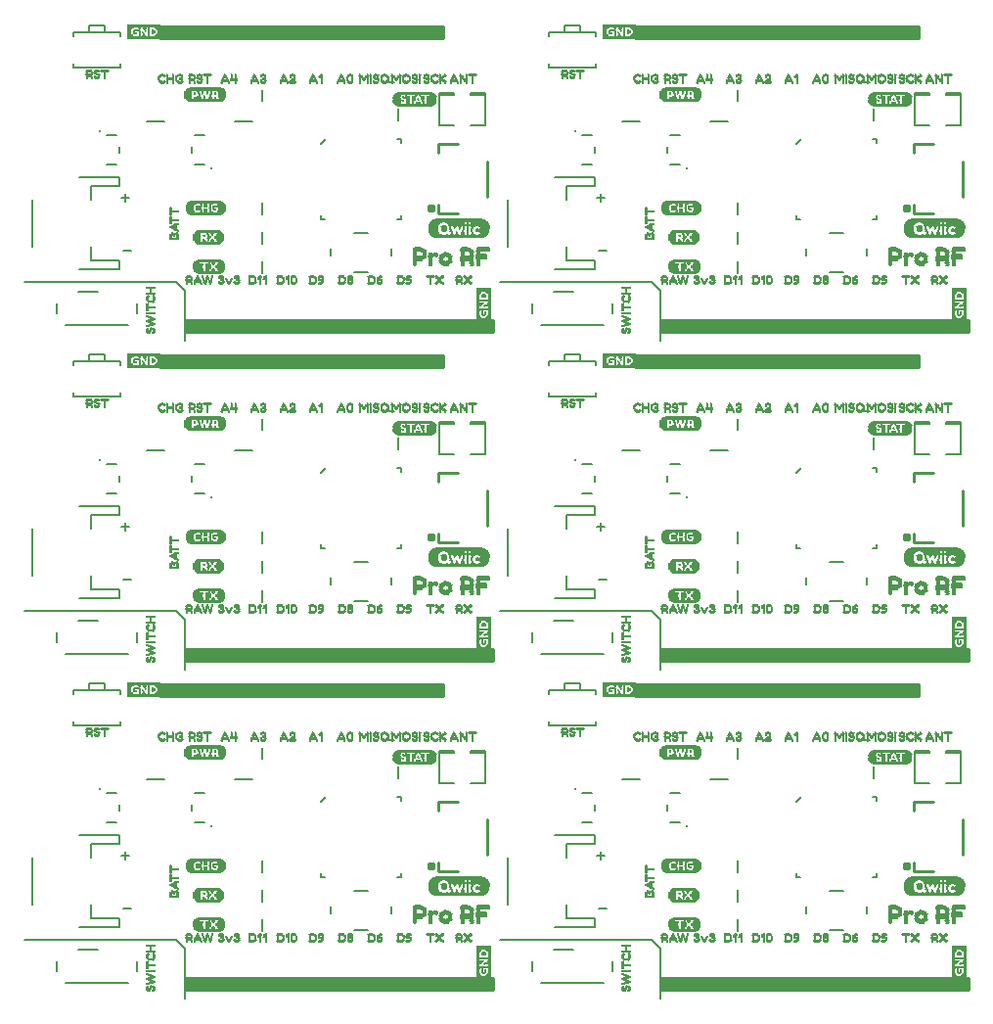
<source format=gto>
G75*
%MOIN*%
%OFA0B0*%
%FSLAX25Y25*%
%IPPOS*%
%LPD*%
%AMOC8*
5,1,8,0,0,1.08239X$1,22.5*
%
%ADD10C,0.01000*%
%ADD11C,0.00800*%
%ADD12C,0.00500*%
%ADD13C,0.01000*%
%ADD14R,0.02126X0.00236*%
%ADD15R,0.03780X0.00236*%
%ADD16R,0.03543X0.00236*%
%ADD17R,0.04724X0.00236*%
%ADD18R,0.04016X0.00236*%
%ADD19R,0.04961X0.00236*%
%ADD20R,0.04252X0.00236*%
%ADD21R,0.04488X0.00236*%
%ADD22R,0.01417X0.00236*%
%ADD23R,0.01890X0.00236*%
%ADD24R,0.00472X0.00236*%
%ADD25R,0.01654X0.00236*%
%ADD26R,0.01181X0.00236*%
%ADD27R,0.02835X0.00236*%
%ADD28R,0.03307X0.00236*%
%ADD29R,0.03071X0.00236*%
%ADD30R,0.00945X0.00236*%
%ADD31R,0.00236X0.00236*%
%ADD32R,0.00118X0.00118*%
%ADD33R,0.00236X0.00118*%
%ADD34R,0.00591X0.00157*%
%ADD35R,0.00709X0.00157*%
%ADD36R,0.00709X0.00118*%
%ADD37R,0.00827X0.00118*%
%ADD38R,0.00945X0.00118*%
%ADD39R,0.01063X0.00157*%
%ADD40R,0.00827X0.00157*%
%ADD41R,0.01181X0.00118*%
%ADD42R,0.01299X0.00118*%
%ADD43R,0.01417X0.00118*%
%ADD44R,0.01535X0.00157*%
%ADD45R,0.01654X0.00118*%
%ADD46R,0.01772X0.00118*%
%ADD47R,0.00945X0.00157*%
%ADD48R,0.02362X0.00157*%
%ADD49R,0.02362X0.00118*%
%ADD50R,0.02480X0.00157*%
%ADD51R,0.02598X0.00118*%
%ADD52R,0.02717X0.00118*%
%ADD53R,0.02008X0.00118*%
%ADD54R,0.02835X0.00118*%
%ADD55R,0.02953X0.00157*%
%ADD56R,0.00472X0.00118*%
%ADD57R,0.00591X0.00118*%
%ADD58R,0.01299X0.00157*%
%ADD59R,0.02008X0.00157*%
%ADD60R,0.02244X0.00118*%
%ADD61R,0.00472X0.00157*%
%ADD62R,0.02480X0.00118*%
%ADD63R,0.02244X0.00157*%
%ADD64R,0.01890X0.00118*%
%ADD65R,0.01654X0.00157*%
%ADD66R,0.01181X0.00157*%
%ADD67R,0.01535X0.00118*%
%ADD68R,0.02126X0.00157*%
%ADD69R,0.02126X0.00118*%
%ADD70R,0.01417X0.00157*%
%ADD71R,0.01063X0.00118*%
%ADD72R,0.00354X0.00118*%
%ADD73R,0.03425X0.00118*%
%ADD74R,0.01772X0.00157*%
%ADD75R,0.02598X0.00157*%
%ADD76R,0.01890X0.00157*%
%ADD77R,0.03071X0.00118*%
%ADD78R,0.02953X0.00118*%
%ADD79R,0.02835X0.00157*%
%ADD80R,0.11457X0.00118*%
%ADD81R,0.11457X0.00079*%
%ADD82R,0.11457X0.00157*%
%ADD83R,0.08268X0.00118*%
%ADD84R,0.00354X0.00157*%
%ADD85R,0.00118X0.00157*%
%ADD86R,0.00236X0.00157*%
%ADD87R,0.00118X0.00827*%
%ADD88R,0.00118X0.00236*%
%ADD89R,0.00118X0.00354*%
%ADD90R,0.00118X0.02480*%
%ADD91R,0.00118X0.00591*%
%ADD92R,0.00157X0.01299*%
%ADD93R,0.00157X0.00709*%
%ADD94R,0.00157X0.00472*%
%ADD95R,0.00157X0.02953*%
%ADD96R,0.00157X0.00591*%
%ADD97R,0.00118X0.01654*%
%ADD98R,0.00118X0.00709*%
%ADD99R,0.00118X0.02953*%
%ADD100R,0.00118X0.01772*%
%ADD101R,0.00118X0.02126*%
%ADD102R,0.00118X0.02008*%
%ADD103R,0.00118X0.00945*%
%ADD104R,0.00118X0.02244*%
%ADD105R,0.00157X0.01890*%
%ADD106R,0.00157X0.00827*%
%ADD107R,0.00157X0.00945*%
%ADD108R,0.00157X0.02717*%
%ADD109R,0.00157X0.02362*%
%ADD110R,0.00118X0.01063*%
%ADD111R,0.00118X0.00472*%
%ADD112R,0.00118X0.01181*%
%ADD113R,0.00118X0.01417*%
%ADD114R,0.00118X0.01535*%
%ADD115R,0.00118X0.02717*%
%ADD116R,0.00157X0.03307*%
%ADD117R,0.00118X0.03307*%
%ADD118R,0.00157X0.01417*%
%ADD119R,0.00157X0.02244*%
%ADD120R,0.00157X0.02480*%
%ADD121R,0.00118X0.02362*%
%ADD122R,0.00157X0.01535*%
%ADD123R,0.00157X0.01654*%
%ADD124R,0.00118X0.01299*%
%ADD125R,0.00118X0.02598*%
%ADD126R,0.00118X0.03071*%
%ADD127R,0.00157X0.01063*%
%ADD128R,0.00157X0.02835*%
%ADD129R,0.00157X0.01181*%
%ADD130R,0.00118X0.02835*%
%ADD131R,0.00157X0.02008*%
%ADD132C,0.01575*%
%ADD133R,0.00118X0.11457*%
%ADD134R,0.00079X0.11457*%
%ADD135R,0.00157X0.11457*%
%ADD136R,0.00118X0.08268*%
%ADD137R,0.00118X0.01890*%
%ADD138R,0.00157X0.00354*%
%ADD139R,0.00157X0.00118*%
%ADD140R,0.00157X0.00236*%
%ADD141R,0.00157X0.02126*%
%ADD142R,0.10748X0.00118*%
%ADD143R,0.11929X0.00079*%
%ADD144R,0.12402X0.00157*%
%ADD145R,0.12638X0.00118*%
%ADD146R,0.12874X0.00118*%
%ADD147R,0.13110X0.00079*%
%ADD148R,0.04961X0.00118*%
%ADD149R,0.05079X0.00118*%
%ADD150R,0.13110X0.00118*%
%ADD151R,0.12402X0.00118*%
%ADD152R,0.11929X0.00118*%
%ADD153R,0.16220X0.00157*%
%ADD154R,0.17165X0.00157*%
%ADD155R,0.17795X0.00157*%
%ADD156R,0.18425X0.00157*%
%ADD157R,0.18740X0.00157*%
%ADD158R,0.19055X0.00157*%
%ADD159R,0.11654X0.00157*%
%ADD160R,0.05669X0.00157*%
%ADD161R,0.04252X0.00157*%
%ADD162R,0.06614X0.00157*%
%ADD163R,0.00630X0.00157*%
%ADD164R,0.03937X0.00157*%
%ADD165R,0.06142X0.00157*%
%ADD166R,0.05827X0.00157*%
%ADD167R,0.03622X0.00157*%
%ADD168R,0.05984X0.00157*%
%ADD169R,0.03465X0.00157*%
%ADD170R,0.05512X0.00157*%
%ADD171R,0.13858X0.00157*%
%ADD172R,0.03307X0.00157*%
%ADD173R,0.01102X0.00157*%
%ADD174R,0.13701X0.00157*%
%ADD175R,0.00787X0.00157*%
%ADD176R,0.03780X0.00157*%
%ADD177R,0.01732X0.00157*%
%ADD178R,0.00315X0.00157*%
%ADD179R,0.02047X0.00157*%
%ADD180R,0.03150X0.00157*%
%ADD181R,0.00157X0.00157*%
%ADD182R,0.04882X0.00157*%
%ADD183R,0.04567X0.00157*%
%ADD184R,0.02992X0.00157*%
%ADD185R,0.01260X0.00157*%
%ADD186R,0.01575X0.00157*%
%ADD187R,0.19370X0.00157*%
%ADD188R,0.07441X0.00118*%
%ADD189R,0.08150X0.00118*%
%ADD190R,0.08622X0.00079*%
%ADD191R,0.09094X0.00157*%
%ADD192R,0.09331X0.00118*%
%ADD193R,0.09567X0.00118*%
%ADD194R,0.09803X0.00079*%
%ADD195R,0.05315X0.00118*%
%ADD196R,0.03543X0.00118*%
%ADD197R,0.03543X0.00157*%
%ADD198R,0.03189X0.00118*%
%ADD199R,0.03307X0.00118*%
%ADD200R,0.03425X0.00157*%
%ADD201R,0.03071X0.00157*%
%ADD202R,0.03189X0.00157*%
%ADD203R,0.09803X0.00118*%
%ADD204R,0.09094X0.00118*%
%ADD205R,0.08622X0.00118*%
%ADD206R,0.12165X0.00118*%
%ADD207R,0.12638X0.00079*%
%ADD208R,0.13110X0.00157*%
%ADD209R,0.13346X0.00118*%
%ADD210R,0.13583X0.00118*%
%ADD211R,0.13819X0.00079*%
%ADD212R,0.10630X0.00118*%
%ADD213R,0.02717X0.00157*%
%ADD214R,0.03661X0.00118*%
%ADD215R,0.03898X0.00157*%
%ADD216R,0.13819X0.00118*%
%ADD217R,0.06969X0.00118*%
%ADD218R,0.07677X0.00118*%
%ADD219R,0.08150X0.00079*%
%ADD220R,0.08622X0.00157*%
%ADD221R,0.08858X0.00118*%
%ADD222R,0.09331X0.00079*%
%ADD223R,0.04843X0.00118*%
%ADD224R,0.10039X0.00118*%
%ADD225R,0.11220X0.00079*%
%ADD226R,0.11693X0.00157*%
%ADD227R,0.12402X0.00079*%
%ADD228R,0.04252X0.00118*%
%ADD229R,0.04370X0.00157*%
%ADD230R,0.04488X0.00118*%
%ADD231R,0.11693X0.00118*%
%ADD232R,0.11220X0.00118*%
D10*
X0084250Y0031750D02*
X0084250Y0035750D01*
X0188750Y0035750D01*
X0188750Y0031750D01*
X0084250Y0031750D01*
X0084250Y0032744D02*
X0188750Y0032744D01*
X0188750Y0033743D02*
X0084250Y0033743D01*
X0084250Y0034741D02*
X0188750Y0034741D01*
X0188750Y0035740D02*
X0084250Y0035740D01*
X0170128Y0071939D02*
X0170128Y0074892D01*
X0170128Y0071939D02*
X0176624Y0071939D01*
X0186860Y0077844D02*
X0186860Y0089656D01*
X0176624Y0095561D02*
X0170128Y0095561D01*
X0170128Y0092608D01*
X0171750Y0131750D02*
X0075250Y0131750D01*
X0075250Y0135750D01*
X0171750Y0135750D01*
X0171750Y0131750D01*
X0171750Y0132595D02*
X0075250Y0132595D01*
X0075250Y0133594D02*
X0171750Y0133594D01*
X0171750Y0134592D02*
X0075250Y0134592D01*
X0075250Y0135591D02*
X0171750Y0135591D01*
X0188750Y0143750D02*
X0084250Y0143750D01*
X0084250Y0147750D01*
X0188750Y0147750D01*
X0188750Y0143750D01*
X0188750Y0144577D02*
X0084250Y0144577D01*
X0084250Y0145576D02*
X0188750Y0145576D01*
X0188750Y0146574D02*
X0084250Y0146574D01*
X0084250Y0147573D02*
X0188750Y0147573D01*
X0176624Y0183939D02*
X0170128Y0183939D01*
X0170128Y0186892D01*
X0186860Y0189844D02*
X0186860Y0201656D01*
X0176624Y0207561D02*
X0170128Y0207561D01*
X0170128Y0204608D01*
X0171750Y0243750D02*
X0075250Y0243750D01*
X0075250Y0247750D01*
X0171750Y0247750D01*
X0171750Y0243750D01*
X0171750Y0244428D02*
X0075250Y0244428D01*
X0075250Y0245427D02*
X0171750Y0245427D01*
X0171750Y0246425D02*
X0075250Y0246425D01*
X0075250Y0247424D02*
X0171750Y0247424D01*
X0188750Y0255750D02*
X0084250Y0255750D01*
X0084250Y0259750D01*
X0188750Y0259750D01*
X0188750Y0255750D01*
X0188750Y0256411D02*
X0084250Y0256411D01*
X0084250Y0257409D02*
X0188750Y0257409D01*
X0188750Y0258408D02*
X0084250Y0258408D01*
X0084250Y0259406D02*
X0188750Y0259406D01*
X0176624Y0295939D02*
X0170128Y0295939D01*
X0170128Y0298892D01*
X0186860Y0301844D02*
X0186860Y0313656D01*
X0176624Y0319561D02*
X0170128Y0319561D01*
X0170128Y0316608D01*
X0171750Y0355750D02*
X0075250Y0355750D01*
X0075250Y0359750D01*
X0171750Y0359750D01*
X0171750Y0355750D01*
X0171750Y0356262D02*
X0075250Y0356262D01*
X0075250Y0357260D02*
X0171750Y0357260D01*
X0171750Y0358259D02*
X0075250Y0358259D01*
X0075250Y0359257D02*
X0171750Y0359257D01*
X0237250Y0359257D02*
X0333750Y0359257D01*
X0333750Y0359750D02*
X0333750Y0355750D01*
X0237250Y0355750D01*
X0237250Y0359750D01*
X0333750Y0359750D01*
X0333750Y0358259D02*
X0237250Y0358259D01*
X0237250Y0357260D02*
X0333750Y0357260D01*
X0333750Y0356262D02*
X0237250Y0356262D01*
X0332128Y0319561D02*
X0332128Y0316608D01*
X0332128Y0319561D02*
X0338624Y0319561D01*
X0348860Y0313656D02*
X0348860Y0301844D01*
X0338624Y0295939D02*
X0332128Y0295939D01*
X0332128Y0298892D01*
X0350750Y0259750D02*
X0350750Y0255750D01*
X0246250Y0255750D01*
X0246250Y0259750D01*
X0350750Y0259750D01*
X0350750Y0259406D02*
X0246250Y0259406D01*
X0246250Y0258408D02*
X0350750Y0258408D01*
X0350750Y0257409D02*
X0246250Y0257409D01*
X0246250Y0256411D02*
X0350750Y0256411D01*
X0333750Y0247750D02*
X0333750Y0243750D01*
X0237250Y0243750D01*
X0237250Y0247750D01*
X0333750Y0247750D01*
X0333750Y0247424D02*
X0237250Y0247424D01*
X0237250Y0246425D02*
X0333750Y0246425D01*
X0333750Y0245427D02*
X0237250Y0245427D01*
X0237250Y0244428D02*
X0333750Y0244428D01*
X0332128Y0207561D02*
X0338624Y0207561D01*
X0332128Y0207561D02*
X0332128Y0204608D01*
X0348860Y0201656D02*
X0348860Y0189844D01*
X0338624Y0183939D02*
X0332128Y0183939D01*
X0332128Y0186892D01*
X0350750Y0147750D02*
X0350750Y0143750D01*
X0246250Y0143750D01*
X0246250Y0147750D01*
X0350750Y0147750D01*
X0350750Y0147573D02*
X0246250Y0147573D01*
X0246250Y0146574D02*
X0350750Y0146574D01*
X0350750Y0145576D02*
X0246250Y0145576D01*
X0246250Y0144577D02*
X0350750Y0144577D01*
X0333750Y0135750D02*
X0333750Y0131750D01*
X0237250Y0131750D01*
X0237250Y0135750D01*
X0333750Y0135750D01*
X0333750Y0135591D02*
X0237250Y0135591D01*
X0237250Y0134592D02*
X0333750Y0134592D01*
X0333750Y0133594D02*
X0237250Y0133594D01*
X0237250Y0132595D02*
X0333750Y0132595D01*
X0332128Y0095561D02*
X0338624Y0095561D01*
X0332128Y0095561D02*
X0332128Y0092608D01*
X0348860Y0089656D02*
X0348860Y0077844D01*
X0338624Y0071939D02*
X0332128Y0071939D01*
X0332128Y0074892D01*
X0350750Y0035750D02*
X0350750Y0031750D01*
X0246250Y0031750D01*
X0246250Y0035750D01*
X0350750Y0035750D01*
X0350750Y0035740D02*
X0246250Y0035740D01*
X0246250Y0034741D02*
X0350750Y0034741D01*
X0350750Y0033743D02*
X0246250Y0033743D01*
X0246250Y0032744D02*
X0350750Y0032744D01*
D11*
X0040061Y0038069D02*
X0040061Y0041431D01*
X0043120Y0034132D02*
X0064380Y0034132D01*
X0067439Y0038069D02*
X0067439Y0041431D01*
X0061467Y0053002D02*
X0061467Y0056152D01*
X0051624Y0056152D01*
X0051624Y0060876D01*
X0047687Y0053002D02*
X0061467Y0053002D01*
X0062650Y0059283D02*
X0065450Y0059283D01*
X0054250Y0045368D02*
X0047344Y0045368D01*
X0029250Y0048750D02*
X0080750Y0048750D01*
X0083750Y0045750D01*
X0083750Y0028750D01*
X0129970Y0069970D02*
X0129970Y0071545D01*
X0129970Y0069970D02*
X0131545Y0069970D01*
X0133514Y0059931D02*
X0133514Y0057569D01*
X0141388Y0052057D02*
X0146112Y0052057D01*
X0153986Y0057569D02*
X0153986Y0059931D01*
X0146112Y0065443D02*
X0141388Y0065443D01*
X0155955Y0069970D02*
X0157530Y0069970D01*
X0157530Y0071545D01*
X0157530Y0095955D02*
X0157530Y0097530D01*
X0155955Y0097530D01*
X0155150Y0116850D02*
X0152450Y0116850D01*
X0131939Y0097530D02*
X0129970Y0095561D01*
X0106750Y0103250D02*
X0100750Y0103250D01*
X0090441Y0098750D02*
X0087059Y0098750D01*
X0085959Y0094807D02*
X0085959Y0092693D01*
X0087059Y0088750D02*
X0090441Y0088750D01*
X0076750Y0103250D02*
X0070750Y0103250D01*
X0060441Y0098750D02*
X0057059Y0098750D01*
X0061541Y0094807D02*
X0061541Y0092693D01*
X0060441Y0088750D02*
X0057059Y0088750D01*
X0061467Y0084498D02*
X0047687Y0084498D01*
X0051624Y0081348D02*
X0061467Y0081348D01*
X0061467Y0084498D01*
X0063550Y0078683D02*
X0063550Y0075883D01*
X0062150Y0077283D02*
X0064950Y0077283D01*
X0051624Y0076624D02*
X0051624Y0081348D01*
X0031939Y0076624D02*
X0031939Y0060876D01*
X0045876Y0121844D02*
X0045876Y0123026D01*
X0045876Y0121844D02*
X0061624Y0121844D01*
X0061624Y0123026D01*
X0061624Y0132474D02*
X0061624Y0133656D01*
X0056506Y0133656D01*
X0056506Y0136018D01*
X0050994Y0136018D01*
X0050994Y0133656D01*
X0045876Y0133656D01*
X0045876Y0132474D01*
X0050994Y0133656D02*
X0056506Y0133656D01*
X0064380Y0146132D02*
X0043120Y0146132D01*
X0040061Y0150069D02*
X0040061Y0153431D01*
X0047344Y0157368D02*
X0054250Y0157368D01*
X0047687Y0165002D02*
X0061467Y0165002D01*
X0061467Y0168152D01*
X0051624Y0168152D01*
X0051624Y0172876D01*
X0062650Y0171283D02*
X0065450Y0171283D01*
X0080750Y0160750D02*
X0029250Y0160750D01*
X0031939Y0172876D02*
X0031939Y0188624D01*
X0047687Y0196498D02*
X0061467Y0196498D01*
X0061467Y0193348D01*
X0051624Y0193348D01*
X0051624Y0188624D01*
X0062150Y0189283D02*
X0064950Y0189283D01*
X0063550Y0187883D02*
X0063550Y0190683D01*
X0060441Y0200750D02*
X0057059Y0200750D01*
X0061541Y0204693D02*
X0061541Y0206807D01*
X0060441Y0210750D02*
X0057059Y0210750D01*
X0070750Y0215250D02*
X0076750Y0215250D01*
X0085959Y0206807D02*
X0085959Y0204693D01*
X0087059Y0200750D02*
X0090441Y0200750D01*
X0090441Y0210750D02*
X0087059Y0210750D01*
X0100750Y0215250D02*
X0106750Y0215250D01*
X0129970Y0207561D02*
X0131939Y0209530D01*
X0155955Y0209530D02*
X0157530Y0209530D01*
X0157530Y0207955D01*
X0155150Y0228850D02*
X0152450Y0228850D01*
X0193939Y0188624D02*
X0193939Y0172876D01*
X0191250Y0160750D02*
X0242750Y0160750D01*
X0245750Y0157750D01*
X0245750Y0140750D01*
X0229439Y0150069D02*
X0229439Y0153431D01*
X0226380Y0146132D02*
X0205120Y0146132D01*
X0202061Y0150069D02*
X0202061Y0153431D01*
X0209344Y0157368D02*
X0216250Y0157368D01*
X0209687Y0165002D02*
X0223467Y0165002D01*
X0223467Y0168152D01*
X0213624Y0168152D01*
X0213624Y0172876D01*
X0224650Y0171283D02*
X0227450Y0171283D01*
X0225550Y0187883D02*
X0225550Y0190683D01*
X0224150Y0189283D02*
X0226950Y0189283D01*
X0223467Y0193348D02*
X0223467Y0196498D01*
X0209687Y0196498D01*
X0213624Y0193348D02*
X0223467Y0193348D01*
X0222441Y0200750D02*
X0219059Y0200750D01*
X0223541Y0204693D02*
X0223541Y0206807D01*
X0222441Y0210750D02*
X0219059Y0210750D01*
X0232750Y0215250D02*
X0238750Y0215250D01*
X0249059Y0210750D02*
X0252441Y0210750D01*
X0247959Y0206807D02*
X0247959Y0204693D01*
X0249059Y0200750D02*
X0252441Y0200750D01*
X0262750Y0215250D02*
X0268750Y0215250D01*
X0291970Y0207561D02*
X0293939Y0209530D01*
X0314450Y0228850D02*
X0317150Y0228850D01*
X0317955Y0209530D02*
X0319530Y0209530D01*
X0319530Y0207955D01*
X0319530Y0183545D02*
X0319530Y0181970D01*
X0317955Y0181970D01*
X0315986Y0171931D02*
X0315986Y0169569D01*
X0308112Y0164057D02*
X0303388Y0164057D01*
X0295514Y0169569D02*
X0295514Y0171931D01*
X0303388Y0177443D02*
X0308112Y0177443D01*
X0293545Y0181970D02*
X0291970Y0181970D01*
X0291970Y0183545D01*
X0314450Y0116850D02*
X0317150Y0116850D01*
X0317955Y0097530D02*
X0319530Y0097530D01*
X0319530Y0095955D01*
X0319530Y0071545D02*
X0319530Y0069970D01*
X0317955Y0069970D01*
X0315986Y0059931D02*
X0315986Y0057569D01*
X0308112Y0052057D02*
X0303388Y0052057D01*
X0295514Y0057569D02*
X0295514Y0059931D01*
X0303388Y0065443D02*
X0308112Y0065443D01*
X0293545Y0069970D02*
X0291970Y0069970D01*
X0291970Y0071545D01*
X0291970Y0095561D02*
X0293939Y0097530D01*
X0268750Y0103250D02*
X0262750Y0103250D01*
X0252441Y0098750D02*
X0249059Y0098750D01*
X0247959Y0094807D02*
X0247959Y0092693D01*
X0249059Y0088750D02*
X0252441Y0088750D01*
X0238750Y0103250D02*
X0232750Y0103250D01*
X0222441Y0098750D02*
X0219059Y0098750D01*
X0223541Y0094807D02*
X0223541Y0092693D01*
X0222441Y0088750D02*
X0219059Y0088750D01*
X0223467Y0084498D02*
X0209687Y0084498D01*
X0213624Y0081348D02*
X0223467Y0081348D01*
X0223467Y0084498D01*
X0225550Y0078683D02*
X0225550Y0075883D01*
X0224150Y0077283D02*
X0226950Y0077283D01*
X0213624Y0076624D02*
X0213624Y0081348D01*
X0213624Y0060876D02*
X0213624Y0056152D01*
X0223467Y0056152D01*
X0223467Y0053002D01*
X0209687Y0053002D01*
X0209344Y0045368D02*
X0216250Y0045368D01*
X0229439Y0041431D02*
X0229439Y0038069D01*
X0226380Y0034132D02*
X0205120Y0034132D01*
X0202061Y0038069D02*
X0202061Y0041431D01*
X0191250Y0048750D02*
X0242750Y0048750D01*
X0245750Y0045750D01*
X0245750Y0028750D01*
X0227450Y0059283D02*
X0224650Y0059283D01*
X0193939Y0060876D02*
X0193939Y0076624D01*
X0207876Y0121844D02*
X0207876Y0123026D01*
X0207876Y0121844D02*
X0223624Y0121844D01*
X0223624Y0123026D01*
X0223624Y0132474D02*
X0223624Y0133656D01*
X0218506Y0133656D01*
X0218506Y0136018D01*
X0212994Y0136018D01*
X0212994Y0133656D01*
X0207876Y0133656D01*
X0207876Y0132474D01*
X0212994Y0133656D02*
X0218506Y0133656D01*
X0213624Y0188624D02*
X0213624Y0193348D01*
X0207876Y0233844D02*
X0207876Y0235026D01*
X0207876Y0233844D02*
X0223624Y0233844D01*
X0223624Y0235026D01*
X0223624Y0244474D02*
X0223624Y0245656D01*
X0218506Y0245656D01*
X0218506Y0248018D01*
X0212994Y0248018D01*
X0212994Y0245656D01*
X0207876Y0245656D01*
X0207876Y0244474D01*
X0212994Y0245656D02*
X0218506Y0245656D01*
X0226380Y0258132D02*
X0205120Y0258132D01*
X0202061Y0262069D02*
X0202061Y0265431D01*
X0209344Y0269368D02*
X0216250Y0269368D01*
X0209687Y0277002D02*
X0223467Y0277002D01*
X0223467Y0280152D01*
X0213624Y0280152D01*
X0213624Y0284876D01*
X0224650Y0283283D02*
X0227450Y0283283D01*
X0242750Y0272750D02*
X0191250Y0272750D01*
X0193939Y0284876D02*
X0193939Y0300624D01*
X0209687Y0308498D02*
X0223467Y0308498D01*
X0223467Y0305348D01*
X0213624Y0305348D01*
X0213624Y0300624D01*
X0224150Y0301283D02*
X0226950Y0301283D01*
X0225550Y0299883D02*
X0225550Y0302683D01*
X0222441Y0312750D02*
X0219059Y0312750D01*
X0223541Y0316693D02*
X0223541Y0318807D01*
X0222441Y0322750D02*
X0219059Y0322750D01*
X0232750Y0327250D02*
X0238750Y0327250D01*
X0249059Y0322750D02*
X0252441Y0322750D01*
X0247959Y0318807D02*
X0247959Y0316693D01*
X0249059Y0312750D02*
X0252441Y0312750D01*
X0262750Y0327250D02*
X0268750Y0327250D01*
X0291970Y0319561D02*
X0293939Y0321530D01*
X0314450Y0340850D02*
X0317150Y0340850D01*
X0317955Y0321530D02*
X0319530Y0321530D01*
X0319530Y0319955D01*
X0319530Y0295545D02*
X0319530Y0293970D01*
X0317955Y0293970D01*
X0315986Y0283931D02*
X0315986Y0281569D01*
X0308112Y0276057D02*
X0303388Y0276057D01*
X0295514Y0281569D02*
X0295514Y0283931D01*
X0303388Y0289443D02*
X0308112Y0289443D01*
X0293545Y0293970D02*
X0291970Y0293970D01*
X0291970Y0295545D01*
X0245750Y0269750D02*
X0245750Y0252750D01*
X0245750Y0269750D02*
X0242750Y0272750D01*
X0229439Y0265431D02*
X0229439Y0262069D01*
X0157530Y0293970D02*
X0157530Y0295545D01*
X0157530Y0293970D02*
X0155955Y0293970D01*
X0146112Y0289443D02*
X0141388Y0289443D01*
X0133514Y0283931D02*
X0133514Y0281569D01*
X0141388Y0276057D02*
X0146112Y0276057D01*
X0153986Y0281569D02*
X0153986Y0283931D01*
X0131545Y0293970D02*
X0129970Y0293970D01*
X0129970Y0295545D01*
X0129970Y0319561D02*
X0131939Y0321530D01*
X0155955Y0321530D02*
X0157530Y0321530D01*
X0157530Y0319955D01*
X0155150Y0340850D02*
X0152450Y0340850D01*
X0106750Y0327250D02*
X0100750Y0327250D01*
X0090441Y0322750D02*
X0087059Y0322750D01*
X0085959Y0318807D02*
X0085959Y0316693D01*
X0087059Y0312750D02*
X0090441Y0312750D01*
X0076750Y0327250D02*
X0070750Y0327250D01*
X0060441Y0322750D02*
X0057059Y0322750D01*
X0061541Y0318807D02*
X0061541Y0316693D01*
X0060441Y0312750D02*
X0057059Y0312750D01*
X0061467Y0308498D02*
X0047687Y0308498D01*
X0051624Y0305348D02*
X0061467Y0305348D01*
X0061467Y0308498D01*
X0063550Y0302683D02*
X0063550Y0299883D01*
X0062150Y0301283D02*
X0064950Y0301283D01*
X0051624Y0300624D02*
X0051624Y0305348D01*
X0031939Y0300624D02*
X0031939Y0284876D01*
X0029250Y0272750D02*
X0080750Y0272750D01*
X0083750Y0269750D01*
X0083750Y0252750D01*
X0067439Y0262069D02*
X0067439Y0265431D01*
X0064380Y0258132D02*
X0043120Y0258132D01*
X0040061Y0262069D02*
X0040061Y0265431D01*
X0047344Y0269368D02*
X0054250Y0269368D01*
X0047687Y0277002D02*
X0061467Y0277002D01*
X0061467Y0280152D01*
X0051624Y0280152D01*
X0051624Y0284876D01*
X0062650Y0283283D02*
X0065450Y0283283D01*
X0056506Y0248018D02*
X0050994Y0248018D01*
X0050994Y0245656D01*
X0045876Y0245656D01*
X0045876Y0244474D01*
X0050994Y0245656D02*
X0056506Y0245656D01*
X0056506Y0248018D01*
X0056506Y0245656D02*
X0061624Y0245656D01*
X0061624Y0244474D01*
X0061624Y0235026D02*
X0061624Y0233844D01*
X0045876Y0233844D01*
X0045876Y0235026D01*
X0080750Y0160750D02*
X0083750Y0157750D01*
X0083750Y0140750D01*
X0067439Y0150069D02*
X0067439Y0153431D01*
X0129970Y0181970D02*
X0129970Y0183545D01*
X0129970Y0181970D02*
X0131545Y0181970D01*
X0133514Y0171931D02*
X0133514Y0169569D01*
X0141388Y0164057D02*
X0146112Y0164057D01*
X0153986Y0169569D02*
X0153986Y0171931D01*
X0146112Y0177443D02*
X0141388Y0177443D01*
X0155955Y0181970D02*
X0157530Y0181970D01*
X0157530Y0183545D01*
X0207876Y0345844D02*
X0207876Y0347026D01*
X0207876Y0345844D02*
X0223624Y0345844D01*
X0223624Y0347026D01*
X0223624Y0356474D02*
X0223624Y0357656D01*
X0218506Y0357656D01*
X0218506Y0360018D01*
X0212994Y0360018D01*
X0212994Y0357656D01*
X0207876Y0357656D01*
X0207876Y0356474D01*
X0212994Y0357656D02*
X0218506Y0357656D01*
X0061624Y0357656D02*
X0056506Y0357656D01*
X0056506Y0360018D01*
X0050994Y0360018D01*
X0050994Y0357656D01*
X0045876Y0357656D01*
X0045876Y0356474D01*
X0050994Y0357656D02*
X0056506Y0357656D01*
X0061624Y0357656D02*
X0061624Y0356474D01*
X0061624Y0347026D02*
X0061624Y0345844D01*
X0045876Y0345844D01*
X0045876Y0347026D01*
D12*
X0110000Y0338125D02*
X0110000Y0334375D01*
X0110000Y0299625D02*
X0110000Y0295875D01*
X0110000Y0289625D02*
X0110000Y0285875D01*
X0110000Y0279625D02*
X0110000Y0275875D01*
X0110000Y0226125D02*
X0110000Y0222375D01*
X0110000Y0187625D02*
X0110000Y0183875D01*
X0110000Y0177625D02*
X0110000Y0173875D01*
X0110000Y0167625D02*
X0110000Y0163875D01*
X0110000Y0114125D02*
X0110000Y0110375D01*
X0110000Y0075625D02*
X0110000Y0071875D01*
X0110000Y0065625D02*
X0110000Y0061875D01*
X0110000Y0055625D02*
X0110000Y0051875D01*
X0156500Y0103875D02*
X0156500Y0107625D01*
X0170376Y0112368D02*
X0170376Y0102132D01*
X0175494Y0102132D01*
X0181006Y0102132D02*
X0186124Y0102132D01*
X0186124Y0112368D01*
X0186124Y0113156D01*
X0181006Y0113156D01*
X0181006Y0112368D01*
X0186124Y0112368D01*
X0186124Y0112762D02*
X0181006Y0112762D01*
X0175494Y0112762D02*
X0170376Y0112762D01*
X0170376Y0113156D02*
X0170376Y0112368D01*
X0175494Y0112368D01*
X0175494Y0113156D01*
X0170376Y0113156D01*
X0272000Y0114125D02*
X0272000Y0110375D01*
X0272000Y0075625D02*
X0272000Y0071875D01*
X0272000Y0065625D02*
X0272000Y0061875D01*
X0272000Y0055625D02*
X0272000Y0051875D01*
X0318500Y0103875D02*
X0318500Y0107625D01*
X0332376Y0112368D02*
X0332376Y0102132D01*
X0337494Y0102132D01*
X0343006Y0102132D02*
X0348124Y0102132D01*
X0348124Y0112368D01*
X0348124Y0113156D01*
X0343006Y0113156D01*
X0343006Y0112368D01*
X0348124Y0112368D01*
X0348124Y0112762D02*
X0343006Y0112762D01*
X0337494Y0112762D02*
X0332376Y0112762D01*
X0332376Y0113156D02*
X0332376Y0112368D01*
X0337494Y0112368D01*
X0337494Y0113156D01*
X0332376Y0113156D01*
X0272000Y0163875D02*
X0272000Y0167625D01*
X0272000Y0173875D02*
X0272000Y0177625D01*
X0272000Y0183875D02*
X0272000Y0187625D01*
X0272000Y0222375D02*
X0272000Y0226125D01*
X0318500Y0219625D02*
X0318500Y0215875D01*
X0332376Y0214132D02*
X0337494Y0214132D01*
X0332376Y0214132D02*
X0332376Y0224368D01*
X0332376Y0225156D01*
X0337494Y0225156D01*
X0337494Y0224368D01*
X0332376Y0224368D01*
X0332376Y0224762D02*
X0337494Y0224762D01*
X0343006Y0224762D02*
X0348124Y0224762D01*
X0348124Y0225156D02*
X0348124Y0224368D01*
X0343006Y0224368D01*
X0343006Y0225156D01*
X0348124Y0225156D01*
X0348124Y0224368D02*
X0348124Y0214132D01*
X0343006Y0214132D01*
X0272000Y0275875D02*
X0272000Y0279625D01*
X0272000Y0285875D02*
X0272000Y0289625D01*
X0272000Y0295875D02*
X0272000Y0299625D01*
X0272000Y0334375D02*
X0272000Y0338125D01*
X0318500Y0331625D02*
X0318500Y0327875D01*
X0332376Y0326132D02*
X0337494Y0326132D01*
X0332376Y0326132D02*
X0332376Y0336368D01*
X0332376Y0337156D01*
X0337494Y0337156D01*
X0337494Y0336368D01*
X0332376Y0336368D01*
X0332376Y0336762D02*
X0337494Y0336762D01*
X0343006Y0336762D02*
X0348124Y0336762D01*
X0348124Y0337156D02*
X0348124Y0336368D01*
X0343006Y0336368D01*
X0343006Y0337156D01*
X0348124Y0337156D01*
X0348124Y0336368D02*
X0348124Y0326132D01*
X0343006Y0326132D01*
X0186124Y0326132D02*
X0181006Y0326132D01*
X0175494Y0326132D02*
X0170376Y0326132D01*
X0170376Y0336368D01*
X0170376Y0337156D01*
X0175494Y0337156D01*
X0175494Y0336368D01*
X0170376Y0336368D01*
X0170376Y0336762D02*
X0175494Y0336762D01*
X0181006Y0336762D02*
X0186124Y0336762D01*
X0186124Y0337156D02*
X0186124Y0336368D01*
X0181006Y0336368D01*
X0181006Y0337156D01*
X0186124Y0337156D01*
X0186124Y0336368D02*
X0186124Y0326132D01*
X0156500Y0327875D02*
X0156500Y0331625D01*
X0170376Y0225156D02*
X0170376Y0224368D01*
X0170376Y0214132D01*
X0175494Y0214132D01*
X0181006Y0214132D02*
X0186124Y0214132D01*
X0186124Y0224368D01*
X0186124Y0225156D01*
X0181006Y0225156D01*
X0181006Y0224368D01*
X0186124Y0224368D01*
X0186124Y0224762D02*
X0181006Y0224762D01*
X0175494Y0224762D02*
X0170376Y0224762D01*
X0170376Y0225156D02*
X0175494Y0225156D01*
X0175494Y0224368D01*
X0170376Y0224368D01*
X0156500Y0219625D02*
X0156500Y0215875D01*
D13*
X0216750Y0212050D03*
X0254750Y0199450D03*
X0216750Y0100050D03*
X0254750Y0087450D03*
X0092750Y0087450D03*
X0054750Y0100050D03*
X0092750Y0199450D03*
X0054750Y0212050D03*
X0092750Y0311450D03*
X0054750Y0324050D03*
X0216750Y0324050D03*
X0254750Y0311450D03*
D14*
X0324955Y0284321D03*
X0334640Y0282431D03*
X0334640Y0278179D03*
X0341254Y0284321D03*
X0341254Y0172321D03*
X0334640Y0170431D03*
X0334640Y0166179D03*
X0324955Y0172321D03*
X0324955Y0060321D03*
X0334640Y0058431D03*
X0334640Y0054179D03*
X0341254Y0060321D03*
X0179254Y0060321D03*
X0172640Y0058431D03*
X0172640Y0054179D03*
X0162955Y0060321D03*
X0172640Y0166179D03*
X0172640Y0170431D03*
X0179254Y0172321D03*
X0162955Y0172321D03*
X0172640Y0278179D03*
X0172640Y0282431D03*
X0179254Y0284321D03*
X0162955Y0284321D03*
D15*
X0172522Y0281722D03*
X0172522Y0278888D03*
X0184805Y0280541D03*
X0185514Y0284321D03*
X0185514Y0172321D03*
X0184805Y0168541D03*
X0172522Y0169722D03*
X0172522Y0166888D03*
X0185514Y0060321D03*
X0184805Y0056541D03*
X0172522Y0057722D03*
X0172522Y0054888D03*
X0334522Y0054888D03*
X0334522Y0057722D03*
X0346805Y0056541D03*
X0347514Y0060321D03*
X0334522Y0166888D03*
X0334522Y0169722D03*
X0346805Y0168541D03*
X0347514Y0172321D03*
X0334522Y0278888D03*
X0334522Y0281722D03*
X0346805Y0280541D03*
X0347514Y0284321D03*
D16*
X0346687Y0281959D03*
X0341490Y0284085D03*
X0334640Y0281959D03*
X0330388Y0281959D03*
X0330388Y0282195D03*
X0330388Y0281722D03*
X0330388Y0281486D03*
X0325191Y0280069D03*
X0325191Y0284085D03*
X0325191Y0172085D03*
X0325191Y0168069D03*
X0330388Y0169486D03*
X0330388Y0169722D03*
X0330388Y0169959D03*
X0330388Y0170195D03*
X0334640Y0169959D03*
X0341490Y0172085D03*
X0346687Y0169959D03*
X0341490Y0060085D03*
X0346687Y0057959D03*
X0334640Y0057959D03*
X0330388Y0057959D03*
X0330388Y0058195D03*
X0330388Y0057722D03*
X0330388Y0057486D03*
X0325191Y0056069D03*
X0325191Y0060085D03*
X0184687Y0057959D03*
X0179490Y0060085D03*
X0172640Y0057959D03*
X0168388Y0057959D03*
X0168388Y0058195D03*
X0168388Y0057722D03*
X0168388Y0057486D03*
X0163191Y0056069D03*
X0163191Y0060085D03*
X0163191Y0168069D03*
X0163191Y0172085D03*
X0168388Y0170195D03*
X0168388Y0169959D03*
X0168388Y0169722D03*
X0168388Y0169486D03*
X0172640Y0169959D03*
X0179490Y0172085D03*
X0184687Y0169959D03*
X0163191Y0280069D03*
X0163191Y0284085D03*
X0168388Y0282195D03*
X0168388Y0281959D03*
X0168388Y0281722D03*
X0168388Y0281486D03*
X0172640Y0281959D03*
X0179490Y0284085D03*
X0184687Y0281959D03*
D17*
X0185278Y0282904D03*
X0185514Y0284085D03*
X0179844Y0283140D03*
X0179844Y0282904D03*
X0179844Y0281014D03*
X0179844Y0280778D03*
X0163781Y0281250D03*
X0163781Y0282904D03*
X0163781Y0170904D03*
X0163781Y0169250D03*
X0179844Y0169014D03*
X0179844Y0168778D03*
X0179844Y0170904D03*
X0179844Y0171140D03*
X0185278Y0170904D03*
X0185514Y0172085D03*
X0185514Y0060085D03*
X0185278Y0058904D03*
X0179844Y0058904D03*
X0179844Y0059140D03*
X0179844Y0057014D03*
X0179844Y0056778D03*
X0163781Y0057250D03*
X0163781Y0058904D03*
X0325781Y0058904D03*
X0325781Y0057250D03*
X0341844Y0057014D03*
X0341844Y0056778D03*
X0341844Y0058904D03*
X0341844Y0059140D03*
X0347278Y0058904D03*
X0347514Y0060085D03*
X0341844Y0168778D03*
X0341844Y0169014D03*
X0341844Y0170904D03*
X0341844Y0171140D03*
X0347278Y0170904D03*
X0347514Y0172085D03*
X0325781Y0170904D03*
X0325781Y0169250D03*
X0325781Y0281250D03*
X0325781Y0282904D03*
X0341844Y0282904D03*
X0341844Y0283140D03*
X0341844Y0281014D03*
X0341844Y0280778D03*
X0347278Y0282904D03*
X0347514Y0284085D03*
D18*
X0346923Y0281722D03*
X0346923Y0281486D03*
X0346923Y0281250D03*
X0346923Y0281014D03*
X0346923Y0280778D03*
X0341490Y0283848D03*
X0334640Y0281486D03*
X0334640Y0279124D03*
X0325427Y0280305D03*
X0325427Y0283848D03*
X0325427Y0171848D03*
X0325427Y0168305D03*
X0334640Y0167124D03*
X0334640Y0169486D03*
X0341490Y0171848D03*
X0346923Y0169722D03*
X0346923Y0169486D03*
X0346923Y0169250D03*
X0346923Y0169014D03*
X0346923Y0168778D03*
X0341490Y0059848D03*
X0346923Y0057722D03*
X0346923Y0057486D03*
X0346923Y0057250D03*
X0346923Y0057014D03*
X0346923Y0056778D03*
X0334640Y0057486D03*
X0334640Y0055124D03*
X0325427Y0056305D03*
X0325427Y0059848D03*
X0184923Y0057722D03*
X0184923Y0057486D03*
X0184923Y0057250D03*
X0184923Y0057014D03*
X0184923Y0056778D03*
X0179490Y0059848D03*
X0172640Y0057486D03*
X0172640Y0055124D03*
X0163427Y0056305D03*
X0163427Y0059848D03*
X0172640Y0167124D03*
X0172640Y0169486D03*
X0179490Y0171848D03*
X0184923Y0169722D03*
X0184923Y0169486D03*
X0184923Y0169250D03*
X0184923Y0169014D03*
X0184923Y0168778D03*
X0163427Y0168305D03*
X0163427Y0171848D03*
X0172640Y0279124D03*
X0172640Y0281486D03*
X0179490Y0283848D03*
X0184923Y0281722D03*
X0184923Y0281486D03*
X0184923Y0281250D03*
X0184923Y0281014D03*
X0184923Y0280778D03*
X0163427Y0280305D03*
X0163427Y0283848D03*
D19*
X0179963Y0281250D03*
X0185396Y0283140D03*
X0185396Y0283376D03*
X0185396Y0283612D03*
X0185396Y0283848D03*
X0185396Y0171848D03*
X0185396Y0171612D03*
X0185396Y0171376D03*
X0185396Y0171140D03*
X0179963Y0169250D03*
X0185396Y0059848D03*
X0185396Y0059612D03*
X0185396Y0059376D03*
X0185396Y0059140D03*
X0179963Y0057250D03*
X0341963Y0057250D03*
X0347396Y0059140D03*
X0347396Y0059376D03*
X0347396Y0059612D03*
X0347396Y0059848D03*
X0341963Y0169250D03*
X0347396Y0171140D03*
X0347396Y0171376D03*
X0347396Y0171612D03*
X0347396Y0171848D03*
X0341963Y0281250D03*
X0347396Y0283140D03*
X0347396Y0283376D03*
X0347396Y0283612D03*
X0347396Y0283848D03*
D20*
X0341608Y0283612D03*
X0325545Y0283612D03*
X0325545Y0280541D03*
X0325545Y0171612D03*
X0325545Y0168541D03*
X0341608Y0171612D03*
X0341608Y0059612D03*
X0325545Y0059612D03*
X0325545Y0056541D03*
X0179608Y0059612D03*
X0163545Y0059612D03*
X0163545Y0056541D03*
X0163545Y0168541D03*
X0163545Y0171612D03*
X0179608Y0171612D03*
X0163545Y0280541D03*
X0163545Y0283612D03*
X0179608Y0283612D03*
D21*
X0179726Y0283376D03*
X0179726Y0280541D03*
X0179726Y0280305D03*
X0179726Y0280069D03*
X0179726Y0279833D03*
X0172640Y0279360D03*
X0172640Y0281250D03*
X0163663Y0281014D03*
X0163663Y0280778D03*
X0163663Y0283140D03*
X0163663Y0283376D03*
X0163663Y0171376D03*
X0163663Y0171140D03*
X0163663Y0169014D03*
X0163663Y0168778D03*
X0172640Y0169250D03*
X0172640Y0167360D03*
X0179726Y0167833D03*
X0179726Y0168069D03*
X0179726Y0168305D03*
X0179726Y0168541D03*
X0179726Y0171376D03*
X0179726Y0059376D03*
X0179726Y0056541D03*
X0179726Y0056305D03*
X0179726Y0056069D03*
X0179726Y0055833D03*
X0172640Y0055360D03*
X0172640Y0057250D03*
X0163663Y0057014D03*
X0163663Y0056778D03*
X0163663Y0059140D03*
X0163663Y0059376D03*
X0325663Y0059376D03*
X0325663Y0059140D03*
X0325663Y0057014D03*
X0325663Y0056778D03*
X0334640Y0057250D03*
X0334640Y0055360D03*
X0341726Y0055833D03*
X0341726Y0056069D03*
X0341726Y0056305D03*
X0341726Y0056541D03*
X0341726Y0059376D03*
X0334640Y0167360D03*
X0334640Y0169250D03*
X0341726Y0168541D03*
X0341726Y0168305D03*
X0341726Y0168069D03*
X0341726Y0167833D03*
X0341726Y0171376D03*
X0325663Y0171376D03*
X0325663Y0171140D03*
X0325663Y0169014D03*
X0325663Y0168778D03*
X0334640Y0279360D03*
X0334640Y0281250D03*
X0341726Y0280541D03*
X0341726Y0280305D03*
X0341726Y0280069D03*
X0341726Y0279833D03*
X0341726Y0283376D03*
X0325663Y0283376D03*
X0325663Y0283140D03*
X0325663Y0281014D03*
X0325663Y0280778D03*
D22*
X0324128Y0281486D03*
X0324128Y0281722D03*
X0324128Y0281959D03*
X0324128Y0282195D03*
X0324128Y0282431D03*
X0324128Y0282667D03*
X0324128Y0279596D03*
X0324128Y0279360D03*
X0324128Y0279124D03*
X0324128Y0278888D03*
X0324128Y0278652D03*
X0324128Y0278415D03*
X0327435Y0281959D03*
X0327435Y0282195D03*
X0331215Y0282431D03*
X0336175Y0280541D03*
X0336175Y0280305D03*
X0343734Y0278415D03*
X0331215Y0170431D03*
X0327435Y0170195D03*
X0327435Y0169959D03*
X0324128Y0169959D03*
X0324128Y0170195D03*
X0324128Y0170431D03*
X0324128Y0170667D03*
X0324128Y0169722D03*
X0324128Y0169486D03*
X0324128Y0167596D03*
X0324128Y0167360D03*
X0324128Y0167124D03*
X0324128Y0166888D03*
X0324128Y0166652D03*
X0324128Y0166415D03*
X0336175Y0168305D03*
X0336175Y0168541D03*
X0343734Y0166415D03*
X0331215Y0058431D03*
X0327435Y0058195D03*
X0327435Y0057959D03*
X0324128Y0057959D03*
X0324128Y0058195D03*
X0324128Y0058431D03*
X0324128Y0058667D03*
X0324128Y0057722D03*
X0324128Y0057486D03*
X0324128Y0055596D03*
X0324128Y0055360D03*
X0324128Y0055124D03*
X0324128Y0054888D03*
X0324128Y0054652D03*
X0324128Y0054415D03*
X0336175Y0056305D03*
X0336175Y0056541D03*
X0343734Y0054415D03*
X0181734Y0054415D03*
X0174175Y0056305D03*
X0174175Y0056541D03*
X0169215Y0058431D03*
X0165435Y0058195D03*
X0165435Y0057959D03*
X0162128Y0057959D03*
X0162128Y0058195D03*
X0162128Y0058431D03*
X0162128Y0058667D03*
X0162128Y0057722D03*
X0162128Y0057486D03*
X0162128Y0055596D03*
X0162128Y0055360D03*
X0162128Y0055124D03*
X0162128Y0054888D03*
X0162128Y0054652D03*
X0162128Y0054415D03*
X0162128Y0166415D03*
X0162128Y0166652D03*
X0162128Y0166888D03*
X0162128Y0167124D03*
X0162128Y0167360D03*
X0162128Y0167596D03*
X0162128Y0169486D03*
X0162128Y0169722D03*
X0162128Y0169959D03*
X0162128Y0170195D03*
X0162128Y0170431D03*
X0162128Y0170667D03*
X0165435Y0170195D03*
X0165435Y0169959D03*
X0169215Y0170431D03*
X0174175Y0168541D03*
X0174175Y0168305D03*
X0181734Y0166415D03*
X0181734Y0278415D03*
X0174175Y0280305D03*
X0174175Y0280541D03*
X0169215Y0282431D03*
X0165435Y0282195D03*
X0165435Y0281959D03*
X0162128Y0281959D03*
X0162128Y0282195D03*
X0162128Y0282431D03*
X0162128Y0282667D03*
X0162128Y0281722D03*
X0162128Y0281486D03*
X0162128Y0279596D03*
X0162128Y0279360D03*
X0162128Y0279124D03*
X0162128Y0278888D03*
X0162128Y0278652D03*
X0162128Y0278415D03*
D23*
X0165199Y0282667D03*
X0167561Y0281014D03*
X0171104Y0280778D03*
X0171341Y0281014D03*
X0171104Y0279833D03*
X0171341Y0279596D03*
X0173939Y0279596D03*
X0173939Y0281014D03*
X0181498Y0281486D03*
X0181498Y0282667D03*
X0181498Y0279124D03*
X0181498Y0170667D03*
X0181498Y0169486D03*
X0181498Y0167124D03*
X0173939Y0167596D03*
X0173939Y0169014D03*
X0171341Y0169014D03*
X0171104Y0168778D03*
X0171104Y0167833D03*
X0171341Y0167596D03*
X0167561Y0169014D03*
X0165199Y0170667D03*
X0165199Y0058667D03*
X0167561Y0057014D03*
X0171104Y0056778D03*
X0171341Y0057014D03*
X0171104Y0055833D03*
X0171341Y0055596D03*
X0173939Y0055596D03*
X0173939Y0057014D03*
X0181498Y0057486D03*
X0181498Y0058667D03*
X0181498Y0055124D03*
X0327199Y0058667D03*
X0329561Y0057014D03*
X0333104Y0056778D03*
X0333341Y0057014D03*
X0333104Y0055833D03*
X0333341Y0055596D03*
X0335939Y0055596D03*
X0335939Y0057014D03*
X0343498Y0057486D03*
X0343498Y0058667D03*
X0343498Y0055124D03*
X0343498Y0167124D03*
X0343498Y0169486D03*
X0343498Y0170667D03*
X0335939Y0169014D03*
X0335939Y0167596D03*
X0333341Y0167596D03*
X0333104Y0167833D03*
X0333104Y0168778D03*
X0333341Y0169014D03*
X0329561Y0169014D03*
X0327199Y0170667D03*
X0333341Y0279596D03*
X0333104Y0279833D03*
X0333104Y0280778D03*
X0333341Y0281014D03*
X0335939Y0281014D03*
X0335939Y0279596D03*
X0343498Y0279124D03*
X0343498Y0281486D03*
X0343498Y0282667D03*
X0329561Y0281014D03*
X0327199Y0282667D03*
D24*
X0331451Y0281014D03*
X0334522Y0282667D03*
X0334522Y0170667D03*
X0331451Y0169014D03*
X0334522Y0058667D03*
X0331451Y0057014D03*
X0172522Y0058667D03*
X0169451Y0057014D03*
X0169451Y0169014D03*
X0172522Y0170667D03*
X0169451Y0281014D03*
X0172522Y0282667D03*
D25*
X0174057Y0280778D03*
X0174057Y0280069D03*
X0174057Y0279833D03*
X0170986Y0280069D03*
X0170986Y0280305D03*
X0170986Y0280541D03*
X0167443Y0280541D03*
X0167443Y0280305D03*
X0167443Y0280069D03*
X0167443Y0279833D03*
X0167443Y0279596D03*
X0167443Y0279360D03*
X0167443Y0279124D03*
X0167443Y0278888D03*
X0167443Y0278652D03*
X0167443Y0278415D03*
X0167443Y0280778D03*
X0165317Y0281486D03*
X0165317Y0281722D03*
X0165317Y0282431D03*
X0178309Y0282431D03*
X0178309Y0282195D03*
X0178309Y0281959D03*
X0178309Y0281722D03*
X0178309Y0281486D03*
X0178309Y0282667D03*
X0178309Y0279596D03*
X0178309Y0279360D03*
X0178309Y0279124D03*
X0178309Y0278888D03*
X0178309Y0278652D03*
X0178309Y0278415D03*
X0181380Y0279360D03*
X0181380Y0279596D03*
X0181616Y0278888D03*
X0181616Y0278652D03*
X0183742Y0278652D03*
X0183742Y0278888D03*
X0183742Y0279124D03*
X0183742Y0279360D03*
X0183742Y0279596D03*
X0183742Y0279833D03*
X0183742Y0280069D03*
X0183742Y0280305D03*
X0183742Y0278415D03*
X0183742Y0282195D03*
X0183742Y0282431D03*
X0183742Y0282667D03*
X0181616Y0282431D03*
X0181616Y0282195D03*
X0181616Y0281959D03*
X0181616Y0281722D03*
X0183742Y0170667D03*
X0183742Y0170431D03*
X0183742Y0170195D03*
X0183742Y0168305D03*
X0183742Y0168069D03*
X0183742Y0167833D03*
X0183742Y0167596D03*
X0183742Y0167360D03*
X0183742Y0167124D03*
X0183742Y0166888D03*
X0183742Y0166652D03*
X0183742Y0166415D03*
X0181616Y0166652D03*
X0181616Y0166888D03*
X0181380Y0167360D03*
X0181380Y0167596D03*
X0181616Y0169722D03*
X0181616Y0169959D03*
X0181616Y0170195D03*
X0181616Y0170431D03*
X0178309Y0170431D03*
X0178309Y0170195D03*
X0178309Y0169959D03*
X0178309Y0169722D03*
X0178309Y0169486D03*
X0178309Y0170667D03*
X0178309Y0167596D03*
X0178309Y0167360D03*
X0178309Y0167124D03*
X0178309Y0166888D03*
X0178309Y0166652D03*
X0178309Y0166415D03*
X0174057Y0167833D03*
X0174057Y0168069D03*
X0174057Y0168778D03*
X0170986Y0168541D03*
X0170986Y0168305D03*
X0170986Y0168069D03*
X0167443Y0168069D03*
X0167443Y0168305D03*
X0167443Y0168541D03*
X0167443Y0168778D03*
X0167443Y0167833D03*
X0167443Y0167596D03*
X0167443Y0167360D03*
X0167443Y0167124D03*
X0167443Y0166888D03*
X0167443Y0166652D03*
X0167443Y0166415D03*
X0165317Y0169486D03*
X0165317Y0169722D03*
X0165317Y0170431D03*
X0165317Y0058431D03*
X0165317Y0057722D03*
X0165317Y0057486D03*
X0167443Y0056778D03*
X0167443Y0056541D03*
X0167443Y0056305D03*
X0167443Y0056069D03*
X0167443Y0055833D03*
X0167443Y0055596D03*
X0167443Y0055360D03*
X0167443Y0055124D03*
X0167443Y0054888D03*
X0167443Y0054652D03*
X0167443Y0054415D03*
X0170986Y0056069D03*
X0170986Y0056305D03*
X0170986Y0056541D03*
X0174057Y0056778D03*
X0174057Y0056069D03*
X0174057Y0055833D03*
X0178309Y0055596D03*
X0178309Y0055360D03*
X0178309Y0055124D03*
X0178309Y0054888D03*
X0178309Y0054652D03*
X0178309Y0054415D03*
X0178309Y0057486D03*
X0178309Y0057722D03*
X0178309Y0057959D03*
X0178309Y0058195D03*
X0178309Y0058431D03*
X0178309Y0058667D03*
X0181616Y0058431D03*
X0181616Y0058195D03*
X0181616Y0057959D03*
X0181616Y0057722D03*
X0181380Y0055596D03*
X0181380Y0055360D03*
X0181616Y0054888D03*
X0181616Y0054652D03*
X0183742Y0054652D03*
X0183742Y0054888D03*
X0183742Y0055124D03*
X0183742Y0055360D03*
X0183742Y0055596D03*
X0183742Y0055833D03*
X0183742Y0056069D03*
X0183742Y0056305D03*
X0183742Y0054415D03*
X0183742Y0058195D03*
X0183742Y0058431D03*
X0183742Y0058667D03*
X0327317Y0058431D03*
X0327317Y0057722D03*
X0327317Y0057486D03*
X0329443Y0056778D03*
X0329443Y0056541D03*
X0329443Y0056305D03*
X0329443Y0056069D03*
X0329443Y0055833D03*
X0329443Y0055596D03*
X0329443Y0055360D03*
X0329443Y0055124D03*
X0329443Y0054888D03*
X0329443Y0054652D03*
X0329443Y0054415D03*
X0332986Y0056069D03*
X0332986Y0056305D03*
X0332986Y0056541D03*
X0336057Y0056778D03*
X0336057Y0056069D03*
X0336057Y0055833D03*
X0340309Y0055596D03*
X0340309Y0055360D03*
X0340309Y0055124D03*
X0340309Y0054888D03*
X0340309Y0054652D03*
X0340309Y0054415D03*
X0340309Y0057486D03*
X0340309Y0057722D03*
X0340309Y0057959D03*
X0340309Y0058195D03*
X0340309Y0058431D03*
X0340309Y0058667D03*
X0343616Y0058431D03*
X0343616Y0058195D03*
X0343616Y0057959D03*
X0343616Y0057722D03*
X0343380Y0055596D03*
X0343380Y0055360D03*
X0343616Y0054888D03*
X0343616Y0054652D03*
X0345742Y0054652D03*
X0345742Y0054888D03*
X0345742Y0055124D03*
X0345742Y0055360D03*
X0345742Y0055596D03*
X0345742Y0055833D03*
X0345742Y0056069D03*
X0345742Y0056305D03*
X0345742Y0054415D03*
X0345742Y0058195D03*
X0345742Y0058431D03*
X0345742Y0058667D03*
X0345742Y0166415D03*
X0345742Y0166652D03*
X0345742Y0166888D03*
X0345742Y0167124D03*
X0345742Y0167360D03*
X0345742Y0167596D03*
X0345742Y0167833D03*
X0345742Y0168069D03*
X0345742Y0168305D03*
X0345742Y0170195D03*
X0345742Y0170431D03*
X0345742Y0170667D03*
X0343616Y0170431D03*
X0343616Y0170195D03*
X0343616Y0169959D03*
X0343616Y0169722D03*
X0343380Y0167596D03*
X0343380Y0167360D03*
X0343616Y0166888D03*
X0343616Y0166652D03*
X0340309Y0166652D03*
X0340309Y0166888D03*
X0340309Y0167124D03*
X0340309Y0167360D03*
X0340309Y0167596D03*
X0340309Y0166415D03*
X0340309Y0169486D03*
X0340309Y0169722D03*
X0340309Y0169959D03*
X0340309Y0170195D03*
X0340309Y0170431D03*
X0340309Y0170667D03*
X0336057Y0168778D03*
X0336057Y0168069D03*
X0336057Y0167833D03*
X0332986Y0168069D03*
X0332986Y0168305D03*
X0332986Y0168541D03*
X0329443Y0168541D03*
X0329443Y0168305D03*
X0329443Y0168069D03*
X0329443Y0167833D03*
X0329443Y0167596D03*
X0329443Y0167360D03*
X0329443Y0167124D03*
X0329443Y0166888D03*
X0329443Y0166652D03*
X0329443Y0166415D03*
X0329443Y0168778D03*
X0327317Y0169486D03*
X0327317Y0169722D03*
X0327317Y0170431D03*
X0329443Y0278415D03*
X0329443Y0278652D03*
X0329443Y0278888D03*
X0329443Y0279124D03*
X0329443Y0279360D03*
X0329443Y0279596D03*
X0329443Y0279833D03*
X0329443Y0280069D03*
X0329443Y0280305D03*
X0329443Y0280541D03*
X0329443Y0280778D03*
X0327317Y0281486D03*
X0327317Y0281722D03*
X0327317Y0282431D03*
X0332986Y0280541D03*
X0332986Y0280305D03*
X0332986Y0280069D03*
X0336057Y0280069D03*
X0336057Y0279833D03*
X0336057Y0280778D03*
X0340309Y0281486D03*
X0340309Y0281722D03*
X0340309Y0281959D03*
X0340309Y0282195D03*
X0340309Y0282431D03*
X0340309Y0282667D03*
X0340309Y0279596D03*
X0340309Y0279360D03*
X0340309Y0279124D03*
X0340309Y0278888D03*
X0340309Y0278652D03*
X0340309Y0278415D03*
X0343380Y0279360D03*
X0343380Y0279596D03*
X0343616Y0278888D03*
X0343616Y0278652D03*
X0345742Y0278652D03*
X0345742Y0278888D03*
X0345742Y0279124D03*
X0345742Y0279360D03*
X0345742Y0279596D03*
X0345742Y0279833D03*
X0345742Y0280069D03*
X0345742Y0280305D03*
X0345742Y0278415D03*
X0345742Y0282195D03*
X0345742Y0282431D03*
X0345742Y0282667D03*
X0343616Y0282431D03*
X0343616Y0282195D03*
X0343616Y0281959D03*
X0343616Y0281722D03*
D26*
X0343616Y0278179D03*
X0345742Y0278179D03*
X0340309Y0278179D03*
X0329443Y0278179D03*
X0329443Y0282431D03*
X0329443Y0170431D03*
X0329443Y0166179D03*
X0340309Y0166179D03*
X0343616Y0166179D03*
X0345742Y0166179D03*
X0329443Y0058431D03*
X0329443Y0054179D03*
X0340309Y0054179D03*
X0343616Y0054179D03*
X0345742Y0054179D03*
X0183742Y0054179D03*
X0181616Y0054179D03*
X0178309Y0054179D03*
X0167443Y0054179D03*
X0167443Y0058431D03*
X0167443Y0166179D03*
X0167443Y0170431D03*
X0178309Y0166179D03*
X0181616Y0166179D03*
X0183742Y0166179D03*
X0183742Y0278179D03*
X0181616Y0278179D03*
X0178309Y0278179D03*
X0167443Y0278179D03*
X0167443Y0282431D03*
D27*
X0172522Y0282195D03*
X0172522Y0278415D03*
X0172522Y0170195D03*
X0172522Y0166415D03*
X0172522Y0058195D03*
X0172522Y0054415D03*
X0334522Y0054415D03*
X0334522Y0058195D03*
X0334522Y0166415D03*
X0334522Y0170195D03*
X0334522Y0278415D03*
X0334522Y0282195D03*
D28*
X0334522Y0278652D03*
X0330270Y0281250D03*
X0330270Y0169250D03*
X0334522Y0166652D03*
X0330270Y0057250D03*
X0334522Y0054652D03*
X0172522Y0054652D03*
X0168270Y0057250D03*
X0172522Y0166652D03*
X0168270Y0169250D03*
X0172522Y0278652D03*
X0168270Y0281250D03*
D29*
X0162955Y0279833D03*
X0162955Y0167833D03*
X0162955Y0055833D03*
X0324955Y0055833D03*
X0324955Y0167833D03*
X0324955Y0279833D03*
D30*
X0324128Y0278179D03*
X0324128Y0166179D03*
X0324128Y0054179D03*
X0162128Y0054179D03*
X0162128Y0166179D03*
X0162128Y0278179D03*
D31*
X0172640Y0277943D03*
X0172640Y0165943D03*
X0172640Y0053943D03*
X0334640Y0053943D03*
X0334640Y0165943D03*
X0334640Y0277943D03*
D32*
X0347888Y0265486D03*
X0341695Y0231305D03*
X0337561Y0231305D03*
X0332813Y0231305D03*
X0325947Y0231305D03*
X0324175Y0228077D03*
X0319096Y0231305D03*
X0316498Y0231305D03*
X0309159Y0231305D03*
X0308096Y0231305D03*
X0305498Y0231305D03*
X0299061Y0231305D03*
X0292396Y0231305D03*
X0289561Y0231305D03*
X0279561Y0231305D03*
X0269561Y0231305D03*
X0259443Y0231305D03*
X0250805Y0228077D03*
X0244675Y0230360D03*
X0238179Y0228077D03*
X0232486Y0245612D03*
X0235923Y0256089D03*
X0232695Y0261994D03*
X0232695Y0268844D03*
X0232695Y0270734D03*
X0250278Y0274805D03*
X0253467Y0274805D03*
X0255514Y0277140D03*
X0255514Y0278360D03*
X0253978Y0278833D03*
X0253978Y0278951D03*
X0253978Y0279030D03*
X0253624Y0286470D03*
X0253624Y0286589D03*
X0240695Y0291278D03*
X0271541Y0274805D03*
X0270833Y0273388D03*
X0272604Y0273388D03*
X0273313Y0274805D03*
X0281159Y0274805D03*
X0292041Y0272915D03*
X0324175Y0340077D03*
X0325947Y0343305D03*
X0319096Y0343305D03*
X0316498Y0343305D03*
X0309159Y0343305D03*
X0308096Y0343305D03*
X0305498Y0343305D03*
X0299061Y0343305D03*
X0292396Y0343305D03*
X0289561Y0343305D03*
X0279561Y0343305D03*
X0269561Y0343305D03*
X0259443Y0343305D03*
X0250805Y0340077D03*
X0244675Y0342360D03*
X0238179Y0340077D03*
X0232486Y0357612D03*
X0215805Y0341577D03*
X0179695Y0343305D03*
X0175561Y0343305D03*
X0170813Y0343305D03*
X0163947Y0343305D03*
X0162175Y0340077D03*
X0157096Y0343305D03*
X0154498Y0343305D03*
X0147159Y0343305D03*
X0146096Y0343305D03*
X0143498Y0343305D03*
X0137061Y0343305D03*
X0130396Y0343305D03*
X0127561Y0343305D03*
X0117561Y0343305D03*
X0107561Y0343305D03*
X0097443Y0343305D03*
X0088805Y0340077D03*
X0082675Y0342360D03*
X0076179Y0340077D03*
X0070486Y0357612D03*
X0053805Y0341577D03*
X0078695Y0291278D03*
X0091624Y0286589D03*
X0091624Y0286470D03*
X0091978Y0279030D03*
X0091978Y0278951D03*
X0091978Y0278833D03*
X0093514Y0278360D03*
X0093514Y0277140D03*
X0091467Y0274805D03*
X0088278Y0274805D03*
X0070695Y0270734D03*
X0070695Y0268844D03*
X0070695Y0261994D03*
X0073923Y0256089D03*
X0070486Y0245612D03*
X0082675Y0230360D03*
X0088805Y0228077D03*
X0097443Y0231305D03*
X0107561Y0231305D03*
X0117561Y0231305D03*
X0127561Y0231305D03*
X0130396Y0231305D03*
X0137061Y0231305D03*
X0143498Y0231305D03*
X0146096Y0231305D03*
X0147159Y0231305D03*
X0154498Y0231305D03*
X0157096Y0231305D03*
X0162175Y0228077D03*
X0163947Y0231305D03*
X0170813Y0231305D03*
X0175561Y0231305D03*
X0179695Y0231305D03*
X0185888Y0265486D03*
X0215805Y0229577D03*
X0240695Y0179278D03*
X0253624Y0174589D03*
X0253624Y0174470D03*
X0253978Y0167030D03*
X0253978Y0166951D03*
X0253978Y0166833D03*
X0255514Y0166360D03*
X0255514Y0165140D03*
X0253467Y0162805D03*
X0250278Y0162805D03*
X0232695Y0158734D03*
X0232695Y0156844D03*
X0232695Y0149994D03*
X0235923Y0144089D03*
X0232486Y0133612D03*
X0244675Y0118360D03*
X0238179Y0116077D03*
X0250805Y0116077D03*
X0259443Y0119305D03*
X0269561Y0119305D03*
X0279561Y0119305D03*
X0289561Y0119305D03*
X0292396Y0119305D03*
X0299061Y0119305D03*
X0305498Y0119305D03*
X0308096Y0119305D03*
X0309159Y0119305D03*
X0316498Y0119305D03*
X0319096Y0119305D03*
X0324175Y0116077D03*
X0325947Y0119305D03*
X0332813Y0119305D03*
X0337561Y0119305D03*
X0341695Y0119305D03*
X0347888Y0153486D03*
X0292041Y0160915D03*
X0281159Y0162805D03*
X0273313Y0162805D03*
X0272604Y0161388D03*
X0271541Y0162805D03*
X0270833Y0161388D03*
X0215805Y0117577D03*
X0179695Y0119305D03*
X0175561Y0119305D03*
X0170813Y0119305D03*
X0163947Y0119305D03*
X0162175Y0116077D03*
X0157096Y0119305D03*
X0154498Y0119305D03*
X0147159Y0119305D03*
X0146096Y0119305D03*
X0143498Y0119305D03*
X0137061Y0119305D03*
X0130396Y0119305D03*
X0127561Y0119305D03*
X0117561Y0119305D03*
X0107561Y0119305D03*
X0097443Y0119305D03*
X0088805Y0116077D03*
X0082675Y0118360D03*
X0076179Y0116077D03*
X0070486Y0133612D03*
X0073923Y0144089D03*
X0070695Y0149994D03*
X0070695Y0156844D03*
X0070695Y0158734D03*
X0088278Y0162805D03*
X0091467Y0162805D03*
X0093514Y0165140D03*
X0093514Y0166360D03*
X0091978Y0166833D03*
X0091978Y0166951D03*
X0091978Y0167030D03*
X0091624Y0174470D03*
X0091624Y0174589D03*
X0078695Y0179278D03*
X0108833Y0161388D03*
X0109541Y0162805D03*
X0110604Y0161388D03*
X0111313Y0162805D03*
X0119159Y0162805D03*
X0130041Y0160915D03*
X0185888Y0153486D03*
X0240695Y0067278D03*
X0253624Y0062589D03*
X0253624Y0062470D03*
X0253978Y0055030D03*
X0253978Y0054951D03*
X0253978Y0054833D03*
X0255514Y0054360D03*
X0255514Y0053140D03*
X0253467Y0050805D03*
X0250278Y0050805D03*
X0232695Y0046734D03*
X0232695Y0044844D03*
X0232695Y0037994D03*
X0235923Y0032089D03*
X0270833Y0049388D03*
X0271541Y0050805D03*
X0272604Y0049388D03*
X0273313Y0050805D03*
X0281159Y0050805D03*
X0292041Y0048915D03*
X0347888Y0041486D03*
X0185888Y0041486D03*
X0130041Y0048915D03*
X0119159Y0050805D03*
X0111313Y0050805D03*
X0110604Y0049388D03*
X0109541Y0050805D03*
X0108833Y0049388D03*
X0093514Y0053140D03*
X0093514Y0054360D03*
X0091978Y0054833D03*
X0091978Y0054951D03*
X0091978Y0055030D03*
X0091467Y0050805D03*
X0088278Y0050805D03*
X0091624Y0062470D03*
X0091624Y0062589D03*
X0078695Y0067278D03*
X0070695Y0046734D03*
X0070695Y0044844D03*
X0070695Y0037994D03*
X0073923Y0032089D03*
X0053805Y0117577D03*
X0076179Y0228077D03*
X0053805Y0229577D03*
X0108833Y0273388D03*
X0109541Y0274805D03*
X0110604Y0273388D03*
X0111313Y0274805D03*
X0119159Y0274805D03*
X0130041Y0272915D03*
X0332813Y0343305D03*
X0337561Y0343305D03*
X0341695Y0343305D03*
D33*
X0339746Y0343305D03*
X0334407Y0343305D03*
X0331100Y0340077D03*
X0328148Y0340077D03*
X0325344Y0334888D03*
X0321211Y0335833D03*
X0321211Y0335951D03*
X0310990Y0340077D03*
X0291628Y0341888D03*
X0263045Y0343305D03*
X0261864Y0343305D03*
X0253400Y0336467D03*
X0253400Y0336388D03*
X0252573Y0336112D03*
X0252573Y0336033D03*
X0252573Y0335915D03*
X0251746Y0336388D03*
X0251746Y0336467D03*
X0250565Y0336860D03*
X0250565Y0336978D03*
X0244026Y0340077D03*
X0241781Y0343305D03*
X0239892Y0343305D03*
X0238829Y0342360D03*
X0231482Y0357533D03*
X0231482Y0357612D03*
X0177746Y0343305D03*
X0172407Y0343305D03*
X0169100Y0340077D03*
X0166148Y0340077D03*
X0163344Y0334888D03*
X0159211Y0335833D03*
X0159211Y0335951D03*
X0148990Y0340077D03*
X0129628Y0341888D03*
X0101045Y0343305D03*
X0099864Y0343305D03*
X0091400Y0336467D03*
X0091400Y0336388D03*
X0090573Y0336112D03*
X0090573Y0336033D03*
X0090573Y0335915D03*
X0089746Y0336388D03*
X0089746Y0336467D03*
X0088565Y0336860D03*
X0088565Y0336978D03*
X0082026Y0340077D03*
X0079781Y0343305D03*
X0077892Y0343305D03*
X0076829Y0342360D03*
X0069482Y0357533D03*
X0069482Y0357612D03*
X0093219Y0288360D03*
X0093219Y0287022D03*
X0093061Y0274805D03*
X0089872Y0274805D03*
X0118392Y0273388D03*
X0150691Y0274805D03*
X0159392Y0272522D03*
X0172407Y0231305D03*
X0169100Y0228077D03*
X0166148Y0228077D03*
X0163344Y0222888D03*
X0159211Y0223833D03*
X0159211Y0223951D03*
X0148990Y0228077D03*
X0129628Y0229888D03*
X0101045Y0231305D03*
X0099864Y0231305D03*
X0091400Y0224467D03*
X0091400Y0224388D03*
X0090573Y0224112D03*
X0090573Y0224033D03*
X0090573Y0223915D03*
X0089746Y0224388D03*
X0089746Y0224467D03*
X0088565Y0224860D03*
X0088565Y0224978D03*
X0082026Y0228077D03*
X0079781Y0231305D03*
X0077892Y0231305D03*
X0076829Y0230360D03*
X0069482Y0245533D03*
X0069482Y0245612D03*
X0093219Y0176360D03*
X0093219Y0175022D03*
X0093061Y0162805D03*
X0089872Y0162805D03*
X0118392Y0161388D03*
X0150691Y0162805D03*
X0159392Y0160522D03*
X0172407Y0119305D03*
X0169100Y0116077D03*
X0166148Y0116077D03*
X0163344Y0110888D03*
X0159211Y0111833D03*
X0159211Y0111951D03*
X0148990Y0116077D03*
X0129628Y0117888D03*
X0101045Y0119305D03*
X0099864Y0119305D03*
X0091400Y0112467D03*
X0091400Y0112388D03*
X0090573Y0112112D03*
X0090573Y0112033D03*
X0090573Y0111915D03*
X0089746Y0112388D03*
X0089746Y0112467D03*
X0088565Y0112860D03*
X0088565Y0112978D03*
X0082026Y0116077D03*
X0079781Y0119305D03*
X0077892Y0119305D03*
X0076829Y0118360D03*
X0069482Y0133533D03*
X0069482Y0133612D03*
X0093219Y0064360D03*
X0093219Y0063022D03*
X0093061Y0050805D03*
X0089872Y0050805D03*
X0118392Y0049388D03*
X0150691Y0050805D03*
X0159392Y0048522D03*
X0177746Y0119305D03*
X0231482Y0133533D03*
X0231482Y0133612D03*
X0239892Y0119305D03*
X0238829Y0118360D03*
X0241781Y0119305D03*
X0244026Y0116077D03*
X0250565Y0112978D03*
X0250565Y0112860D03*
X0251746Y0112467D03*
X0251746Y0112388D03*
X0252573Y0112112D03*
X0252573Y0112033D03*
X0252573Y0111915D03*
X0253400Y0112388D03*
X0253400Y0112467D03*
X0261864Y0119305D03*
X0263045Y0119305D03*
X0291628Y0117888D03*
X0310990Y0116077D03*
X0321211Y0111951D03*
X0321211Y0111833D03*
X0325344Y0110888D03*
X0328148Y0116077D03*
X0331100Y0116077D03*
X0334407Y0119305D03*
X0339746Y0119305D03*
X0321392Y0160522D03*
X0312691Y0162805D03*
X0280392Y0161388D03*
X0255061Y0162805D03*
X0251872Y0162805D03*
X0255219Y0175022D03*
X0255219Y0176360D03*
X0252573Y0223915D03*
X0252573Y0224033D03*
X0252573Y0224112D03*
X0253400Y0224388D03*
X0253400Y0224467D03*
X0251746Y0224467D03*
X0251746Y0224388D03*
X0250565Y0224860D03*
X0250565Y0224978D03*
X0244026Y0228077D03*
X0241781Y0231305D03*
X0239892Y0231305D03*
X0238829Y0230360D03*
X0231482Y0245533D03*
X0231482Y0245612D03*
X0261864Y0231305D03*
X0263045Y0231305D03*
X0291628Y0229888D03*
X0310990Y0228077D03*
X0321211Y0223951D03*
X0321211Y0223833D03*
X0325344Y0222888D03*
X0328148Y0228077D03*
X0331100Y0228077D03*
X0334407Y0231305D03*
X0339746Y0231305D03*
X0321392Y0272522D03*
X0312691Y0274805D03*
X0280392Y0273388D03*
X0255061Y0274805D03*
X0251872Y0274805D03*
X0255219Y0287022D03*
X0255219Y0288360D03*
X0177746Y0231305D03*
X0255219Y0064360D03*
X0255219Y0063022D03*
X0255061Y0050805D03*
X0251872Y0050805D03*
X0280392Y0049388D03*
X0312691Y0050805D03*
X0321392Y0048522D03*
D34*
X0331451Y0050667D03*
X0341096Y0050667D03*
X0281159Y0050667D03*
X0273313Y0050667D03*
X0262695Y0048778D03*
X0257380Y0048778D03*
X0255120Y0050667D03*
X0253467Y0050667D03*
X0251813Y0050667D03*
X0250278Y0050667D03*
X0252640Y0047833D03*
X0254293Y0047833D03*
X0251242Y0072333D03*
X0254431Y0072805D03*
X0255494Y0073750D03*
X0254431Y0074695D03*
X0254640Y0112722D03*
X0259443Y0119167D03*
X0269561Y0119167D03*
X0271687Y0117278D03*
X0279561Y0119167D03*
X0289561Y0119167D03*
X0292396Y0119167D03*
X0299061Y0119167D03*
X0305498Y0119167D03*
X0316498Y0119167D03*
X0324459Y0111695D03*
X0327057Y0109805D03*
X0332813Y0119167D03*
X0334348Y0119167D03*
X0337561Y0119167D03*
X0341096Y0162667D03*
X0331451Y0162667D03*
X0281159Y0162667D03*
X0273313Y0162667D03*
X0262695Y0160778D03*
X0257380Y0160778D03*
X0255120Y0162667D03*
X0253467Y0162667D03*
X0251813Y0162667D03*
X0250278Y0162667D03*
X0252640Y0159833D03*
X0254293Y0159833D03*
X0251242Y0184333D03*
X0254431Y0184805D03*
X0255494Y0185750D03*
X0254431Y0186695D03*
X0254640Y0224722D03*
X0259443Y0231167D03*
X0269561Y0231167D03*
X0271687Y0229278D03*
X0279561Y0231167D03*
X0289561Y0231167D03*
X0292396Y0231167D03*
X0299061Y0231167D03*
X0305498Y0231167D03*
X0316498Y0231167D03*
X0324459Y0223695D03*
X0327057Y0221805D03*
X0332813Y0231167D03*
X0334348Y0231167D03*
X0337561Y0231167D03*
X0341096Y0274667D03*
X0331451Y0274667D03*
X0281159Y0274667D03*
X0273313Y0274667D03*
X0262695Y0272778D03*
X0257380Y0272778D03*
X0255120Y0274667D03*
X0253467Y0274667D03*
X0251813Y0274667D03*
X0250278Y0274667D03*
X0252640Y0271833D03*
X0254293Y0271833D03*
X0251242Y0296333D03*
X0254431Y0296805D03*
X0255494Y0297750D03*
X0254431Y0298695D03*
X0254640Y0336722D03*
X0259443Y0343167D03*
X0269561Y0343167D03*
X0271687Y0341278D03*
X0279561Y0343167D03*
X0289561Y0343167D03*
X0292396Y0343167D03*
X0299061Y0343167D03*
X0305498Y0343167D03*
X0316498Y0343167D03*
X0324459Y0335695D03*
X0327057Y0333805D03*
X0332813Y0343167D03*
X0334348Y0343167D03*
X0337561Y0343167D03*
X0232250Y0358222D03*
X0175561Y0343167D03*
X0172348Y0343167D03*
X0170813Y0343167D03*
X0165057Y0333805D03*
X0162459Y0335695D03*
X0154498Y0343167D03*
X0143498Y0343167D03*
X0137061Y0343167D03*
X0130396Y0343167D03*
X0127561Y0343167D03*
X0117561Y0343167D03*
X0109687Y0341278D03*
X0107561Y0343167D03*
X0097443Y0343167D03*
X0092640Y0336722D03*
X0070250Y0358222D03*
X0092431Y0298695D03*
X0093494Y0297750D03*
X0092431Y0296805D03*
X0089242Y0296333D03*
X0089813Y0274667D03*
X0088278Y0274667D03*
X0091467Y0274667D03*
X0093120Y0274667D03*
X0095380Y0272778D03*
X0092293Y0271833D03*
X0090640Y0271833D03*
X0100695Y0272778D03*
X0111313Y0274667D03*
X0119159Y0274667D03*
X0117561Y0231167D03*
X0109687Y0229278D03*
X0107561Y0231167D03*
X0097443Y0231167D03*
X0092640Y0224722D03*
X0070250Y0246222D03*
X0127561Y0231167D03*
X0130396Y0231167D03*
X0137061Y0231167D03*
X0143498Y0231167D03*
X0154498Y0231167D03*
X0162459Y0223695D03*
X0165057Y0221805D03*
X0170813Y0231167D03*
X0172348Y0231167D03*
X0175561Y0231167D03*
X0179096Y0274667D03*
X0169451Y0274667D03*
X0232250Y0246222D03*
X0179096Y0162667D03*
X0169451Y0162667D03*
X0170813Y0119167D03*
X0172348Y0119167D03*
X0175561Y0119167D03*
X0165057Y0109805D03*
X0162459Y0111695D03*
X0154498Y0119167D03*
X0143498Y0119167D03*
X0137061Y0119167D03*
X0130396Y0119167D03*
X0127561Y0119167D03*
X0117561Y0119167D03*
X0109687Y0117278D03*
X0107561Y0119167D03*
X0097443Y0119167D03*
X0092640Y0112722D03*
X0070250Y0134222D03*
X0090640Y0159833D03*
X0092293Y0159833D03*
X0091467Y0162667D03*
X0093120Y0162667D03*
X0095380Y0160778D03*
X0100695Y0160778D03*
X0111313Y0162667D03*
X0119159Y0162667D03*
X0093494Y0185750D03*
X0092431Y0186695D03*
X0092431Y0184805D03*
X0089242Y0184333D03*
X0089813Y0162667D03*
X0088278Y0162667D03*
X0092431Y0074695D03*
X0093494Y0073750D03*
X0092431Y0072805D03*
X0089242Y0072333D03*
X0089813Y0050667D03*
X0088278Y0050667D03*
X0091467Y0050667D03*
X0093120Y0050667D03*
X0095380Y0048778D03*
X0092293Y0047833D03*
X0090640Y0047833D03*
X0100695Y0048778D03*
X0111313Y0050667D03*
X0119159Y0050667D03*
X0169451Y0050667D03*
X0179096Y0050667D03*
X0232250Y0134222D03*
D35*
X0230301Y0132333D03*
X0228530Y0133750D03*
X0239892Y0119167D03*
X0239892Y0118695D03*
X0239892Y0118222D03*
X0239892Y0117278D03*
X0239892Y0116805D03*
X0239892Y0116333D03*
X0241781Y0116333D03*
X0241781Y0119167D03*
X0247439Y0116333D03*
X0249093Y0116333D03*
X0251746Y0113195D03*
X0253400Y0113195D03*
X0254581Y0112250D03*
X0255998Y0111305D03*
X0252573Y0111305D03*
X0253344Y0116333D03*
X0258321Y0116333D03*
X0260683Y0116333D03*
X0263045Y0116333D03*
X0263045Y0119167D03*
X0261864Y0119167D03*
X0268439Y0116333D03*
X0278439Y0116333D03*
X0288321Y0116333D03*
X0290683Y0116333D03*
X0292337Y0116333D03*
X0292337Y0116805D03*
X0292337Y0117278D03*
X0292337Y0117750D03*
X0297939Y0116333D03*
X0308037Y0119167D03*
X0309219Y0119167D03*
X0319037Y0119167D03*
X0326006Y0119167D03*
X0325935Y0112167D03*
X0323455Y0109333D03*
X0334407Y0116333D03*
X0336321Y0116333D03*
X0338683Y0116333D03*
X0339746Y0116333D03*
X0339746Y0116805D03*
X0339746Y0117278D03*
X0339746Y0117750D03*
X0339746Y0119167D03*
X0341754Y0119167D03*
X0343762Y0116333D03*
X0343281Y0159833D03*
X0341156Y0159833D03*
X0340211Y0159833D03*
X0343281Y0162667D03*
X0333636Y0162667D03*
X0333636Y0159833D03*
X0331392Y0159833D03*
X0329384Y0159833D03*
X0318439Y0160778D03*
X0318439Y0161250D03*
X0318439Y0161722D03*
X0298439Y0161722D03*
X0298439Y0161250D03*
X0298439Y0160778D03*
X0283699Y0160778D03*
X0282163Y0161722D03*
X0281100Y0161250D03*
X0281100Y0160778D03*
X0281100Y0160305D03*
X0281100Y0159833D03*
X0271600Y0162667D03*
X0267939Y0161722D03*
X0267939Y0161250D03*
X0267939Y0160778D03*
X0261691Y0161722D03*
X0259919Y0161722D03*
X0255573Y0164805D03*
X0251400Y0159833D03*
X0249037Y0159833D03*
X0248211Y0159833D03*
X0252266Y0174805D03*
X0253919Y0176222D03*
X0255219Y0176695D03*
X0255219Y0174805D03*
X0251183Y0187167D03*
X0252573Y0223305D03*
X0253400Y0225195D03*
X0254581Y0224250D03*
X0255998Y0223305D03*
X0251746Y0225195D03*
X0253344Y0228333D03*
X0249093Y0228333D03*
X0247439Y0228333D03*
X0241781Y0228333D03*
X0239892Y0228333D03*
X0239892Y0228805D03*
X0239892Y0229278D03*
X0239892Y0230222D03*
X0239892Y0230695D03*
X0239892Y0231167D03*
X0241781Y0231167D03*
X0258321Y0228333D03*
X0260683Y0228333D03*
X0263045Y0228333D03*
X0263045Y0231167D03*
X0261864Y0231167D03*
X0268439Y0228333D03*
X0278439Y0228333D03*
X0288321Y0228333D03*
X0290683Y0228333D03*
X0292337Y0228333D03*
X0292337Y0228805D03*
X0292337Y0229278D03*
X0292337Y0229750D03*
X0297939Y0228333D03*
X0308037Y0231167D03*
X0309219Y0231167D03*
X0319037Y0231167D03*
X0326006Y0231167D03*
X0325935Y0224167D03*
X0323455Y0221333D03*
X0334407Y0228333D03*
X0336321Y0228333D03*
X0338683Y0228333D03*
X0339746Y0228333D03*
X0339746Y0228805D03*
X0339746Y0229278D03*
X0339746Y0229750D03*
X0339746Y0231167D03*
X0341754Y0231167D03*
X0343762Y0228333D03*
X0343281Y0271833D03*
X0341156Y0271833D03*
X0340211Y0271833D03*
X0343281Y0274667D03*
X0333636Y0274667D03*
X0333636Y0271833D03*
X0331392Y0271833D03*
X0329384Y0271833D03*
X0318439Y0272778D03*
X0318439Y0273250D03*
X0318439Y0273722D03*
X0298439Y0273722D03*
X0298439Y0273250D03*
X0298439Y0272778D03*
X0283699Y0272778D03*
X0282163Y0273722D03*
X0281100Y0273250D03*
X0281100Y0272778D03*
X0281100Y0272305D03*
X0281100Y0271833D03*
X0271600Y0274667D03*
X0267939Y0273722D03*
X0267939Y0273250D03*
X0267939Y0272778D03*
X0261691Y0273722D03*
X0259919Y0273722D03*
X0255573Y0276805D03*
X0251400Y0271833D03*
X0249037Y0271833D03*
X0248211Y0271833D03*
X0252266Y0286805D03*
X0253919Y0288222D03*
X0255219Y0288695D03*
X0255219Y0286805D03*
X0251183Y0299167D03*
X0252573Y0335305D03*
X0253400Y0337195D03*
X0254581Y0336250D03*
X0255998Y0335305D03*
X0251746Y0337195D03*
X0253344Y0340333D03*
X0249093Y0340333D03*
X0247439Y0340333D03*
X0241781Y0340333D03*
X0239892Y0340333D03*
X0239892Y0340805D03*
X0239892Y0341278D03*
X0239892Y0342222D03*
X0239892Y0342695D03*
X0239892Y0343167D03*
X0241781Y0343167D03*
X0258321Y0340333D03*
X0260683Y0340333D03*
X0263045Y0340333D03*
X0263045Y0343167D03*
X0261864Y0343167D03*
X0268439Y0340333D03*
X0278439Y0340333D03*
X0288321Y0340333D03*
X0290683Y0340333D03*
X0292337Y0340333D03*
X0292337Y0340805D03*
X0292337Y0341278D03*
X0292337Y0341750D03*
X0297939Y0340333D03*
X0308037Y0343167D03*
X0309219Y0343167D03*
X0319037Y0343167D03*
X0326006Y0343167D03*
X0325935Y0336167D03*
X0323455Y0333333D03*
X0334407Y0340333D03*
X0336321Y0340333D03*
X0338683Y0340333D03*
X0339746Y0340333D03*
X0339746Y0340805D03*
X0339746Y0341278D03*
X0339746Y0341750D03*
X0339746Y0343167D03*
X0341754Y0343167D03*
X0343762Y0340333D03*
X0230301Y0356333D03*
X0228530Y0357750D03*
X0218344Y0341833D03*
X0214093Y0341833D03*
X0212439Y0341833D03*
X0181762Y0340333D03*
X0179754Y0343167D03*
X0177746Y0343167D03*
X0177746Y0341750D03*
X0177746Y0341278D03*
X0177746Y0340805D03*
X0177746Y0340333D03*
X0176683Y0340333D03*
X0174321Y0340333D03*
X0172407Y0340333D03*
X0164006Y0343167D03*
X0157037Y0343167D03*
X0147219Y0343167D03*
X0146037Y0343167D03*
X0135939Y0340333D03*
X0130337Y0340333D03*
X0130337Y0340805D03*
X0130337Y0341278D03*
X0130337Y0341750D03*
X0128683Y0340333D03*
X0126321Y0340333D03*
X0116439Y0340333D03*
X0106439Y0340333D03*
X0101045Y0340333D03*
X0098683Y0340333D03*
X0096321Y0340333D03*
X0099864Y0343167D03*
X0101045Y0343167D03*
X0091344Y0340333D03*
X0091400Y0337195D03*
X0092581Y0336250D03*
X0093998Y0335305D03*
X0090573Y0335305D03*
X0089746Y0337195D03*
X0087093Y0340333D03*
X0085439Y0340333D03*
X0079781Y0340333D03*
X0077892Y0340333D03*
X0077892Y0340805D03*
X0077892Y0341278D03*
X0077892Y0342222D03*
X0077892Y0342695D03*
X0077892Y0343167D03*
X0079781Y0343167D03*
X0068301Y0356333D03*
X0066530Y0357750D03*
X0056344Y0341833D03*
X0052093Y0341833D03*
X0050439Y0341833D03*
X0089183Y0299167D03*
X0093219Y0288695D03*
X0091919Y0288222D03*
X0093219Y0286805D03*
X0090266Y0286805D03*
X0093573Y0276805D03*
X0097919Y0273722D03*
X0099691Y0273722D03*
X0105939Y0273722D03*
X0105939Y0273250D03*
X0105939Y0272778D03*
X0109600Y0274667D03*
X0119100Y0273250D03*
X0119100Y0272778D03*
X0119100Y0272305D03*
X0119100Y0271833D03*
X0120163Y0273722D03*
X0121699Y0272778D03*
X0136439Y0272778D03*
X0136439Y0273250D03*
X0136439Y0273722D03*
X0156439Y0273722D03*
X0156439Y0273250D03*
X0156439Y0272778D03*
X0167384Y0271833D03*
X0169392Y0271833D03*
X0171636Y0271833D03*
X0171636Y0274667D03*
X0178211Y0271833D03*
X0179156Y0271833D03*
X0181281Y0271833D03*
X0181281Y0274667D03*
X0179754Y0231167D03*
X0177746Y0231167D03*
X0177746Y0229750D03*
X0177746Y0229278D03*
X0177746Y0228805D03*
X0177746Y0228333D03*
X0176683Y0228333D03*
X0174321Y0228333D03*
X0172407Y0228333D03*
X0164006Y0231167D03*
X0157037Y0231167D03*
X0147219Y0231167D03*
X0146037Y0231167D03*
X0135939Y0228333D03*
X0130337Y0228333D03*
X0130337Y0228805D03*
X0130337Y0229278D03*
X0130337Y0229750D03*
X0128683Y0228333D03*
X0126321Y0228333D03*
X0116439Y0228333D03*
X0106439Y0228333D03*
X0101045Y0228333D03*
X0098683Y0228333D03*
X0096321Y0228333D03*
X0099864Y0231167D03*
X0101045Y0231167D03*
X0091344Y0228333D03*
X0091400Y0225195D03*
X0092581Y0224250D03*
X0093998Y0223305D03*
X0090573Y0223305D03*
X0089746Y0225195D03*
X0087093Y0228333D03*
X0085439Y0228333D03*
X0079781Y0228333D03*
X0077892Y0228333D03*
X0077892Y0228805D03*
X0077892Y0229278D03*
X0077892Y0230222D03*
X0077892Y0230695D03*
X0077892Y0231167D03*
X0079781Y0231167D03*
X0068301Y0244333D03*
X0066530Y0245750D03*
X0056344Y0229833D03*
X0052093Y0229833D03*
X0050439Y0229833D03*
X0086211Y0271833D03*
X0087037Y0271833D03*
X0089400Y0271833D03*
X0161455Y0221333D03*
X0163935Y0224167D03*
X0181762Y0228333D03*
X0212439Y0229833D03*
X0214093Y0229833D03*
X0218344Y0229833D03*
X0230301Y0244333D03*
X0228530Y0245750D03*
X0181281Y0162667D03*
X0181281Y0159833D03*
X0179156Y0159833D03*
X0178211Y0159833D03*
X0171636Y0159833D03*
X0169392Y0159833D03*
X0167384Y0159833D03*
X0171636Y0162667D03*
X0156439Y0161722D03*
X0156439Y0161250D03*
X0156439Y0160778D03*
X0136439Y0160778D03*
X0136439Y0161250D03*
X0136439Y0161722D03*
X0121699Y0160778D03*
X0120163Y0161722D03*
X0119100Y0161250D03*
X0119100Y0160778D03*
X0119100Y0160305D03*
X0119100Y0159833D03*
X0109600Y0162667D03*
X0105939Y0161722D03*
X0105939Y0161250D03*
X0105939Y0160778D03*
X0099691Y0161722D03*
X0097919Y0161722D03*
X0093573Y0164805D03*
X0089400Y0159833D03*
X0087037Y0159833D03*
X0086211Y0159833D03*
X0090266Y0174805D03*
X0091919Y0176222D03*
X0093219Y0176695D03*
X0093219Y0174805D03*
X0089183Y0187167D03*
X0066530Y0133750D03*
X0068301Y0132333D03*
X0077892Y0119167D03*
X0077892Y0118695D03*
X0077892Y0118222D03*
X0077892Y0117278D03*
X0077892Y0116805D03*
X0077892Y0116333D03*
X0079781Y0116333D03*
X0079781Y0119167D03*
X0085439Y0116333D03*
X0087093Y0116333D03*
X0089746Y0113195D03*
X0091400Y0113195D03*
X0092581Y0112250D03*
X0093998Y0111305D03*
X0090573Y0111305D03*
X0091344Y0116333D03*
X0096321Y0116333D03*
X0098683Y0116333D03*
X0101045Y0116333D03*
X0101045Y0119167D03*
X0099864Y0119167D03*
X0106439Y0116333D03*
X0116439Y0116333D03*
X0126321Y0116333D03*
X0128683Y0116333D03*
X0130337Y0116333D03*
X0130337Y0116805D03*
X0130337Y0117278D03*
X0130337Y0117750D03*
X0135939Y0116333D03*
X0146037Y0119167D03*
X0147219Y0119167D03*
X0157037Y0119167D03*
X0164006Y0119167D03*
X0163935Y0112167D03*
X0161455Y0109333D03*
X0172407Y0116333D03*
X0174321Y0116333D03*
X0176683Y0116333D03*
X0177746Y0116333D03*
X0177746Y0116805D03*
X0177746Y0117278D03*
X0177746Y0117750D03*
X0177746Y0119167D03*
X0179754Y0119167D03*
X0181762Y0116333D03*
X0212439Y0117833D03*
X0214093Y0117833D03*
X0218344Y0117833D03*
X0251183Y0075167D03*
X0255219Y0064695D03*
X0253919Y0064222D03*
X0255219Y0062805D03*
X0252266Y0062805D03*
X0255573Y0052805D03*
X0259919Y0049722D03*
X0261691Y0049722D03*
X0267939Y0049722D03*
X0267939Y0049250D03*
X0267939Y0048778D03*
X0271600Y0050667D03*
X0281100Y0049250D03*
X0281100Y0048778D03*
X0281100Y0048305D03*
X0281100Y0047833D03*
X0282163Y0049722D03*
X0283699Y0048778D03*
X0298439Y0048778D03*
X0298439Y0049250D03*
X0298439Y0049722D03*
X0318439Y0049722D03*
X0318439Y0049250D03*
X0318439Y0048778D03*
X0329384Y0047833D03*
X0331392Y0047833D03*
X0333636Y0047833D03*
X0333636Y0050667D03*
X0340211Y0047833D03*
X0341156Y0047833D03*
X0343281Y0047833D03*
X0343281Y0050667D03*
X0251400Y0047833D03*
X0249037Y0047833D03*
X0248211Y0047833D03*
X0181281Y0047833D03*
X0179156Y0047833D03*
X0178211Y0047833D03*
X0181281Y0050667D03*
X0171636Y0050667D03*
X0171636Y0047833D03*
X0169392Y0047833D03*
X0167384Y0047833D03*
X0156439Y0048778D03*
X0156439Y0049250D03*
X0156439Y0049722D03*
X0136439Y0049722D03*
X0136439Y0049250D03*
X0136439Y0048778D03*
X0121699Y0048778D03*
X0120163Y0049722D03*
X0119100Y0049250D03*
X0119100Y0048778D03*
X0119100Y0048305D03*
X0119100Y0047833D03*
X0109600Y0050667D03*
X0105939Y0049722D03*
X0105939Y0049250D03*
X0105939Y0048778D03*
X0099691Y0049722D03*
X0097919Y0049722D03*
X0093573Y0052805D03*
X0089400Y0047833D03*
X0087037Y0047833D03*
X0086211Y0047833D03*
X0090266Y0062805D03*
X0091919Y0064222D03*
X0093219Y0064695D03*
X0093219Y0062805D03*
X0089183Y0075167D03*
X0056344Y0117833D03*
X0052093Y0117833D03*
X0050439Y0117833D03*
X0161455Y0333333D03*
X0163935Y0336167D03*
D36*
X0162636Y0336030D03*
X0161455Y0333667D03*
X0161455Y0333589D03*
X0161455Y0333470D03*
X0164998Y0333943D03*
X0164998Y0334022D03*
X0158266Y0335478D03*
X0159281Y0343305D03*
X0162707Y0342557D03*
X0165439Y0342478D03*
X0166620Y0342557D03*
X0169691Y0340943D03*
X0172407Y0343030D03*
X0175502Y0343030D03*
X0177746Y0341612D03*
X0177746Y0341533D03*
X0177746Y0341415D03*
X0177746Y0341140D03*
X0177746Y0341022D03*
X0177746Y0340943D03*
X0177746Y0340667D03*
X0177746Y0340589D03*
X0177746Y0340470D03*
X0181762Y0340470D03*
X0153006Y0341533D03*
X0151825Y0343305D03*
X0149463Y0342557D03*
X0148281Y0342478D03*
X0140781Y0342085D03*
X0140781Y0341967D03*
X0140781Y0341533D03*
X0140781Y0341415D03*
X0139955Y0343305D03*
X0137120Y0343030D03*
X0130337Y0343030D03*
X0130337Y0341888D03*
X0130337Y0341612D03*
X0130337Y0341533D03*
X0130337Y0341415D03*
X0130337Y0341140D03*
X0130337Y0341022D03*
X0130337Y0340943D03*
X0130337Y0340667D03*
X0130337Y0340589D03*
X0130337Y0340470D03*
X0130337Y0340195D03*
X0127502Y0343030D03*
X0120455Y0343305D03*
X0117620Y0343030D03*
X0111281Y0341022D03*
X0110455Y0343305D03*
X0107620Y0343030D03*
X0101045Y0343030D03*
X0097502Y0343030D03*
X0091344Y0340470D03*
X0089337Y0342557D03*
X0089746Y0337057D03*
X0088683Y0336033D03*
X0087148Y0336978D03*
X0090573Y0335443D03*
X0090573Y0335167D03*
X0091400Y0336978D03*
X0091400Y0337057D03*
X0092581Y0336388D03*
X0092581Y0336112D03*
X0093998Y0335443D03*
X0093998Y0336978D03*
X0079781Y0343030D03*
X0077892Y0343030D03*
X0077892Y0342951D03*
X0077892Y0342833D03*
X0077892Y0342557D03*
X0077892Y0342478D03*
X0077892Y0342360D03*
X0077892Y0342085D03*
X0077892Y0341140D03*
X0077892Y0341022D03*
X0077892Y0340943D03*
X0077892Y0340667D03*
X0077892Y0340589D03*
X0077892Y0340470D03*
X0076711Y0340943D03*
X0074939Y0341533D03*
X0074939Y0341612D03*
X0074939Y0341888D03*
X0069719Y0356943D03*
X0070191Y0358360D03*
X0070191Y0358478D03*
X0072789Y0358478D03*
X0066530Y0357888D03*
X0066530Y0357612D03*
X0066530Y0357533D03*
X0054337Y0344057D03*
X0056344Y0341970D03*
X0092490Y0298833D03*
X0093553Y0297967D03*
X0093553Y0297533D03*
X0094026Y0296943D03*
X0092490Y0296667D03*
X0090266Y0288478D03*
X0090266Y0286943D03*
X0091683Y0287022D03*
X0088219Y0274530D03*
X0096148Y0274805D03*
X0096974Y0272522D03*
X0100636Y0272640D03*
X0101463Y0274805D03*
X0105939Y0273978D03*
X0105939Y0273860D03*
X0105939Y0273585D03*
X0105939Y0273467D03*
X0105939Y0273388D03*
X0105939Y0273112D03*
X0105939Y0273033D03*
X0105939Y0272915D03*
X0105939Y0272640D03*
X0105939Y0272522D03*
X0119100Y0272522D03*
X0119100Y0272443D03*
X0119100Y0272640D03*
X0119100Y0272915D03*
X0119100Y0273033D03*
X0119100Y0273112D03*
X0119100Y0273388D03*
X0119100Y0274530D03*
X0119100Y0272167D03*
X0119100Y0272089D03*
X0119100Y0271970D03*
X0119100Y0271695D03*
X0121699Y0273585D03*
X0128447Y0273388D03*
X0128447Y0273112D03*
X0128447Y0273033D03*
X0129392Y0273860D03*
X0129392Y0273978D03*
X0130100Y0274805D03*
X0136439Y0273978D03*
X0136439Y0273860D03*
X0136439Y0273585D03*
X0136439Y0273467D03*
X0136439Y0273388D03*
X0136439Y0273112D03*
X0136439Y0273033D03*
X0136439Y0272915D03*
X0136439Y0272640D03*
X0136439Y0272522D03*
X0139392Y0272522D03*
X0139392Y0272640D03*
X0148447Y0273033D03*
X0148447Y0273112D03*
X0148447Y0273388D03*
X0150809Y0272640D03*
X0150809Y0272522D03*
X0156439Y0272522D03*
X0156439Y0272640D03*
X0156439Y0272915D03*
X0156439Y0273033D03*
X0156439Y0273112D03*
X0156439Y0273388D03*
X0156439Y0273467D03*
X0156439Y0273585D03*
X0156439Y0273860D03*
X0156439Y0273978D03*
X0159510Y0273978D03*
X0159392Y0272443D03*
X0167384Y0271970D03*
X0172407Y0231030D03*
X0175502Y0231030D03*
X0177746Y0229612D03*
X0177746Y0229533D03*
X0177746Y0229415D03*
X0177746Y0229140D03*
X0177746Y0229022D03*
X0177746Y0228943D03*
X0177746Y0228667D03*
X0177746Y0228589D03*
X0177746Y0228470D03*
X0181762Y0228470D03*
X0169691Y0228943D03*
X0166620Y0230557D03*
X0165439Y0230478D03*
X0162707Y0230557D03*
X0159281Y0231305D03*
X0153006Y0229533D03*
X0151825Y0231305D03*
X0149463Y0230557D03*
X0148281Y0230478D03*
X0140781Y0230085D03*
X0140781Y0229967D03*
X0140781Y0229533D03*
X0140781Y0229415D03*
X0139955Y0231305D03*
X0137120Y0231030D03*
X0130337Y0231030D03*
X0130337Y0229888D03*
X0130337Y0229612D03*
X0130337Y0229533D03*
X0130337Y0229415D03*
X0130337Y0229140D03*
X0130337Y0229022D03*
X0130337Y0228943D03*
X0130337Y0228667D03*
X0130337Y0228589D03*
X0130337Y0228470D03*
X0130337Y0228195D03*
X0127502Y0231030D03*
X0120455Y0231305D03*
X0117620Y0231030D03*
X0111281Y0229022D03*
X0110455Y0231305D03*
X0107620Y0231030D03*
X0101045Y0231030D03*
X0097502Y0231030D03*
X0091344Y0228470D03*
X0089337Y0230557D03*
X0089746Y0225057D03*
X0088683Y0224033D03*
X0087148Y0224978D03*
X0090573Y0223443D03*
X0090573Y0223167D03*
X0091400Y0224978D03*
X0091400Y0225057D03*
X0092581Y0224388D03*
X0092581Y0224112D03*
X0093998Y0223443D03*
X0093998Y0224978D03*
X0079781Y0231030D03*
X0077892Y0231030D03*
X0077892Y0230951D03*
X0077892Y0230833D03*
X0077892Y0230557D03*
X0077892Y0230478D03*
X0077892Y0230360D03*
X0077892Y0230085D03*
X0077892Y0229140D03*
X0077892Y0229022D03*
X0077892Y0228943D03*
X0077892Y0228667D03*
X0077892Y0228589D03*
X0077892Y0228470D03*
X0076711Y0228943D03*
X0074939Y0229533D03*
X0074939Y0229612D03*
X0074939Y0229888D03*
X0069719Y0244943D03*
X0070191Y0246360D03*
X0070191Y0246478D03*
X0072789Y0246478D03*
X0066530Y0245888D03*
X0066530Y0245612D03*
X0066530Y0245533D03*
X0054337Y0232057D03*
X0056344Y0229970D03*
X0092490Y0186833D03*
X0093553Y0185967D03*
X0093553Y0185533D03*
X0094026Y0184943D03*
X0092490Y0184667D03*
X0090266Y0176478D03*
X0090266Y0174943D03*
X0091683Y0175022D03*
X0088219Y0162530D03*
X0096148Y0162805D03*
X0096974Y0160522D03*
X0100636Y0160640D03*
X0101463Y0162805D03*
X0105939Y0161978D03*
X0105939Y0161860D03*
X0105939Y0161585D03*
X0105939Y0161467D03*
X0105939Y0161388D03*
X0105939Y0161112D03*
X0105939Y0161033D03*
X0105939Y0160915D03*
X0105939Y0160640D03*
X0105939Y0160522D03*
X0119100Y0160522D03*
X0119100Y0160443D03*
X0119100Y0160640D03*
X0119100Y0160915D03*
X0119100Y0161033D03*
X0119100Y0161112D03*
X0119100Y0161388D03*
X0119100Y0162530D03*
X0119100Y0160167D03*
X0119100Y0160089D03*
X0119100Y0159970D03*
X0119100Y0159695D03*
X0121699Y0161585D03*
X0128447Y0161388D03*
X0128447Y0161112D03*
X0128447Y0161033D03*
X0129392Y0161860D03*
X0129392Y0161978D03*
X0130100Y0162805D03*
X0136439Y0161978D03*
X0136439Y0161860D03*
X0136439Y0161585D03*
X0136439Y0161467D03*
X0136439Y0161388D03*
X0136439Y0161112D03*
X0136439Y0161033D03*
X0136439Y0160915D03*
X0136439Y0160640D03*
X0136439Y0160522D03*
X0139392Y0160522D03*
X0139392Y0160640D03*
X0148447Y0161033D03*
X0148447Y0161112D03*
X0148447Y0161388D03*
X0150809Y0160640D03*
X0150809Y0160522D03*
X0156439Y0160522D03*
X0156439Y0160640D03*
X0156439Y0160915D03*
X0156439Y0161033D03*
X0156439Y0161112D03*
X0156439Y0161388D03*
X0156439Y0161467D03*
X0156439Y0161585D03*
X0156439Y0161860D03*
X0156439Y0161978D03*
X0159510Y0161978D03*
X0159392Y0160443D03*
X0167384Y0159970D03*
X0172407Y0119030D03*
X0175502Y0119030D03*
X0177746Y0117612D03*
X0177746Y0117533D03*
X0177746Y0117415D03*
X0177746Y0117140D03*
X0177746Y0117022D03*
X0177746Y0116943D03*
X0177746Y0116667D03*
X0177746Y0116589D03*
X0177746Y0116470D03*
X0181762Y0116470D03*
X0169691Y0116943D03*
X0166620Y0118557D03*
X0165439Y0118478D03*
X0162707Y0118557D03*
X0159281Y0119305D03*
X0153006Y0117533D03*
X0151825Y0119305D03*
X0149463Y0118557D03*
X0148281Y0118478D03*
X0140781Y0118085D03*
X0140781Y0117967D03*
X0140781Y0117533D03*
X0140781Y0117415D03*
X0139955Y0119305D03*
X0137120Y0119030D03*
X0130337Y0119030D03*
X0130337Y0117888D03*
X0130337Y0117612D03*
X0130337Y0117533D03*
X0130337Y0117415D03*
X0130337Y0117140D03*
X0130337Y0117022D03*
X0130337Y0116943D03*
X0130337Y0116667D03*
X0130337Y0116589D03*
X0130337Y0116470D03*
X0130337Y0116195D03*
X0127502Y0119030D03*
X0120455Y0119305D03*
X0117620Y0119030D03*
X0111281Y0117022D03*
X0110455Y0119305D03*
X0107620Y0119030D03*
X0101045Y0119030D03*
X0097502Y0119030D03*
X0091344Y0116470D03*
X0089337Y0118557D03*
X0089746Y0113057D03*
X0088683Y0112033D03*
X0087148Y0112978D03*
X0090573Y0111443D03*
X0090573Y0111167D03*
X0091400Y0112978D03*
X0091400Y0113057D03*
X0092581Y0112388D03*
X0092581Y0112112D03*
X0093998Y0111443D03*
X0093998Y0112978D03*
X0079781Y0119030D03*
X0077892Y0119030D03*
X0077892Y0118951D03*
X0077892Y0118833D03*
X0077892Y0118557D03*
X0077892Y0118478D03*
X0077892Y0118360D03*
X0077892Y0118085D03*
X0077892Y0117140D03*
X0077892Y0117022D03*
X0077892Y0116943D03*
X0077892Y0116667D03*
X0077892Y0116589D03*
X0077892Y0116470D03*
X0076711Y0116943D03*
X0074939Y0117533D03*
X0074939Y0117612D03*
X0074939Y0117888D03*
X0069719Y0132943D03*
X0070191Y0134360D03*
X0070191Y0134478D03*
X0072789Y0134478D03*
X0066530Y0133888D03*
X0066530Y0133612D03*
X0066530Y0133533D03*
X0054337Y0120057D03*
X0056344Y0117970D03*
X0092490Y0074833D03*
X0093553Y0073967D03*
X0093553Y0073533D03*
X0094026Y0072943D03*
X0092490Y0072667D03*
X0090266Y0064478D03*
X0090266Y0062943D03*
X0091683Y0063022D03*
X0088219Y0050530D03*
X0096148Y0050805D03*
X0096974Y0048522D03*
X0100636Y0048640D03*
X0101463Y0050805D03*
X0105939Y0049978D03*
X0105939Y0049860D03*
X0105939Y0049585D03*
X0105939Y0049467D03*
X0105939Y0049388D03*
X0105939Y0049112D03*
X0105939Y0049033D03*
X0105939Y0048915D03*
X0105939Y0048640D03*
X0105939Y0048522D03*
X0119100Y0048522D03*
X0119100Y0048443D03*
X0119100Y0048640D03*
X0119100Y0048915D03*
X0119100Y0049033D03*
X0119100Y0049112D03*
X0119100Y0049388D03*
X0119100Y0050530D03*
X0119100Y0048167D03*
X0119100Y0048089D03*
X0119100Y0047970D03*
X0119100Y0047695D03*
X0121699Y0049585D03*
X0128447Y0049388D03*
X0128447Y0049112D03*
X0128447Y0049033D03*
X0129392Y0049860D03*
X0129392Y0049978D03*
X0130100Y0050805D03*
X0136439Y0049978D03*
X0136439Y0049860D03*
X0136439Y0049585D03*
X0136439Y0049467D03*
X0136439Y0049388D03*
X0136439Y0049112D03*
X0136439Y0049033D03*
X0136439Y0048915D03*
X0136439Y0048640D03*
X0136439Y0048522D03*
X0139392Y0048522D03*
X0139392Y0048640D03*
X0148447Y0049033D03*
X0148447Y0049112D03*
X0148447Y0049388D03*
X0150809Y0048640D03*
X0150809Y0048522D03*
X0156439Y0048522D03*
X0156439Y0048640D03*
X0156439Y0048915D03*
X0156439Y0049033D03*
X0156439Y0049112D03*
X0156439Y0049388D03*
X0156439Y0049467D03*
X0156439Y0049585D03*
X0156439Y0049860D03*
X0156439Y0049978D03*
X0159510Y0049978D03*
X0159392Y0048443D03*
X0167384Y0047970D03*
X0161455Y0109470D03*
X0161455Y0109589D03*
X0161455Y0109667D03*
X0162636Y0112030D03*
X0164998Y0110022D03*
X0164998Y0109943D03*
X0158266Y0111478D03*
X0216337Y0120057D03*
X0218344Y0117970D03*
X0228530Y0133533D03*
X0228530Y0133612D03*
X0228530Y0133888D03*
X0231719Y0132943D03*
X0232191Y0134360D03*
X0232191Y0134478D03*
X0234789Y0134478D03*
X0239892Y0119030D03*
X0239892Y0118951D03*
X0239892Y0118833D03*
X0239892Y0118557D03*
X0239892Y0118478D03*
X0239892Y0118360D03*
X0239892Y0118085D03*
X0239892Y0117140D03*
X0239892Y0117022D03*
X0239892Y0116943D03*
X0239892Y0116667D03*
X0239892Y0116589D03*
X0239892Y0116470D03*
X0238711Y0116943D03*
X0236939Y0117533D03*
X0236939Y0117612D03*
X0236939Y0117888D03*
X0241781Y0119030D03*
X0249148Y0112978D03*
X0250683Y0112033D03*
X0251746Y0113057D03*
X0253400Y0113057D03*
X0253400Y0112978D03*
X0254581Y0112388D03*
X0254581Y0112112D03*
X0255998Y0111443D03*
X0255998Y0112978D03*
X0252573Y0111443D03*
X0252573Y0111167D03*
X0253344Y0116470D03*
X0251337Y0118557D03*
X0259502Y0119030D03*
X0263045Y0119030D03*
X0269620Y0119030D03*
X0272455Y0119305D03*
X0273281Y0117022D03*
X0279620Y0119030D03*
X0282455Y0119305D03*
X0289502Y0119030D03*
X0292337Y0119030D03*
X0292337Y0117888D03*
X0292337Y0117612D03*
X0292337Y0117533D03*
X0292337Y0117415D03*
X0292337Y0117140D03*
X0292337Y0117022D03*
X0292337Y0116943D03*
X0292337Y0116667D03*
X0292337Y0116589D03*
X0292337Y0116470D03*
X0292337Y0116195D03*
X0299120Y0119030D03*
X0301955Y0119305D03*
X0302781Y0118085D03*
X0302781Y0117967D03*
X0302781Y0117533D03*
X0302781Y0117415D03*
X0310281Y0118478D03*
X0311463Y0118557D03*
X0313825Y0119305D03*
X0315006Y0117533D03*
X0321281Y0119305D03*
X0324707Y0118557D03*
X0327439Y0118478D03*
X0328620Y0118557D03*
X0331691Y0116943D03*
X0334407Y0119030D03*
X0337502Y0119030D03*
X0339746Y0117612D03*
X0339746Y0117533D03*
X0339746Y0117415D03*
X0339746Y0117140D03*
X0339746Y0117022D03*
X0339746Y0116943D03*
X0339746Y0116667D03*
X0339746Y0116589D03*
X0339746Y0116470D03*
X0343762Y0116470D03*
X0326998Y0110022D03*
X0326998Y0109943D03*
X0324636Y0112030D03*
X0323455Y0109667D03*
X0323455Y0109589D03*
X0323455Y0109470D03*
X0320266Y0111478D03*
X0321392Y0160443D03*
X0321510Y0161978D03*
X0318439Y0161978D03*
X0318439Y0161860D03*
X0318439Y0161585D03*
X0318439Y0161467D03*
X0318439Y0161388D03*
X0318439Y0161112D03*
X0318439Y0161033D03*
X0318439Y0160915D03*
X0318439Y0160640D03*
X0318439Y0160522D03*
X0312809Y0160522D03*
X0312809Y0160640D03*
X0310447Y0161033D03*
X0310447Y0161112D03*
X0310447Y0161388D03*
X0301392Y0160640D03*
X0301392Y0160522D03*
X0298439Y0160522D03*
X0298439Y0160640D03*
X0298439Y0160915D03*
X0298439Y0161033D03*
X0298439Y0161112D03*
X0298439Y0161388D03*
X0298439Y0161467D03*
X0298439Y0161585D03*
X0298439Y0161860D03*
X0298439Y0161978D03*
X0292100Y0162805D03*
X0291392Y0161978D03*
X0291392Y0161860D03*
X0290447Y0161388D03*
X0290447Y0161112D03*
X0290447Y0161033D03*
X0283699Y0161585D03*
X0281100Y0161388D03*
X0281100Y0161112D03*
X0281100Y0161033D03*
X0281100Y0160915D03*
X0281100Y0160640D03*
X0281100Y0160522D03*
X0281100Y0160443D03*
X0281100Y0160167D03*
X0281100Y0160089D03*
X0281100Y0159970D03*
X0281100Y0159695D03*
X0281100Y0162530D03*
X0267939Y0161978D03*
X0267939Y0161860D03*
X0267939Y0161585D03*
X0267939Y0161467D03*
X0267939Y0161388D03*
X0267939Y0161112D03*
X0267939Y0161033D03*
X0267939Y0160915D03*
X0267939Y0160640D03*
X0267939Y0160522D03*
X0263463Y0162805D03*
X0262636Y0160640D03*
X0258974Y0160522D03*
X0258148Y0162805D03*
X0250219Y0162530D03*
X0252266Y0174943D03*
X0253683Y0175022D03*
X0252266Y0176478D03*
X0254490Y0184667D03*
X0255553Y0185533D03*
X0255553Y0185967D03*
X0256026Y0184943D03*
X0254490Y0186833D03*
X0252573Y0223167D03*
X0252573Y0223443D03*
X0253400Y0224978D03*
X0253400Y0225057D03*
X0254581Y0224388D03*
X0254581Y0224112D03*
X0255998Y0223443D03*
X0255998Y0224978D03*
X0251746Y0225057D03*
X0250683Y0224033D03*
X0249148Y0224978D03*
X0253344Y0228470D03*
X0251337Y0230557D03*
X0259502Y0231030D03*
X0263045Y0231030D03*
X0269620Y0231030D03*
X0272455Y0231305D03*
X0273281Y0229022D03*
X0279620Y0231030D03*
X0282455Y0231305D03*
X0289502Y0231030D03*
X0292337Y0231030D03*
X0292337Y0229888D03*
X0292337Y0229612D03*
X0292337Y0229533D03*
X0292337Y0229415D03*
X0292337Y0229140D03*
X0292337Y0229022D03*
X0292337Y0228943D03*
X0292337Y0228667D03*
X0292337Y0228589D03*
X0292337Y0228470D03*
X0292337Y0228195D03*
X0299120Y0231030D03*
X0301955Y0231305D03*
X0302781Y0230085D03*
X0302781Y0229967D03*
X0302781Y0229533D03*
X0302781Y0229415D03*
X0310281Y0230478D03*
X0311463Y0230557D03*
X0313825Y0231305D03*
X0315006Y0229533D03*
X0321281Y0231305D03*
X0324707Y0230557D03*
X0327439Y0230478D03*
X0328620Y0230557D03*
X0331691Y0228943D03*
X0334407Y0231030D03*
X0337502Y0231030D03*
X0339746Y0229612D03*
X0339746Y0229533D03*
X0339746Y0229415D03*
X0339746Y0229140D03*
X0339746Y0229022D03*
X0339746Y0228943D03*
X0339746Y0228667D03*
X0339746Y0228589D03*
X0339746Y0228470D03*
X0343762Y0228470D03*
X0326998Y0222022D03*
X0326998Y0221943D03*
X0324636Y0224030D03*
X0323455Y0221667D03*
X0323455Y0221589D03*
X0323455Y0221470D03*
X0320266Y0223478D03*
X0281100Y0271695D03*
X0281100Y0271970D03*
X0281100Y0272089D03*
X0281100Y0272167D03*
X0281100Y0272443D03*
X0281100Y0272522D03*
X0281100Y0272640D03*
X0281100Y0272915D03*
X0281100Y0273033D03*
X0281100Y0273112D03*
X0281100Y0273388D03*
X0281100Y0274530D03*
X0283699Y0273585D03*
X0290447Y0273388D03*
X0290447Y0273112D03*
X0290447Y0273033D03*
X0291392Y0273860D03*
X0291392Y0273978D03*
X0292100Y0274805D03*
X0298439Y0273978D03*
X0298439Y0273860D03*
X0298439Y0273585D03*
X0298439Y0273467D03*
X0298439Y0273388D03*
X0298439Y0273112D03*
X0298439Y0273033D03*
X0298439Y0272915D03*
X0298439Y0272640D03*
X0298439Y0272522D03*
X0301392Y0272522D03*
X0301392Y0272640D03*
X0310447Y0273033D03*
X0310447Y0273112D03*
X0310447Y0273388D03*
X0312809Y0272640D03*
X0312809Y0272522D03*
X0318439Y0272522D03*
X0318439Y0272640D03*
X0318439Y0272915D03*
X0318439Y0273033D03*
X0318439Y0273112D03*
X0318439Y0273388D03*
X0318439Y0273467D03*
X0318439Y0273585D03*
X0318439Y0273860D03*
X0318439Y0273978D03*
X0321510Y0273978D03*
X0321392Y0272443D03*
X0329384Y0271970D03*
X0267939Y0272522D03*
X0267939Y0272640D03*
X0267939Y0272915D03*
X0267939Y0273033D03*
X0267939Y0273112D03*
X0267939Y0273388D03*
X0267939Y0273467D03*
X0267939Y0273585D03*
X0267939Y0273860D03*
X0267939Y0273978D03*
X0263463Y0274805D03*
X0262636Y0272640D03*
X0258974Y0272522D03*
X0258148Y0274805D03*
X0250219Y0274530D03*
X0252266Y0286943D03*
X0253683Y0287022D03*
X0252266Y0288478D03*
X0254490Y0296667D03*
X0255553Y0297533D03*
X0255553Y0297967D03*
X0256026Y0296943D03*
X0254490Y0298833D03*
X0252573Y0335167D03*
X0252573Y0335443D03*
X0253400Y0336978D03*
X0253400Y0337057D03*
X0254581Y0336388D03*
X0254581Y0336112D03*
X0255998Y0335443D03*
X0255998Y0336978D03*
X0251746Y0337057D03*
X0250683Y0336033D03*
X0249148Y0336978D03*
X0253344Y0340470D03*
X0251337Y0342557D03*
X0259502Y0343030D03*
X0263045Y0343030D03*
X0269620Y0343030D03*
X0272455Y0343305D03*
X0273281Y0341022D03*
X0279620Y0343030D03*
X0282455Y0343305D03*
X0289502Y0343030D03*
X0292337Y0343030D03*
X0292337Y0341888D03*
X0292337Y0341612D03*
X0292337Y0341533D03*
X0292337Y0341415D03*
X0292337Y0341140D03*
X0292337Y0341022D03*
X0292337Y0340943D03*
X0292337Y0340667D03*
X0292337Y0340589D03*
X0292337Y0340470D03*
X0292337Y0340195D03*
X0299120Y0343030D03*
X0301955Y0343305D03*
X0302781Y0342085D03*
X0302781Y0341967D03*
X0302781Y0341533D03*
X0302781Y0341415D03*
X0310281Y0342478D03*
X0311463Y0342557D03*
X0313825Y0343305D03*
X0315006Y0341533D03*
X0321281Y0343305D03*
X0324707Y0342557D03*
X0327439Y0342478D03*
X0328620Y0342557D03*
X0331691Y0340943D03*
X0334407Y0343030D03*
X0337502Y0343030D03*
X0339746Y0341612D03*
X0339746Y0341533D03*
X0339746Y0341415D03*
X0339746Y0341140D03*
X0339746Y0341022D03*
X0339746Y0340943D03*
X0339746Y0340667D03*
X0339746Y0340589D03*
X0339746Y0340470D03*
X0343762Y0340470D03*
X0326998Y0334022D03*
X0326998Y0333943D03*
X0324636Y0336030D03*
X0323455Y0333667D03*
X0323455Y0333589D03*
X0323455Y0333470D03*
X0320266Y0335478D03*
X0241781Y0343030D03*
X0239892Y0343030D03*
X0239892Y0342951D03*
X0239892Y0342833D03*
X0239892Y0342557D03*
X0239892Y0342478D03*
X0239892Y0342360D03*
X0239892Y0342085D03*
X0239892Y0341140D03*
X0239892Y0341022D03*
X0239892Y0340943D03*
X0239892Y0340667D03*
X0239892Y0340589D03*
X0239892Y0340470D03*
X0238711Y0340943D03*
X0236939Y0341533D03*
X0236939Y0341612D03*
X0236939Y0341888D03*
X0231719Y0356943D03*
X0232191Y0358360D03*
X0232191Y0358478D03*
X0234789Y0358478D03*
X0228530Y0357888D03*
X0228530Y0357612D03*
X0228530Y0357533D03*
X0216337Y0344057D03*
X0218344Y0341970D03*
X0232191Y0246478D03*
X0232191Y0246360D03*
X0231719Y0244943D03*
X0228530Y0245533D03*
X0228530Y0245612D03*
X0228530Y0245888D03*
X0234789Y0246478D03*
X0239892Y0231030D03*
X0239892Y0230951D03*
X0239892Y0230833D03*
X0239892Y0230557D03*
X0239892Y0230478D03*
X0239892Y0230360D03*
X0239892Y0230085D03*
X0239892Y0229140D03*
X0239892Y0229022D03*
X0239892Y0228943D03*
X0239892Y0228667D03*
X0239892Y0228589D03*
X0239892Y0228470D03*
X0238711Y0228943D03*
X0236939Y0229533D03*
X0236939Y0229612D03*
X0236939Y0229888D03*
X0241781Y0231030D03*
X0218344Y0229970D03*
X0216337Y0232057D03*
X0164998Y0222022D03*
X0164998Y0221943D03*
X0162636Y0224030D03*
X0161455Y0221667D03*
X0161455Y0221589D03*
X0161455Y0221470D03*
X0158266Y0223478D03*
X0254490Y0074833D03*
X0255553Y0073967D03*
X0255553Y0073533D03*
X0256026Y0072943D03*
X0254490Y0072667D03*
X0252266Y0064478D03*
X0252266Y0062943D03*
X0253683Y0063022D03*
X0250219Y0050530D03*
X0258148Y0050805D03*
X0258974Y0048522D03*
X0262636Y0048640D03*
X0263463Y0050805D03*
X0267939Y0049978D03*
X0267939Y0049860D03*
X0267939Y0049585D03*
X0267939Y0049467D03*
X0267939Y0049388D03*
X0267939Y0049112D03*
X0267939Y0049033D03*
X0267939Y0048915D03*
X0267939Y0048640D03*
X0267939Y0048522D03*
X0281100Y0048522D03*
X0281100Y0048443D03*
X0281100Y0048640D03*
X0281100Y0048915D03*
X0281100Y0049033D03*
X0281100Y0049112D03*
X0281100Y0049388D03*
X0281100Y0050530D03*
X0281100Y0048167D03*
X0281100Y0048089D03*
X0281100Y0047970D03*
X0281100Y0047695D03*
X0283699Y0049585D03*
X0290447Y0049388D03*
X0290447Y0049112D03*
X0290447Y0049033D03*
X0291392Y0049860D03*
X0291392Y0049978D03*
X0292100Y0050805D03*
X0298439Y0049978D03*
X0298439Y0049860D03*
X0298439Y0049585D03*
X0298439Y0049467D03*
X0298439Y0049388D03*
X0298439Y0049112D03*
X0298439Y0049033D03*
X0298439Y0048915D03*
X0298439Y0048640D03*
X0298439Y0048522D03*
X0301392Y0048522D03*
X0301392Y0048640D03*
X0310447Y0049033D03*
X0310447Y0049112D03*
X0310447Y0049388D03*
X0312809Y0048640D03*
X0312809Y0048522D03*
X0318439Y0048522D03*
X0318439Y0048640D03*
X0318439Y0048915D03*
X0318439Y0049033D03*
X0318439Y0049112D03*
X0318439Y0049388D03*
X0318439Y0049467D03*
X0318439Y0049585D03*
X0318439Y0049860D03*
X0318439Y0049978D03*
X0321510Y0049978D03*
X0321392Y0048443D03*
X0329384Y0047970D03*
X0329384Y0159970D03*
D37*
X0329443Y0160089D03*
X0329443Y0160167D03*
X0329443Y0160443D03*
X0329443Y0160522D03*
X0329443Y0160640D03*
X0329443Y0160915D03*
X0329443Y0161033D03*
X0329443Y0161112D03*
X0329443Y0161388D03*
X0329443Y0161467D03*
X0329443Y0161585D03*
X0329443Y0161860D03*
X0329443Y0161978D03*
X0329443Y0162057D03*
X0331451Y0162530D03*
X0333577Y0162530D03*
X0331451Y0159970D03*
X0338498Y0159970D03*
X0338498Y0160089D03*
X0338498Y0160167D03*
X0338498Y0160443D03*
X0338498Y0161388D03*
X0338498Y0161467D03*
X0338498Y0161585D03*
X0338498Y0161860D03*
X0338498Y0161978D03*
X0340152Y0161860D03*
X0340152Y0161585D03*
X0340152Y0161467D03*
X0340152Y0160089D03*
X0340152Y0159970D03*
X0341096Y0159970D03*
X0341096Y0162530D03*
X0322632Y0160640D03*
X0322632Y0160522D03*
X0321451Y0161860D03*
X0320388Y0161467D03*
X0320388Y0161388D03*
X0320388Y0161112D03*
X0320388Y0161033D03*
X0320388Y0160915D03*
X0312750Y0160443D03*
X0311451Y0160443D03*
X0311451Y0160522D03*
X0311451Y0160640D03*
X0311569Y0161585D03*
X0310388Y0161585D03*
X0310388Y0161467D03*
X0310388Y0160915D03*
X0308498Y0160915D03*
X0308498Y0161033D03*
X0308498Y0161112D03*
X0308498Y0161388D03*
X0308498Y0161467D03*
X0308498Y0161585D03*
X0308498Y0161860D03*
X0308498Y0161978D03*
X0308498Y0160640D03*
X0308498Y0160522D03*
X0302868Y0160522D03*
X0302868Y0160443D03*
X0302868Y0160640D03*
X0302750Y0161860D03*
X0302750Y0161978D03*
X0302159Y0162805D03*
X0301569Y0162057D03*
X0301451Y0161978D03*
X0301451Y0161860D03*
X0300388Y0161467D03*
X0300388Y0161388D03*
X0300388Y0161112D03*
X0300388Y0161033D03*
X0300388Y0160915D03*
X0301451Y0160443D03*
X0292750Y0160915D03*
X0292750Y0161860D03*
X0292750Y0161978D03*
X0291451Y0162057D03*
X0290388Y0161585D03*
X0290388Y0161467D03*
X0290388Y0160915D03*
X0291569Y0159695D03*
X0288498Y0160522D03*
X0288498Y0160640D03*
X0288498Y0160915D03*
X0288498Y0161033D03*
X0288498Y0161112D03*
X0288498Y0161388D03*
X0288498Y0161467D03*
X0288498Y0161585D03*
X0288498Y0161860D03*
X0288498Y0161978D03*
X0283758Y0161467D03*
X0283758Y0161388D03*
X0283758Y0161112D03*
X0283758Y0161033D03*
X0283758Y0160915D03*
X0283640Y0160640D03*
X0283640Y0160522D03*
X0283640Y0161860D03*
X0282222Y0161860D03*
X0282104Y0161585D03*
X0282104Y0161467D03*
X0282104Y0161388D03*
X0282104Y0161112D03*
X0282104Y0161033D03*
X0282104Y0160915D03*
X0282222Y0160640D03*
X0282222Y0160522D03*
X0279388Y0160915D03*
X0279388Y0161033D03*
X0279388Y0161112D03*
X0279388Y0161388D03*
X0279388Y0161467D03*
X0279388Y0161585D03*
X0277498Y0161585D03*
X0277498Y0161467D03*
X0277498Y0161388D03*
X0277498Y0161112D03*
X0277498Y0161033D03*
X0277498Y0160915D03*
X0277498Y0160640D03*
X0277498Y0160522D03*
X0277498Y0161860D03*
X0277498Y0161978D03*
X0273313Y0162530D03*
X0273313Y0161388D03*
X0273313Y0161112D03*
X0273313Y0161033D03*
X0273313Y0160915D03*
X0273313Y0160640D03*
X0273313Y0160522D03*
X0273313Y0160443D03*
X0273313Y0160167D03*
X0273313Y0160089D03*
X0273313Y0159970D03*
X0271541Y0159970D03*
X0271541Y0160089D03*
X0271541Y0160167D03*
X0271541Y0160443D03*
X0271541Y0160522D03*
X0271541Y0160640D03*
X0271541Y0160915D03*
X0271541Y0161033D03*
X0271541Y0161112D03*
X0271541Y0161388D03*
X0271541Y0162530D03*
X0269888Y0161467D03*
X0269888Y0161388D03*
X0269888Y0161112D03*
X0269888Y0161033D03*
X0269888Y0160915D03*
X0264230Y0160640D03*
X0264230Y0160522D03*
X0264230Y0161860D03*
X0262813Y0161978D03*
X0261750Y0161585D03*
X0261632Y0161467D03*
X0261632Y0161388D03*
X0261396Y0161033D03*
X0260215Y0161033D03*
X0260096Y0161112D03*
X0259978Y0161388D03*
X0259860Y0161585D03*
X0258915Y0161860D03*
X0258915Y0161978D03*
X0259033Y0160640D03*
X0258915Y0160443D03*
X0257380Y0160522D03*
X0257380Y0160640D03*
X0257498Y0161978D03*
X0255120Y0162333D03*
X0255120Y0162451D03*
X0255120Y0162530D03*
X0255002Y0162057D03*
X0255002Y0161978D03*
X0254884Y0161860D03*
X0254884Y0161585D03*
X0254766Y0161467D03*
X0254766Y0161388D03*
X0254293Y0160089D03*
X0254293Y0159970D03*
X0252640Y0159970D03*
X0252640Y0160089D03*
X0251341Y0160089D03*
X0250868Y0161033D03*
X0250868Y0161112D03*
X0250750Y0161388D03*
X0250278Y0162451D03*
X0251813Y0162451D03*
X0251813Y0162530D03*
X0251813Y0162333D03*
X0251931Y0162057D03*
X0251931Y0161978D03*
X0252049Y0161860D03*
X0252049Y0161585D03*
X0252167Y0161467D03*
X0252167Y0161388D03*
X0253467Y0162333D03*
X0253467Y0162451D03*
X0253467Y0162530D03*
X0249569Y0161033D03*
X0249096Y0160089D03*
X0249096Y0159970D03*
X0248152Y0159970D03*
X0248152Y0160089D03*
X0248152Y0161467D03*
X0248152Y0161585D03*
X0248152Y0161860D03*
X0246498Y0161860D03*
X0246498Y0161978D03*
X0246498Y0161585D03*
X0246498Y0161467D03*
X0246498Y0161388D03*
X0246498Y0160443D03*
X0246498Y0160167D03*
X0246498Y0160089D03*
X0246498Y0159970D03*
X0260805Y0159970D03*
X0262695Y0160522D03*
X0253742Y0175140D03*
X0253978Y0176085D03*
X0252325Y0176085D03*
X0252325Y0175967D03*
X0252325Y0175888D03*
X0252325Y0176360D03*
X0252325Y0174667D03*
X0252325Y0174589D03*
X0252325Y0174470D03*
X0254549Y0184589D03*
X0255967Y0185022D03*
X0255967Y0186478D03*
X0254549Y0186951D03*
X0250179Y0186478D03*
X0256057Y0223089D03*
X0256057Y0223167D03*
X0256057Y0224388D03*
X0256057Y0224467D03*
X0256057Y0224860D03*
X0254522Y0224033D03*
X0254522Y0223915D03*
X0253341Y0225333D03*
X0251687Y0225333D03*
X0250624Y0223915D03*
X0249207Y0224388D03*
X0249152Y0228470D03*
X0249033Y0228667D03*
X0248915Y0228943D03*
X0249033Y0229888D03*
X0249152Y0229967D03*
X0249152Y0230085D03*
X0249033Y0230360D03*
X0250096Y0230360D03*
X0250096Y0230478D03*
X0250805Y0231305D03*
X0251514Y0229140D03*
X0251514Y0229022D03*
X0251514Y0228943D03*
X0250096Y0228943D03*
X0247498Y0228943D03*
X0247498Y0228667D03*
X0247498Y0228589D03*
X0247498Y0228470D03*
X0247498Y0229888D03*
X0247498Y0229967D03*
X0247498Y0230085D03*
X0247498Y0230360D03*
X0247498Y0230478D03*
X0244793Y0229140D03*
X0244793Y0229022D03*
X0242904Y0229415D03*
X0242785Y0229533D03*
X0242785Y0229612D03*
X0242785Y0229888D03*
X0242785Y0229967D03*
X0242904Y0230085D03*
X0241722Y0230085D03*
X0241722Y0230360D03*
X0241722Y0230478D03*
X0241722Y0230557D03*
X0241722Y0230833D03*
X0241722Y0230951D03*
X0241722Y0229140D03*
X0241722Y0229022D03*
X0241722Y0228943D03*
X0241722Y0228667D03*
X0241722Y0228589D03*
X0241722Y0228470D03*
X0243967Y0231305D03*
X0236998Y0230085D03*
X0236998Y0229967D03*
X0236998Y0229415D03*
X0234848Y0245022D03*
X0234848Y0246360D03*
X0232132Y0246557D03*
X0229061Y0246478D03*
X0228589Y0245967D03*
X0218404Y0232057D03*
X0218404Y0231978D03*
X0218404Y0231860D03*
X0218404Y0231585D03*
X0218404Y0231467D03*
X0218404Y0231388D03*
X0218404Y0231112D03*
X0218404Y0231033D03*
X0218404Y0230915D03*
X0218404Y0230640D03*
X0218404Y0230522D03*
X0218404Y0230443D03*
X0218404Y0230167D03*
X0218404Y0230089D03*
X0216514Y0230443D03*
X0216514Y0230522D03*
X0216514Y0230640D03*
X0215096Y0230443D03*
X0214152Y0229970D03*
X0214033Y0230167D03*
X0213915Y0230443D03*
X0214033Y0231388D03*
X0214152Y0231467D03*
X0214152Y0231585D03*
X0214033Y0231860D03*
X0215096Y0231860D03*
X0215096Y0231978D03*
X0215805Y0232805D03*
X0212498Y0231978D03*
X0212498Y0231860D03*
X0212498Y0231585D03*
X0212498Y0231467D03*
X0212498Y0231388D03*
X0212498Y0230443D03*
X0212498Y0230167D03*
X0212498Y0230089D03*
X0212498Y0229970D03*
X0181821Y0229967D03*
X0181821Y0229888D03*
X0181821Y0230085D03*
X0181821Y0230360D03*
X0181821Y0230478D03*
X0181821Y0230557D03*
X0181821Y0229612D03*
X0181821Y0229533D03*
X0181821Y0229415D03*
X0181821Y0229140D03*
X0181821Y0229022D03*
X0181821Y0228943D03*
X0181821Y0228667D03*
X0181821Y0228589D03*
X0179695Y0229888D03*
X0179695Y0229967D03*
X0179695Y0230085D03*
X0179695Y0230360D03*
X0179695Y0230478D03*
X0179695Y0230557D03*
X0179695Y0230833D03*
X0179695Y0230951D03*
X0179695Y0231030D03*
X0177805Y0231030D03*
X0177805Y0230951D03*
X0176033Y0229888D03*
X0176152Y0229612D03*
X0176624Y0228667D03*
X0176624Y0228589D03*
X0176742Y0228470D03*
X0174852Y0229533D03*
X0174498Y0228667D03*
X0174380Y0228589D03*
X0174380Y0228470D03*
X0175561Y0230951D03*
X0170813Y0230951D03*
X0170813Y0231030D03*
X0170813Y0230833D03*
X0170813Y0230557D03*
X0170813Y0230478D03*
X0170813Y0230360D03*
X0170813Y0229140D03*
X0170813Y0229022D03*
X0170813Y0228943D03*
X0170813Y0228667D03*
X0170813Y0228589D03*
X0170813Y0228470D03*
X0167978Y0229140D03*
X0167860Y0229415D03*
X0167860Y0229533D03*
X0167860Y0229612D03*
X0167860Y0229888D03*
X0167860Y0229967D03*
X0166915Y0229140D03*
X0166915Y0229022D03*
X0166797Y0228943D03*
X0165380Y0230360D03*
X0165498Y0230557D03*
X0166089Y0231305D03*
X0163947Y0231030D03*
X0163947Y0230951D03*
X0163947Y0230833D03*
X0163947Y0230557D03*
X0163947Y0230478D03*
X0163947Y0230360D03*
X0163947Y0230085D03*
X0163947Y0229967D03*
X0163947Y0229888D03*
X0163947Y0229612D03*
X0163947Y0229533D03*
X0163947Y0229415D03*
X0163947Y0229140D03*
X0163947Y0229022D03*
X0163947Y0228943D03*
X0163947Y0228667D03*
X0163947Y0228589D03*
X0163947Y0228470D03*
X0162884Y0228943D03*
X0162884Y0229022D03*
X0162884Y0229140D03*
X0161467Y0228943D03*
X0160404Y0229415D03*
X0160404Y0229533D03*
X0160404Y0229612D03*
X0160404Y0229888D03*
X0160404Y0229967D03*
X0160404Y0230085D03*
X0160285Y0229140D03*
X0161467Y0230360D03*
X0161467Y0230478D03*
X0162175Y0231305D03*
X0158159Y0230085D03*
X0158159Y0229967D03*
X0158159Y0229888D03*
X0158159Y0229612D03*
X0158159Y0229533D03*
X0158159Y0229415D03*
X0157096Y0229415D03*
X0157096Y0229533D03*
X0157096Y0229612D03*
X0157096Y0229140D03*
X0157096Y0229022D03*
X0157096Y0228943D03*
X0157096Y0228667D03*
X0157096Y0228589D03*
X0157096Y0228470D03*
X0155797Y0229140D03*
X0154498Y0229140D03*
X0154498Y0229022D03*
X0154498Y0228943D03*
X0154498Y0228667D03*
X0154498Y0228589D03*
X0154498Y0228470D03*
X0154498Y0229415D03*
X0154498Y0229533D03*
X0154498Y0229612D03*
X0154498Y0231030D03*
X0152947Y0230085D03*
X0152947Y0229967D03*
X0153065Y0229888D03*
X0153065Y0229612D03*
X0152947Y0229415D03*
X0150821Y0229140D03*
X0150703Y0229415D03*
X0150703Y0229533D03*
X0150703Y0229612D03*
X0150703Y0229888D03*
X0150703Y0229967D03*
X0150703Y0230085D03*
X0149758Y0229140D03*
X0149758Y0229022D03*
X0149640Y0228943D03*
X0148222Y0230360D03*
X0148341Y0230557D03*
X0148931Y0231305D03*
X0147159Y0231030D03*
X0147159Y0230951D03*
X0147159Y0230833D03*
X0147159Y0230557D03*
X0147159Y0230478D03*
X0147159Y0230360D03*
X0147159Y0230085D03*
X0147159Y0229967D03*
X0147159Y0229888D03*
X0147159Y0229612D03*
X0147159Y0229533D03*
X0147159Y0229415D03*
X0147159Y0229140D03*
X0147159Y0229022D03*
X0147159Y0228943D03*
X0147159Y0228667D03*
X0147159Y0228589D03*
X0147159Y0228470D03*
X0146096Y0228470D03*
X0146096Y0228589D03*
X0146096Y0228667D03*
X0146096Y0228943D03*
X0146096Y0229022D03*
X0146096Y0229140D03*
X0146096Y0229415D03*
X0146096Y0229533D03*
X0146096Y0229612D03*
X0144797Y0229140D03*
X0143498Y0229140D03*
X0143498Y0229022D03*
X0143498Y0228943D03*
X0143498Y0228667D03*
X0143498Y0228589D03*
X0143498Y0228470D03*
X0143498Y0229415D03*
X0143498Y0229533D03*
X0143498Y0229612D03*
X0143498Y0231030D03*
X0146096Y0231030D03*
X0140841Y0229888D03*
X0140841Y0229612D03*
X0140722Y0229140D03*
X0140722Y0229022D03*
X0140722Y0230360D03*
X0139305Y0230360D03*
X0139305Y0230478D03*
X0139187Y0230085D03*
X0139187Y0229967D03*
X0139187Y0229888D03*
X0139187Y0229612D03*
X0139187Y0229533D03*
X0139187Y0229415D03*
X0139187Y0229140D03*
X0139305Y0229022D03*
X0138242Y0228470D03*
X0138124Y0228667D03*
X0137770Y0229533D03*
X0137652Y0229612D03*
X0136589Y0229888D03*
X0136470Y0229612D03*
X0135998Y0228667D03*
X0135880Y0228470D03*
X0137061Y0230951D03*
X0128742Y0228470D03*
X0128624Y0228589D03*
X0128624Y0228667D03*
X0128152Y0229612D03*
X0128033Y0229888D03*
X0127561Y0230951D03*
X0126852Y0229533D03*
X0126498Y0228667D03*
X0126380Y0228589D03*
X0126380Y0228470D03*
X0121222Y0229967D03*
X0121222Y0230085D03*
X0121222Y0230360D03*
X0119687Y0230360D03*
X0119687Y0230085D03*
X0119687Y0229967D03*
X0118270Y0229533D03*
X0118152Y0229612D03*
X0118624Y0228667D03*
X0118742Y0228470D03*
X0116970Y0229612D03*
X0117089Y0229888D03*
X0117561Y0230951D03*
X0116498Y0228667D03*
X0116380Y0228470D03*
X0111341Y0229140D03*
X0111222Y0228943D03*
X0111222Y0230360D03*
X0111222Y0230478D03*
X0109805Y0230478D03*
X0109687Y0229140D03*
X0109687Y0229022D03*
X0108742Y0228470D03*
X0108624Y0228667D03*
X0108270Y0229533D03*
X0108152Y0229612D03*
X0107089Y0229888D03*
X0106970Y0229612D03*
X0106498Y0228667D03*
X0106380Y0228470D03*
X0107561Y0230951D03*
X0101104Y0230951D03*
X0101104Y0230833D03*
X0101104Y0230557D03*
X0101104Y0230478D03*
X0101104Y0230360D03*
X0101104Y0230085D03*
X0101104Y0229967D03*
X0101104Y0229888D03*
X0101104Y0228943D03*
X0101104Y0228667D03*
X0101104Y0228589D03*
X0101104Y0228470D03*
X0099687Y0229888D03*
X0099687Y0229967D03*
X0099687Y0230085D03*
X0099805Y0230360D03*
X0099805Y0230478D03*
X0099805Y0230557D03*
X0099923Y0230833D03*
X0099923Y0230951D03*
X0099923Y0231030D03*
X0098152Y0229533D03*
X0098624Y0228589D03*
X0098624Y0228470D03*
X0096852Y0229612D03*
X0096970Y0229888D03*
X0097443Y0230951D03*
X0096380Y0228667D03*
X0096380Y0228589D03*
X0096262Y0228470D03*
X0094057Y0224860D03*
X0094057Y0224467D03*
X0094057Y0224388D03*
X0094057Y0223167D03*
X0094057Y0223089D03*
X0092522Y0223915D03*
X0092522Y0224033D03*
X0091341Y0225333D03*
X0089687Y0225333D03*
X0088624Y0223915D03*
X0087207Y0224388D03*
X0087152Y0228470D03*
X0087033Y0228667D03*
X0086915Y0228943D03*
X0087033Y0229888D03*
X0087152Y0229967D03*
X0087152Y0230085D03*
X0087033Y0230360D03*
X0088096Y0230360D03*
X0088096Y0230478D03*
X0088805Y0231305D03*
X0089514Y0229140D03*
X0089514Y0229022D03*
X0089514Y0228943D03*
X0088096Y0228943D03*
X0085498Y0228943D03*
X0085498Y0228667D03*
X0085498Y0228589D03*
X0085498Y0228470D03*
X0085498Y0229888D03*
X0085498Y0229967D03*
X0085498Y0230085D03*
X0085498Y0230360D03*
X0085498Y0230478D03*
X0082793Y0229140D03*
X0082793Y0229022D03*
X0080904Y0229415D03*
X0080785Y0229533D03*
X0080785Y0229612D03*
X0080785Y0229888D03*
X0080785Y0229967D03*
X0080904Y0230085D03*
X0079722Y0230085D03*
X0079722Y0230360D03*
X0079722Y0230478D03*
X0079722Y0230557D03*
X0079722Y0230833D03*
X0079722Y0230951D03*
X0079722Y0229140D03*
X0079722Y0229022D03*
X0079722Y0228943D03*
X0079722Y0228667D03*
X0079722Y0228589D03*
X0079722Y0228470D03*
X0081967Y0231305D03*
X0074998Y0230085D03*
X0074998Y0229967D03*
X0074998Y0229415D03*
X0072848Y0245022D03*
X0072848Y0246360D03*
X0070132Y0246557D03*
X0067061Y0246478D03*
X0066589Y0245967D03*
X0056404Y0232057D03*
X0056404Y0231978D03*
X0056404Y0231860D03*
X0056404Y0231585D03*
X0056404Y0231467D03*
X0056404Y0231388D03*
X0056404Y0231112D03*
X0056404Y0231033D03*
X0056404Y0230915D03*
X0056404Y0230640D03*
X0056404Y0230522D03*
X0056404Y0230443D03*
X0056404Y0230167D03*
X0056404Y0230089D03*
X0054514Y0230443D03*
X0054514Y0230522D03*
X0054514Y0230640D03*
X0053096Y0230443D03*
X0052152Y0229970D03*
X0052033Y0230167D03*
X0051915Y0230443D03*
X0052033Y0231388D03*
X0052152Y0231467D03*
X0052152Y0231585D03*
X0052033Y0231860D03*
X0053096Y0231860D03*
X0053096Y0231978D03*
X0053805Y0232805D03*
X0050498Y0231978D03*
X0050498Y0231860D03*
X0050498Y0231585D03*
X0050498Y0231467D03*
X0050498Y0231388D03*
X0050498Y0230443D03*
X0050498Y0230167D03*
X0050498Y0230089D03*
X0050498Y0229970D03*
X0091404Y0229967D03*
X0091404Y0229888D03*
X0091404Y0230085D03*
X0091404Y0230360D03*
X0091404Y0230478D03*
X0091404Y0230557D03*
X0091404Y0229612D03*
X0091404Y0229533D03*
X0091404Y0229415D03*
X0091404Y0229140D03*
X0091404Y0229022D03*
X0091404Y0228943D03*
X0091404Y0228667D03*
X0091404Y0228589D03*
X0092549Y0186951D03*
X0093967Y0186478D03*
X0093967Y0185022D03*
X0092549Y0184589D03*
X0088179Y0186478D03*
X0090325Y0176360D03*
X0090325Y0176085D03*
X0090325Y0175967D03*
X0090325Y0175888D03*
X0090325Y0174667D03*
X0090325Y0174589D03*
X0090325Y0174470D03*
X0091742Y0175140D03*
X0091978Y0176085D03*
X0091467Y0162530D03*
X0091467Y0162451D03*
X0091467Y0162333D03*
X0092884Y0161860D03*
X0093002Y0161978D03*
X0093002Y0162057D03*
X0093120Y0162333D03*
X0093120Y0162451D03*
X0093120Y0162530D03*
X0092884Y0161585D03*
X0092766Y0161467D03*
X0092766Y0161388D03*
X0092293Y0160089D03*
X0092293Y0159970D03*
X0090640Y0159970D03*
X0090640Y0160089D03*
X0089341Y0160089D03*
X0088868Y0161033D03*
X0088868Y0161112D03*
X0088750Y0161388D03*
X0088278Y0162451D03*
X0089813Y0162451D03*
X0089813Y0162530D03*
X0089813Y0162333D03*
X0089931Y0162057D03*
X0089931Y0161978D03*
X0090049Y0161860D03*
X0090049Y0161585D03*
X0090167Y0161467D03*
X0090167Y0161388D03*
X0087569Y0161033D03*
X0087096Y0160089D03*
X0087096Y0159970D03*
X0086152Y0159970D03*
X0086152Y0160089D03*
X0086152Y0161467D03*
X0086152Y0161585D03*
X0086152Y0161860D03*
X0084498Y0161860D03*
X0084498Y0161978D03*
X0084498Y0161585D03*
X0084498Y0161467D03*
X0084498Y0161388D03*
X0084498Y0160443D03*
X0084498Y0160167D03*
X0084498Y0160089D03*
X0084498Y0159970D03*
X0095380Y0160522D03*
X0095380Y0160640D03*
X0095498Y0161978D03*
X0096915Y0161978D03*
X0096915Y0161860D03*
X0097860Y0161585D03*
X0097978Y0161388D03*
X0098096Y0161112D03*
X0098215Y0161033D03*
X0099396Y0161033D03*
X0099632Y0161388D03*
X0099632Y0161467D03*
X0099750Y0161585D03*
X0100813Y0161978D03*
X0102230Y0161860D03*
X0102230Y0160640D03*
X0102230Y0160522D03*
X0100695Y0160522D03*
X0098805Y0159970D03*
X0097033Y0160640D03*
X0096915Y0160443D03*
X0107888Y0160915D03*
X0107888Y0161033D03*
X0107888Y0161112D03*
X0107888Y0161388D03*
X0107888Y0161467D03*
X0109541Y0161388D03*
X0109541Y0161112D03*
X0109541Y0161033D03*
X0109541Y0160915D03*
X0109541Y0160640D03*
X0109541Y0160522D03*
X0109541Y0160443D03*
X0109541Y0160167D03*
X0109541Y0160089D03*
X0109541Y0159970D03*
X0111313Y0159970D03*
X0111313Y0160089D03*
X0111313Y0160167D03*
X0111313Y0160443D03*
X0111313Y0160522D03*
X0111313Y0160640D03*
X0111313Y0160915D03*
X0111313Y0161033D03*
X0111313Y0161112D03*
X0111313Y0161388D03*
X0111313Y0162530D03*
X0109541Y0162530D03*
X0115498Y0161978D03*
X0115498Y0161860D03*
X0115498Y0161585D03*
X0115498Y0161467D03*
X0115498Y0161388D03*
X0115498Y0161112D03*
X0115498Y0161033D03*
X0115498Y0160915D03*
X0115498Y0160640D03*
X0115498Y0160522D03*
X0117388Y0160915D03*
X0117388Y0161033D03*
X0117388Y0161112D03*
X0117388Y0161388D03*
X0117388Y0161467D03*
X0117388Y0161585D03*
X0120104Y0161585D03*
X0120104Y0161467D03*
X0120104Y0161388D03*
X0120104Y0161112D03*
X0120104Y0161033D03*
X0120104Y0160915D03*
X0120222Y0160640D03*
X0120222Y0160522D03*
X0120222Y0161860D03*
X0121640Y0161860D03*
X0121758Y0161467D03*
X0121758Y0161388D03*
X0121758Y0161112D03*
X0121758Y0161033D03*
X0121758Y0160915D03*
X0121640Y0160640D03*
X0121640Y0160522D03*
X0126498Y0160522D03*
X0126498Y0160640D03*
X0126498Y0160915D03*
X0126498Y0161033D03*
X0126498Y0161112D03*
X0126498Y0161388D03*
X0126498Y0161467D03*
X0126498Y0161585D03*
X0126498Y0161860D03*
X0126498Y0161978D03*
X0128388Y0161585D03*
X0128388Y0161467D03*
X0128388Y0160915D03*
X0129451Y0162057D03*
X0130750Y0161978D03*
X0130750Y0161860D03*
X0130750Y0160915D03*
X0129569Y0159695D03*
X0138388Y0160915D03*
X0138388Y0161033D03*
X0138388Y0161112D03*
X0138388Y0161388D03*
X0138388Y0161467D03*
X0139451Y0161860D03*
X0139451Y0161978D03*
X0139569Y0162057D03*
X0140159Y0162805D03*
X0140750Y0161978D03*
X0140750Y0161860D03*
X0140868Y0160640D03*
X0140868Y0160522D03*
X0140868Y0160443D03*
X0139451Y0160443D03*
X0146498Y0160522D03*
X0146498Y0160640D03*
X0146498Y0160915D03*
X0146498Y0161033D03*
X0146498Y0161112D03*
X0146498Y0161388D03*
X0146498Y0161467D03*
X0146498Y0161585D03*
X0146498Y0161860D03*
X0146498Y0161978D03*
X0148388Y0161585D03*
X0148388Y0161467D03*
X0148388Y0160915D03*
X0149451Y0160640D03*
X0149451Y0160522D03*
X0149451Y0160443D03*
X0149569Y0161585D03*
X0150750Y0160443D03*
X0158388Y0160915D03*
X0158388Y0161033D03*
X0158388Y0161112D03*
X0158388Y0161388D03*
X0158388Y0161467D03*
X0159451Y0161860D03*
X0160632Y0160640D03*
X0160632Y0160522D03*
X0167443Y0160522D03*
X0167443Y0160443D03*
X0167443Y0160640D03*
X0167443Y0160915D03*
X0167443Y0161033D03*
X0167443Y0161112D03*
X0167443Y0161388D03*
X0167443Y0161467D03*
X0167443Y0161585D03*
X0167443Y0161860D03*
X0167443Y0161978D03*
X0167443Y0162057D03*
X0167443Y0160167D03*
X0167443Y0160089D03*
X0169451Y0159970D03*
X0169451Y0162530D03*
X0171577Y0162530D03*
X0176498Y0161978D03*
X0176498Y0161860D03*
X0176498Y0161585D03*
X0176498Y0161467D03*
X0176498Y0161388D03*
X0176498Y0160443D03*
X0176498Y0160167D03*
X0176498Y0160089D03*
X0176498Y0159970D03*
X0178152Y0159970D03*
X0178152Y0160089D03*
X0179096Y0159970D03*
X0178152Y0161467D03*
X0178152Y0161585D03*
X0178152Y0161860D03*
X0179096Y0162530D03*
X0215805Y0120805D03*
X0215096Y0119978D03*
X0215096Y0119860D03*
X0214152Y0119585D03*
X0214152Y0119467D03*
X0214033Y0119388D03*
X0214033Y0119860D03*
X0213915Y0118443D03*
X0214033Y0118167D03*
X0214152Y0117970D03*
X0215096Y0118443D03*
X0216514Y0118443D03*
X0216514Y0118522D03*
X0216514Y0118640D03*
X0218404Y0118640D03*
X0218404Y0118522D03*
X0218404Y0118443D03*
X0218404Y0118167D03*
X0218404Y0118089D03*
X0218404Y0118915D03*
X0218404Y0119033D03*
X0218404Y0119112D03*
X0218404Y0119388D03*
X0218404Y0119467D03*
X0218404Y0119585D03*
X0218404Y0119860D03*
X0218404Y0119978D03*
X0218404Y0120057D03*
X0212498Y0119978D03*
X0212498Y0119860D03*
X0212498Y0119585D03*
X0212498Y0119467D03*
X0212498Y0119388D03*
X0212498Y0118443D03*
X0212498Y0118167D03*
X0212498Y0118089D03*
X0212498Y0117970D03*
X0228589Y0133967D03*
X0229061Y0134478D03*
X0232132Y0134557D03*
X0234848Y0134360D03*
X0234848Y0133022D03*
X0236998Y0118085D03*
X0236998Y0117967D03*
X0236998Y0117415D03*
X0241722Y0117140D03*
X0241722Y0117022D03*
X0241722Y0116943D03*
X0241722Y0116667D03*
X0241722Y0116589D03*
X0241722Y0116470D03*
X0242785Y0117533D03*
X0242785Y0117612D03*
X0242904Y0117415D03*
X0242785Y0117888D03*
X0242785Y0117967D03*
X0242904Y0118085D03*
X0241722Y0118085D03*
X0241722Y0118360D03*
X0241722Y0118478D03*
X0241722Y0118557D03*
X0241722Y0118833D03*
X0241722Y0118951D03*
X0243967Y0119305D03*
X0244793Y0117140D03*
X0244793Y0117022D03*
X0247498Y0116943D03*
X0247498Y0116667D03*
X0247498Y0116589D03*
X0247498Y0116470D03*
X0247498Y0117888D03*
X0247498Y0117967D03*
X0247498Y0118085D03*
X0247498Y0118360D03*
X0247498Y0118478D03*
X0249033Y0118360D03*
X0249152Y0118085D03*
X0249152Y0117967D03*
X0249033Y0117888D03*
X0248915Y0116943D03*
X0249033Y0116667D03*
X0249152Y0116470D03*
X0250096Y0116943D03*
X0250096Y0118360D03*
X0250096Y0118478D03*
X0250805Y0119305D03*
X0251514Y0117140D03*
X0251514Y0117022D03*
X0251514Y0116943D03*
X0253404Y0116943D03*
X0253404Y0117022D03*
X0253404Y0117140D03*
X0253404Y0117415D03*
X0253404Y0117533D03*
X0253404Y0117612D03*
X0253404Y0117888D03*
X0253404Y0117967D03*
X0253404Y0118085D03*
X0253404Y0118360D03*
X0253404Y0118478D03*
X0253404Y0118557D03*
X0253404Y0116667D03*
X0253404Y0116589D03*
X0253341Y0113333D03*
X0251687Y0113333D03*
X0250624Y0111915D03*
X0249207Y0112388D03*
X0254522Y0112033D03*
X0254522Y0111915D03*
X0256057Y0112388D03*
X0256057Y0112467D03*
X0256057Y0112860D03*
X0256057Y0111167D03*
X0256057Y0111089D03*
X0258262Y0116470D03*
X0258380Y0116589D03*
X0258380Y0116667D03*
X0258852Y0117612D03*
X0258970Y0117888D03*
X0259443Y0118951D03*
X0260152Y0117533D03*
X0260624Y0116589D03*
X0260624Y0116470D03*
X0261687Y0117888D03*
X0261687Y0117967D03*
X0261687Y0118085D03*
X0261805Y0118360D03*
X0261805Y0118478D03*
X0261805Y0118557D03*
X0261923Y0118833D03*
X0261923Y0118951D03*
X0261923Y0119030D03*
X0263104Y0118951D03*
X0263104Y0118833D03*
X0263104Y0118557D03*
X0263104Y0118478D03*
X0263104Y0118360D03*
X0263104Y0118085D03*
X0263104Y0117967D03*
X0263104Y0117888D03*
X0263104Y0116943D03*
X0263104Y0116667D03*
X0263104Y0116589D03*
X0263104Y0116470D03*
X0268380Y0116470D03*
X0268498Y0116667D03*
X0268970Y0117612D03*
X0269089Y0117888D03*
X0270152Y0117612D03*
X0270270Y0117533D03*
X0270624Y0116667D03*
X0270742Y0116470D03*
X0271687Y0117022D03*
X0271687Y0117140D03*
X0271805Y0118478D03*
X0273222Y0118478D03*
X0273222Y0118360D03*
X0273341Y0117140D03*
X0273222Y0116943D03*
X0269561Y0118951D03*
X0278380Y0116470D03*
X0278498Y0116667D03*
X0278970Y0117612D03*
X0279089Y0117888D03*
X0280152Y0117612D03*
X0280270Y0117533D03*
X0280624Y0116667D03*
X0280742Y0116470D03*
X0281687Y0117967D03*
X0281687Y0118085D03*
X0281687Y0118360D03*
X0283222Y0118360D03*
X0283222Y0118085D03*
X0283222Y0117967D03*
X0279561Y0118951D03*
X0288380Y0116589D03*
X0288380Y0116470D03*
X0288498Y0116667D03*
X0288852Y0117533D03*
X0290033Y0117888D03*
X0290152Y0117612D03*
X0290624Y0116667D03*
X0290624Y0116589D03*
X0290742Y0116470D03*
X0289561Y0118951D03*
X0297880Y0116470D03*
X0297998Y0116667D03*
X0298470Y0117612D03*
X0298589Y0117888D03*
X0299652Y0117612D03*
X0299770Y0117533D03*
X0300124Y0116667D03*
X0300242Y0116470D03*
X0301187Y0117140D03*
X0301305Y0117022D03*
X0301187Y0117415D03*
X0301187Y0117533D03*
X0301187Y0117612D03*
X0301187Y0117888D03*
X0301187Y0117967D03*
X0301187Y0118085D03*
X0301305Y0118360D03*
X0301305Y0118478D03*
X0302722Y0118360D03*
X0302841Y0117888D03*
X0302841Y0117612D03*
X0302722Y0117140D03*
X0302722Y0117022D03*
X0305498Y0117022D03*
X0305498Y0116943D03*
X0305498Y0117140D03*
X0305498Y0117415D03*
X0305498Y0117533D03*
X0305498Y0117612D03*
X0305498Y0116667D03*
X0305498Y0116589D03*
X0305498Y0116470D03*
X0306797Y0117140D03*
X0308096Y0117140D03*
X0308096Y0117022D03*
X0308096Y0116943D03*
X0308096Y0116667D03*
X0308096Y0116589D03*
X0308096Y0116470D03*
X0308096Y0117415D03*
X0308096Y0117533D03*
X0308096Y0117612D03*
X0309159Y0117612D03*
X0309159Y0117533D03*
X0309159Y0117415D03*
X0309159Y0117140D03*
X0309159Y0117022D03*
X0309159Y0116943D03*
X0309159Y0116667D03*
X0309159Y0116589D03*
X0309159Y0116470D03*
X0309159Y0117888D03*
X0309159Y0117967D03*
X0309159Y0118085D03*
X0309159Y0118360D03*
X0309159Y0118478D03*
X0309159Y0118557D03*
X0309159Y0118833D03*
X0309159Y0118951D03*
X0309159Y0119030D03*
X0308096Y0119030D03*
X0310222Y0118360D03*
X0310341Y0118557D03*
X0310931Y0119305D03*
X0312703Y0118085D03*
X0312703Y0117967D03*
X0312703Y0117888D03*
X0312703Y0117612D03*
X0312703Y0117533D03*
X0312703Y0117415D03*
X0312821Y0117140D03*
X0311758Y0117140D03*
X0311758Y0117022D03*
X0311640Y0116943D03*
X0314947Y0117415D03*
X0315065Y0117612D03*
X0315065Y0117888D03*
X0314947Y0117967D03*
X0314947Y0118085D03*
X0316498Y0117612D03*
X0316498Y0117533D03*
X0316498Y0117415D03*
X0316498Y0117140D03*
X0316498Y0117022D03*
X0316498Y0116943D03*
X0316498Y0116667D03*
X0316498Y0116589D03*
X0316498Y0116470D03*
X0317797Y0117140D03*
X0319096Y0117140D03*
X0319096Y0117022D03*
X0319096Y0116943D03*
X0319096Y0116667D03*
X0319096Y0116589D03*
X0319096Y0116470D03*
X0319096Y0117415D03*
X0319096Y0117533D03*
X0319096Y0117612D03*
X0320159Y0117612D03*
X0320159Y0117533D03*
X0320159Y0117415D03*
X0320159Y0117888D03*
X0320159Y0117967D03*
X0320159Y0118085D03*
X0319096Y0119030D03*
X0316498Y0119030D03*
X0322404Y0118085D03*
X0322404Y0117967D03*
X0322404Y0117888D03*
X0322404Y0117612D03*
X0322404Y0117533D03*
X0322404Y0117415D03*
X0322285Y0117140D03*
X0323467Y0116943D03*
X0324884Y0116943D03*
X0324884Y0117022D03*
X0324884Y0117140D03*
X0325947Y0117140D03*
X0325947Y0117022D03*
X0325947Y0116943D03*
X0325947Y0116667D03*
X0325947Y0116589D03*
X0325947Y0116470D03*
X0325947Y0117415D03*
X0325947Y0117533D03*
X0325947Y0117612D03*
X0325947Y0117888D03*
X0325947Y0117967D03*
X0325947Y0118085D03*
X0325947Y0118360D03*
X0325947Y0118478D03*
X0325947Y0118557D03*
X0325947Y0118833D03*
X0325947Y0118951D03*
X0325947Y0119030D03*
X0327380Y0118360D03*
X0327498Y0118557D03*
X0328089Y0119305D03*
X0329860Y0117967D03*
X0329860Y0117888D03*
X0329860Y0117612D03*
X0329860Y0117533D03*
X0329860Y0117415D03*
X0329978Y0117140D03*
X0328915Y0117140D03*
X0328915Y0117022D03*
X0328797Y0116943D03*
X0332813Y0116943D03*
X0332813Y0117022D03*
X0332813Y0117140D03*
X0332813Y0116667D03*
X0332813Y0116589D03*
X0332813Y0116470D03*
X0332813Y0118360D03*
X0332813Y0118478D03*
X0332813Y0118557D03*
X0332813Y0118833D03*
X0332813Y0118951D03*
X0332813Y0119030D03*
X0336852Y0117533D03*
X0336498Y0116667D03*
X0336380Y0116589D03*
X0336380Y0116470D03*
X0338152Y0117612D03*
X0338033Y0117888D03*
X0337561Y0118951D03*
X0339805Y0118951D03*
X0339805Y0119030D03*
X0341695Y0119030D03*
X0341695Y0118951D03*
X0341695Y0118833D03*
X0341695Y0118557D03*
X0341695Y0118478D03*
X0341695Y0118360D03*
X0341695Y0118085D03*
X0341695Y0117967D03*
X0341695Y0117888D03*
X0343821Y0117888D03*
X0343821Y0117967D03*
X0343821Y0118085D03*
X0343821Y0118360D03*
X0343821Y0118478D03*
X0343821Y0118557D03*
X0343821Y0117612D03*
X0343821Y0117533D03*
X0343821Y0117415D03*
X0343821Y0117140D03*
X0343821Y0117022D03*
X0343821Y0116943D03*
X0343821Y0116667D03*
X0343821Y0116589D03*
X0338742Y0116470D03*
X0338624Y0116589D03*
X0338624Y0116667D03*
X0326939Y0110140D03*
X0327057Y0109195D03*
X0323514Y0109943D03*
X0320207Y0110022D03*
X0323467Y0118360D03*
X0323467Y0118478D03*
X0324175Y0119305D03*
X0305498Y0119030D03*
X0299061Y0118951D03*
X0255967Y0074478D03*
X0255967Y0073022D03*
X0254549Y0072589D03*
X0254549Y0074951D03*
X0250179Y0074478D03*
X0252325Y0064360D03*
X0252325Y0064085D03*
X0252325Y0063967D03*
X0252325Y0063888D03*
X0252325Y0062667D03*
X0252325Y0062589D03*
X0252325Y0062470D03*
X0253742Y0063140D03*
X0253978Y0064085D03*
X0253467Y0050530D03*
X0253467Y0050451D03*
X0253467Y0050333D03*
X0254884Y0049860D03*
X0255002Y0049978D03*
X0255002Y0050057D03*
X0255120Y0050333D03*
X0255120Y0050451D03*
X0255120Y0050530D03*
X0254884Y0049585D03*
X0254766Y0049467D03*
X0254766Y0049388D03*
X0254293Y0048089D03*
X0254293Y0047970D03*
X0252640Y0047970D03*
X0252640Y0048089D03*
X0251341Y0048089D03*
X0250868Y0049033D03*
X0250868Y0049112D03*
X0250750Y0049388D03*
X0250278Y0050451D03*
X0251813Y0050451D03*
X0251813Y0050530D03*
X0251813Y0050333D03*
X0251931Y0050057D03*
X0251931Y0049978D03*
X0252049Y0049860D03*
X0252049Y0049585D03*
X0252167Y0049467D03*
X0252167Y0049388D03*
X0249569Y0049033D03*
X0249096Y0048089D03*
X0249096Y0047970D03*
X0248152Y0047970D03*
X0248152Y0048089D03*
X0248152Y0049467D03*
X0248152Y0049585D03*
X0248152Y0049860D03*
X0246498Y0049860D03*
X0246498Y0049978D03*
X0246498Y0049585D03*
X0246498Y0049467D03*
X0246498Y0049388D03*
X0246498Y0048443D03*
X0246498Y0048167D03*
X0246498Y0048089D03*
X0246498Y0047970D03*
X0257380Y0048522D03*
X0257380Y0048640D03*
X0257498Y0049978D03*
X0258915Y0049978D03*
X0258915Y0049860D03*
X0259860Y0049585D03*
X0259978Y0049388D03*
X0260096Y0049112D03*
X0260215Y0049033D03*
X0261396Y0049033D03*
X0261632Y0049388D03*
X0261632Y0049467D03*
X0261750Y0049585D03*
X0262813Y0049978D03*
X0264230Y0049860D03*
X0264230Y0048640D03*
X0264230Y0048522D03*
X0262695Y0048522D03*
X0260805Y0047970D03*
X0259033Y0048640D03*
X0258915Y0048443D03*
X0269888Y0048915D03*
X0269888Y0049033D03*
X0269888Y0049112D03*
X0269888Y0049388D03*
X0269888Y0049467D03*
X0271541Y0049388D03*
X0271541Y0049112D03*
X0271541Y0049033D03*
X0271541Y0048915D03*
X0271541Y0048640D03*
X0271541Y0048522D03*
X0271541Y0048443D03*
X0271541Y0048167D03*
X0271541Y0048089D03*
X0271541Y0047970D03*
X0273313Y0047970D03*
X0273313Y0048089D03*
X0273313Y0048167D03*
X0273313Y0048443D03*
X0273313Y0048522D03*
X0273313Y0048640D03*
X0273313Y0048915D03*
X0273313Y0049033D03*
X0273313Y0049112D03*
X0273313Y0049388D03*
X0273313Y0050530D03*
X0271541Y0050530D03*
X0277498Y0049978D03*
X0277498Y0049860D03*
X0277498Y0049585D03*
X0277498Y0049467D03*
X0277498Y0049388D03*
X0277498Y0049112D03*
X0277498Y0049033D03*
X0277498Y0048915D03*
X0277498Y0048640D03*
X0277498Y0048522D03*
X0279388Y0048915D03*
X0279388Y0049033D03*
X0279388Y0049112D03*
X0279388Y0049388D03*
X0279388Y0049467D03*
X0279388Y0049585D03*
X0282104Y0049585D03*
X0282104Y0049467D03*
X0282104Y0049388D03*
X0282104Y0049112D03*
X0282104Y0049033D03*
X0282104Y0048915D03*
X0282222Y0048640D03*
X0282222Y0048522D03*
X0282222Y0049860D03*
X0283640Y0049860D03*
X0283758Y0049467D03*
X0283758Y0049388D03*
X0283758Y0049112D03*
X0283758Y0049033D03*
X0283758Y0048915D03*
X0283640Y0048640D03*
X0283640Y0048522D03*
X0288498Y0048522D03*
X0288498Y0048640D03*
X0288498Y0048915D03*
X0288498Y0049033D03*
X0288498Y0049112D03*
X0288498Y0049388D03*
X0288498Y0049467D03*
X0288498Y0049585D03*
X0288498Y0049860D03*
X0288498Y0049978D03*
X0290388Y0049585D03*
X0290388Y0049467D03*
X0290388Y0048915D03*
X0291451Y0050057D03*
X0292750Y0049978D03*
X0292750Y0049860D03*
X0292750Y0048915D03*
X0291569Y0047695D03*
X0300388Y0048915D03*
X0300388Y0049033D03*
X0300388Y0049112D03*
X0300388Y0049388D03*
X0300388Y0049467D03*
X0301451Y0049860D03*
X0301451Y0049978D03*
X0301569Y0050057D03*
X0302159Y0050805D03*
X0302750Y0049978D03*
X0302750Y0049860D03*
X0302868Y0048640D03*
X0302868Y0048522D03*
X0302868Y0048443D03*
X0301451Y0048443D03*
X0308498Y0048522D03*
X0308498Y0048640D03*
X0308498Y0048915D03*
X0308498Y0049033D03*
X0308498Y0049112D03*
X0308498Y0049388D03*
X0308498Y0049467D03*
X0308498Y0049585D03*
X0308498Y0049860D03*
X0308498Y0049978D03*
X0310388Y0049585D03*
X0310388Y0049467D03*
X0310388Y0048915D03*
X0311451Y0048640D03*
X0311451Y0048522D03*
X0311451Y0048443D03*
X0311569Y0049585D03*
X0312750Y0048443D03*
X0320388Y0048915D03*
X0320388Y0049033D03*
X0320388Y0049112D03*
X0320388Y0049388D03*
X0320388Y0049467D03*
X0321451Y0049860D03*
X0322632Y0048640D03*
X0322632Y0048522D03*
X0329443Y0048522D03*
X0329443Y0048443D03*
X0329443Y0048640D03*
X0329443Y0048915D03*
X0329443Y0049033D03*
X0329443Y0049112D03*
X0329443Y0049388D03*
X0329443Y0049467D03*
X0329443Y0049585D03*
X0329443Y0049860D03*
X0329443Y0049978D03*
X0329443Y0050057D03*
X0329443Y0048167D03*
X0329443Y0048089D03*
X0331451Y0047970D03*
X0331451Y0050530D03*
X0333577Y0050530D03*
X0338498Y0049978D03*
X0338498Y0049860D03*
X0338498Y0049585D03*
X0338498Y0049467D03*
X0338498Y0049388D03*
X0338498Y0048443D03*
X0338498Y0048167D03*
X0338498Y0048089D03*
X0338498Y0047970D03*
X0340152Y0047970D03*
X0340152Y0048089D03*
X0341096Y0047970D03*
X0340152Y0049467D03*
X0340152Y0049585D03*
X0340152Y0049860D03*
X0341096Y0050530D03*
X0181821Y0116589D03*
X0181821Y0116667D03*
X0181821Y0116943D03*
X0181821Y0117022D03*
X0181821Y0117140D03*
X0181821Y0117415D03*
X0181821Y0117533D03*
X0181821Y0117612D03*
X0181821Y0117888D03*
X0181821Y0117967D03*
X0181821Y0118085D03*
X0181821Y0118360D03*
X0181821Y0118478D03*
X0181821Y0118557D03*
X0179695Y0118557D03*
X0179695Y0118478D03*
X0179695Y0118360D03*
X0179695Y0118085D03*
X0179695Y0117967D03*
X0179695Y0117888D03*
X0179695Y0118833D03*
X0179695Y0118951D03*
X0179695Y0119030D03*
X0177805Y0119030D03*
X0177805Y0118951D03*
X0176033Y0117888D03*
X0176152Y0117612D03*
X0176624Y0116667D03*
X0176624Y0116589D03*
X0176742Y0116470D03*
X0174852Y0117533D03*
X0174498Y0116667D03*
X0174380Y0116589D03*
X0174380Y0116470D03*
X0175561Y0118951D03*
X0170813Y0118951D03*
X0170813Y0119030D03*
X0170813Y0118833D03*
X0170813Y0118557D03*
X0170813Y0118478D03*
X0170813Y0118360D03*
X0170813Y0117140D03*
X0170813Y0117022D03*
X0170813Y0116943D03*
X0170813Y0116667D03*
X0170813Y0116589D03*
X0170813Y0116470D03*
X0167978Y0117140D03*
X0167860Y0117415D03*
X0167860Y0117533D03*
X0167860Y0117612D03*
X0167860Y0117888D03*
X0167860Y0117967D03*
X0166915Y0117140D03*
X0166915Y0117022D03*
X0166797Y0116943D03*
X0165380Y0118360D03*
X0165498Y0118557D03*
X0166089Y0119305D03*
X0163947Y0119030D03*
X0163947Y0118951D03*
X0163947Y0118833D03*
X0163947Y0118557D03*
X0163947Y0118478D03*
X0163947Y0118360D03*
X0163947Y0118085D03*
X0163947Y0117967D03*
X0163947Y0117888D03*
X0163947Y0117612D03*
X0163947Y0117533D03*
X0163947Y0117415D03*
X0163947Y0117140D03*
X0163947Y0117022D03*
X0163947Y0116943D03*
X0163947Y0116667D03*
X0163947Y0116589D03*
X0163947Y0116470D03*
X0162884Y0116943D03*
X0162884Y0117022D03*
X0162884Y0117140D03*
X0161467Y0116943D03*
X0160404Y0117415D03*
X0160404Y0117533D03*
X0160404Y0117612D03*
X0160404Y0117888D03*
X0160404Y0117967D03*
X0160404Y0118085D03*
X0160285Y0117140D03*
X0161467Y0118360D03*
X0161467Y0118478D03*
X0162175Y0119305D03*
X0158159Y0118085D03*
X0158159Y0117967D03*
X0158159Y0117888D03*
X0158159Y0117612D03*
X0158159Y0117533D03*
X0158159Y0117415D03*
X0157096Y0117415D03*
X0157096Y0117533D03*
X0157096Y0117612D03*
X0157096Y0117140D03*
X0157096Y0117022D03*
X0157096Y0116943D03*
X0157096Y0116667D03*
X0157096Y0116589D03*
X0157096Y0116470D03*
X0155797Y0117140D03*
X0154498Y0117140D03*
X0154498Y0117022D03*
X0154498Y0116943D03*
X0154498Y0116667D03*
X0154498Y0116589D03*
X0154498Y0116470D03*
X0154498Y0117415D03*
X0154498Y0117533D03*
X0154498Y0117612D03*
X0154498Y0119030D03*
X0152947Y0118085D03*
X0152947Y0117967D03*
X0153065Y0117888D03*
X0153065Y0117612D03*
X0152947Y0117415D03*
X0150821Y0117140D03*
X0150703Y0117415D03*
X0150703Y0117533D03*
X0150703Y0117612D03*
X0150703Y0117888D03*
X0150703Y0117967D03*
X0150703Y0118085D03*
X0149758Y0117140D03*
X0149758Y0117022D03*
X0149640Y0116943D03*
X0148222Y0118360D03*
X0148341Y0118557D03*
X0148931Y0119305D03*
X0147159Y0119030D03*
X0147159Y0118951D03*
X0147159Y0118833D03*
X0147159Y0118557D03*
X0147159Y0118478D03*
X0147159Y0118360D03*
X0147159Y0118085D03*
X0147159Y0117967D03*
X0147159Y0117888D03*
X0147159Y0117612D03*
X0147159Y0117533D03*
X0147159Y0117415D03*
X0147159Y0117140D03*
X0147159Y0117022D03*
X0147159Y0116943D03*
X0147159Y0116667D03*
X0147159Y0116589D03*
X0147159Y0116470D03*
X0146096Y0116470D03*
X0146096Y0116589D03*
X0146096Y0116667D03*
X0146096Y0116943D03*
X0146096Y0117022D03*
X0146096Y0117140D03*
X0146096Y0117415D03*
X0146096Y0117533D03*
X0146096Y0117612D03*
X0144797Y0117140D03*
X0143498Y0117140D03*
X0143498Y0117022D03*
X0143498Y0116943D03*
X0143498Y0116667D03*
X0143498Y0116589D03*
X0143498Y0116470D03*
X0143498Y0117415D03*
X0143498Y0117533D03*
X0143498Y0117612D03*
X0143498Y0119030D03*
X0146096Y0119030D03*
X0140841Y0117888D03*
X0140841Y0117612D03*
X0140722Y0117140D03*
X0140722Y0117022D03*
X0140722Y0118360D03*
X0139305Y0118360D03*
X0139305Y0118478D03*
X0139187Y0118085D03*
X0139187Y0117967D03*
X0139187Y0117888D03*
X0139187Y0117612D03*
X0139187Y0117533D03*
X0139187Y0117415D03*
X0139187Y0117140D03*
X0139305Y0117022D03*
X0138242Y0116470D03*
X0138124Y0116667D03*
X0137770Y0117533D03*
X0137652Y0117612D03*
X0136589Y0117888D03*
X0136470Y0117612D03*
X0135998Y0116667D03*
X0135880Y0116470D03*
X0137061Y0118951D03*
X0128742Y0116470D03*
X0128624Y0116589D03*
X0128624Y0116667D03*
X0128152Y0117612D03*
X0128033Y0117888D03*
X0127561Y0118951D03*
X0126852Y0117533D03*
X0126498Y0116667D03*
X0126380Y0116589D03*
X0126380Y0116470D03*
X0121222Y0117967D03*
X0121222Y0118085D03*
X0121222Y0118360D03*
X0119687Y0118360D03*
X0119687Y0118085D03*
X0119687Y0117967D03*
X0118270Y0117533D03*
X0118152Y0117612D03*
X0118624Y0116667D03*
X0118742Y0116470D03*
X0116970Y0117612D03*
X0117089Y0117888D03*
X0117561Y0118951D03*
X0116498Y0116667D03*
X0116380Y0116470D03*
X0111341Y0117140D03*
X0111222Y0116943D03*
X0111222Y0118360D03*
X0111222Y0118478D03*
X0109805Y0118478D03*
X0109687Y0117140D03*
X0109687Y0117022D03*
X0108742Y0116470D03*
X0108624Y0116667D03*
X0108270Y0117533D03*
X0108152Y0117612D03*
X0107089Y0117888D03*
X0106970Y0117612D03*
X0106498Y0116667D03*
X0106380Y0116470D03*
X0107561Y0118951D03*
X0101104Y0118951D03*
X0101104Y0118833D03*
X0101104Y0118557D03*
X0101104Y0118478D03*
X0101104Y0118360D03*
X0101104Y0118085D03*
X0101104Y0117967D03*
X0101104Y0117888D03*
X0101104Y0116943D03*
X0101104Y0116667D03*
X0101104Y0116589D03*
X0101104Y0116470D03*
X0099687Y0117888D03*
X0099687Y0117967D03*
X0099687Y0118085D03*
X0099805Y0118360D03*
X0099805Y0118478D03*
X0099805Y0118557D03*
X0099923Y0118833D03*
X0099923Y0118951D03*
X0099923Y0119030D03*
X0098152Y0117533D03*
X0098624Y0116589D03*
X0098624Y0116470D03*
X0096852Y0117612D03*
X0096970Y0117888D03*
X0097443Y0118951D03*
X0096380Y0116667D03*
X0096380Y0116589D03*
X0096262Y0116470D03*
X0094057Y0112860D03*
X0094057Y0112467D03*
X0094057Y0112388D03*
X0094057Y0111167D03*
X0094057Y0111089D03*
X0092522Y0111915D03*
X0092522Y0112033D03*
X0091341Y0113333D03*
X0089687Y0113333D03*
X0088624Y0111915D03*
X0087207Y0112388D03*
X0087152Y0116470D03*
X0087033Y0116667D03*
X0086915Y0116943D03*
X0087033Y0117888D03*
X0087152Y0117967D03*
X0087152Y0118085D03*
X0087033Y0118360D03*
X0088096Y0118360D03*
X0088096Y0118478D03*
X0088805Y0119305D03*
X0089514Y0117140D03*
X0089514Y0117022D03*
X0089514Y0116943D03*
X0088096Y0116943D03*
X0085498Y0116943D03*
X0085498Y0116667D03*
X0085498Y0116589D03*
X0085498Y0116470D03*
X0085498Y0117888D03*
X0085498Y0117967D03*
X0085498Y0118085D03*
X0085498Y0118360D03*
X0085498Y0118478D03*
X0082793Y0117140D03*
X0082793Y0117022D03*
X0080904Y0117415D03*
X0080785Y0117533D03*
X0080785Y0117612D03*
X0080785Y0117888D03*
X0080785Y0117967D03*
X0080904Y0118085D03*
X0079722Y0118085D03*
X0079722Y0118360D03*
X0079722Y0118478D03*
X0079722Y0118557D03*
X0079722Y0118833D03*
X0079722Y0118951D03*
X0079722Y0117140D03*
X0079722Y0117022D03*
X0079722Y0116943D03*
X0079722Y0116667D03*
X0079722Y0116589D03*
X0079722Y0116470D03*
X0081967Y0119305D03*
X0074998Y0118085D03*
X0074998Y0117967D03*
X0074998Y0117415D03*
X0072848Y0133022D03*
X0072848Y0134360D03*
X0070132Y0134557D03*
X0067061Y0134478D03*
X0066589Y0133967D03*
X0053805Y0120805D03*
X0053096Y0119978D03*
X0053096Y0119860D03*
X0052152Y0119585D03*
X0052152Y0119467D03*
X0052033Y0119388D03*
X0052033Y0119860D03*
X0051915Y0118443D03*
X0052033Y0118167D03*
X0052152Y0117970D03*
X0053096Y0118443D03*
X0054514Y0118443D03*
X0054514Y0118522D03*
X0054514Y0118640D03*
X0056404Y0118640D03*
X0056404Y0118522D03*
X0056404Y0118443D03*
X0056404Y0118167D03*
X0056404Y0118089D03*
X0056404Y0118915D03*
X0056404Y0119033D03*
X0056404Y0119112D03*
X0056404Y0119388D03*
X0056404Y0119467D03*
X0056404Y0119585D03*
X0056404Y0119860D03*
X0056404Y0119978D03*
X0056404Y0120057D03*
X0050498Y0119978D03*
X0050498Y0119860D03*
X0050498Y0119585D03*
X0050498Y0119467D03*
X0050498Y0119388D03*
X0050498Y0118443D03*
X0050498Y0118167D03*
X0050498Y0118089D03*
X0050498Y0117970D03*
X0091404Y0117967D03*
X0091404Y0117888D03*
X0091404Y0118085D03*
X0091404Y0118360D03*
X0091404Y0118478D03*
X0091404Y0118557D03*
X0091404Y0117612D03*
X0091404Y0117533D03*
X0091404Y0117415D03*
X0091404Y0117140D03*
X0091404Y0117022D03*
X0091404Y0116943D03*
X0091404Y0116667D03*
X0091404Y0116589D03*
X0092549Y0074951D03*
X0093967Y0074478D03*
X0093967Y0073022D03*
X0092549Y0072589D03*
X0088179Y0074478D03*
X0090325Y0064360D03*
X0090325Y0064085D03*
X0090325Y0063967D03*
X0090325Y0063888D03*
X0090325Y0062667D03*
X0090325Y0062589D03*
X0090325Y0062470D03*
X0091742Y0063140D03*
X0091978Y0064085D03*
X0091467Y0050530D03*
X0091467Y0050451D03*
X0091467Y0050333D03*
X0092884Y0049860D03*
X0093002Y0049978D03*
X0093002Y0050057D03*
X0093120Y0050333D03*
X0093120Y0050451D03*
X0093120Y0050530D03*
X0092884Y0049585D03*
X0092766Y0049467D03*
X0092766Y0049388D03*
X0092293Y0048089D03*
X0092293Y0047970D03*
X0090640Y0047970D03*
X0090640Y0048089D03*
X0089341Y0048089D03*
X0088868Y0049033D03*
X0088868Y0049112D03*
X0088750Y0049388D03*
X0088278Y0050451D03*
X0089813Y0050451D03*
X0089813Y0050530D03*
X0089813Y0050333D03*
X0089931Y0050057D03*
X0089931Y0049978D03*
X0090049Y0049860D03*
X0090049Y0049585D03*
X0090167Y0049467D03*
X0090167Y0049388D03*
X0087569Y0049033D03*
X0087096Y0048089D03*
X0087096Y0047970D03*
X0086152Y0047970D03*
X0086152Y0048089D03*
X0086152Y0049467D03*
X0086152Y0049585D03*
X0086152Y0049860D03*
X0084498Y0049860D03*
X0084498Y0049978D03*
X0084498Y0049585D03*
X0084498Y0049467D03*
X0084498Y0049388D03*
X0084498Y0048443D03*
X0084498Y0048167D03*
X0084498Y0048089D03*
X0084498Y0047970D03*
X0095380Y0048522D03*
X0095380Y0048640D03*
X0095498Y0049978D03*
X0096915Y0049978D03*
X0096915Y0049860D03*
X0097860Y0049585D03*
X0097978Y0049388D03*
X0098096Y0049112D03*
X0098215Y0049033D03*
X0099396Y0049033D03*
X0099632Y0049388D03*
X0099632Y0049467D03*
X0099750Y0049585D03*
X0100813Y0049978D03*
X0102230Y0049860D03*
X0102230Y0048640D03*
X0102230Y0048522D03*
X0100695Y0048522D03*
X0098805Y0047970D03*
X0097033Y0048640D03*
X0096915Y0048443D03*
X0107888Y0048915D03*
X0107888Y0049033D03*
X0107888Y0049112D03*
X0107888Y0049388D03*
X0107888Y0049467D03*
X0109541Y0049388D03*
X0109541Y0049112D03*
X0109541Y0049033D03*
X0109541Y0048915D03*
X0109541Y0048640D03*
X0109541Y0048522D03*
X0109541Y0048443D03*
X0109541Y0048167D03*
X0109541Y0048089D03*
X0109541Y0047970D03*
X0111313Y0047970D03*
X0111313Y0048089D03*
X0111313Y0048167D03*
X0111313Y0048443D03*
X0111313Y0048522D03*
X0111313Y0048640D03*
X0111313Y0048915D03*
X0111313Y0049033D03*
X0111313Y0049112D03*
X0111313Y0049388D03*
X0111313Y0050530D03*
X0109541Y0050530D03*
X0115498Y0049978D03*
X0115498Y0049860D03*
X0115498Y0049585D03*
X0115498Y0049467D03*
X0115498Y0049388D03*
X0115498Y0049112D03*
X0115498Y0049033D03*
X0115498Y0048915D03*
X0115498Y0048640D03*
X0115498Y0048522D03*
X0117388Y0048915D03*
X0117388Y0049033D03*
X0117388Y0049112D03*
X0117388Y0049388D03*
X0117388Y0049467D03*
X0117388Y0049585D03*
X0120104Y0049585D03*
X0120104Y0049467D03*
X0120104Y0049388D03*
X0120104Y0049112D03*
X0120104Y0049033D03*
X0120104Y0048915D03*
X0120222Y0048640D03*
X0120222Y0048522D03*
X0120222Y0049860D03*
X0121640Y0049860D03*
X0121758Y0049467D03*
X0121758Y0049388D03*
X0121758Y0049112D03*
X0121758Y0049033D03*
X0121758Y0048915D03*
X0121640Y0048640D03*
X0121640Y0048522D03*
X0126498Y0048522D03*
X0126498Y0048640D03*
X0126498Y0048915D03*
X0126498Y0049033D03*
X0126498Y0049112D03*
X0126498Y0049388D03*
X0126498Y0049467D03*
X0126498Y0049585D03*
X0126498Y0049860D03*
X0126498Y0049978D03*
X0128388Y0049585D03*
X0128388Y0049467D03*
X0128388Y0048915D03*
X0129451Y0050057D03*
X0130750Y0049978D03*
X0130750Y0049860D03*
X0130750Y0048915D03*
X0129569Y0047695D03*
X0138388Y0048915D03*
X0138388Y0049033D03*
X0138388Y0049112D03*
X0138388Y0049388D03*
X0138388Y0049467D03*
X0139451Y0049860D03*
X0139451Y0049978D03*
X0139569Y0050057D03*
X0140159Y0050805D03*
X0140750Y0049978D03*
X0140750Y0049860D03*
X0140868Y0048640D03*
X0140868Y0048522D03*
X0140868Y0048443D03*
X0139451Y0048443D03*
X0146498Y0048522D03*
X0146498Y0048640D03*
X0146498Y0048915D03*
X0146498Y0049033D03*
X0146498Y0049112D03*
X0146498Y0049388D03*
X0146498Y0049467D03*
X0146498Y0049585D03*
X0146498Y0049860D03*
X0146498Y0049978D03*
X0148388Y0049585D03*
X0148388Y0049467D03*
X0148388Y0048915D03*
X0149451Y0048640D03*
X0149451Y0048522D03*
X0149451Y0048443D03*
X0149569Y0049585D03*
X0150750Y0048443D03*
X0158388Y0048915D03*
X0158388Y0049033D03*
X0158388Y0049112D03*
X0158388Y0049388D03*
X0158388Y0049467D03*
X0159451Y0049860D03*
X0160632Y0048640D03*
X0160632Y0048522D03*
X0167443Y0048522D03*
X0167443Y0048443D03*
X0167443Y0048640D03*
X0167443Y0048915D03*
X0167443Y0049033D03*
X0167443Y0049112D03*
X0167443Y0049388D03*
X0167443Y0049467D03*
X0167443Y0049585D03*
X0167443Y0049860D03*
X0167443Y0049978D03*
X0167443Y0050057D03*
X0167443Y0048167D03*
X0167443Y0048089D03*
X0169451Y0047970D03*
X0169451Y0050530D03*
X0171577Y0050530D03*
X0176498Y0049978D03*
X0176498Y0049860D03*
X0176498Y0049585D03*
X0176498Y0049467D03*
X0176498Y0049388D03*
X0176498Y0048443D03*
X0176498Y0048167D03*
X0176498Y0048089D03*
X0176498Y0047970D03*
X0178152Y0047970D03*
X0178152Y0048089D03*
X0179096Y0047970D03*
X0178152Y0049467D03*
X0178152Y0049585D03*
X0178152Y0049860D03*
X0179096Y0050530D03*
X0165057Y0109195D03*
X0164939Y0110140D03*
X0161514Y0109943D03*
X0158207Y0110022D03*
X0157096Y0119030D03*
X0165057Y0221195D03*
X0164939Y0222140D03*
X0161514Y0221943D03*
X0158207Y0222022D03*
X0157096Y0231030D03*
X0129569Y0271695D03*
X0130750Y0272915D03*
X0130750Y0273860D03*
X0130750Y0273978D03*
X0129451Y0274057D03*
X0128388Y0273585D03*
X0128388Y0273467D03*
X0128388Y0272915D03*
X0126498Y0272915D03*
X0126498Y0273033D03*
X0126498Y0273112D03*
X0126498Y0273388D03*
X0126498Y0273467D03*
X0126498Y0273585D03*
X0126498Y0273860D03*
X0126498Y0273978D03*
X0126498Y0272640D03*
X0126498Y0272522D03*
X0121758Y0272915D03*
X0121758Y0273033D03*
X0121758Y0273112D03*
X0121758Y0273388D03*
X0121758Y0273467D03*
X0121640Y0273860D03*
X0121640Y0272640D03*
X0121640Y0272522D03*
X0120222Y0272522D03*
X0120222Y0272640D03*
X0120104Y0272915D03*
X0120104Y0273033D03*
X0120104Y0273112D03*
X0120104Y0273388D03*
X0120104Y0273467D03*
X0120104Y0273585D03*
X0120222Y0273860D03*
X0117388Y0273585D03*
X0117388Y0273467D03*
X0117388Y0273388D03*
X0117388Y0273112D03*
X0117388Y0273033D03*
X0117388Y0272915D03*
X0115498Y0272915D03*
X0115498Y0273033D03*
X0115498Y0273112D03*
X0115498Y0273388D03*
X0115498Y0273467D03*
X0115498Y0273585D03*
X0115498Y0273860D03*
X0115498Y0273978D03*
X0115498Y0272640D03*
X0115498Y0272522D03*
X0111313Y0272522D03*
X0111313Y0272443D03*
X0111313Y0272640D03*
X0111313Y0272915D03*
X0111313Y0273033D03*
X0111313Y0273112D03*
X0111313Y0273388D03*
X0111313Y0274530D03*
X0109541Y0274530D03*
X0109541Y0273388D03*
X0109541Y0273112D03*
X0109541Y0273033D03*
X0109541Y0272915D03*
X0109541Y0272640D03*
X0109541Y0272522D03*
X0109541Y0272443D03*
X0109541Y0272167D03*
X0109541Y0272089D03*
X0109541Y0271970D03*
X0111313Y0271970D03*
X0111313Y0272089D03*
X0111313Y0272167D03*
X0107888Y0272915D03*
X0107888Y0273033D03*
X0107888Y0273112D03*
X0107888Y0273388D03*
X0107888Y0273467D03*
X0102230Y0273860D03*
X0102230Y0272640D03*
X0102230Y0272522D03*
X0100695Y0272522D03*
X0099632Y0273388D03*
X0099632Y0273467D03*
X0099750Y0273585D03*
X0099396Y0273033D03*
X0098215Y0273033D03*
X0098096Y0273112D03*
X0097978Y0273388D03*
X0097860Y0273585D03*
X0096915Y0273860D03*
X0096915Y0273978D03*
X0097033Y0272640D03*
X0096915Y0272443D03*
X0095380Y0272522D03*
X0095380Y0272640D03*
X0095498Y0273978D03*
X0093120Y0274333D03*
X0093120Y0274451D03*
X0093120Y0274530D03*
X0093002Y0274057D03*
X0093002Y0273978D03*
X0092884Y0273860D03*
X0092884Y0273585D03*
X0092766Y0273467D03*
X0092766Y0273388D03*
X0092293Y0272089D03*
X0092293Y0271970D03*
X0090640Y0271970D03*
X0090640Y0272089D03*
X0089341Y0272089D03*
X0088868Y0273033D03*
X0088868Y0273112D03*
X0088750Y0273388D03*
X0088278Y0274451D03*
X0089813Y0274451D03*
X0089813Y0274530D03*
X0089813Y0274333D03*
X0089931Y0274057D03*
X0089931Y0273978D03*
X0090049Y0273860D03*
X0090049Y0273585D03*
X0090167Y0273467D03*
X0090167Y0273388D03*
X0091467Y0274333D03*
X0091467Y0274451D03*
X0091467Y0274530D03*
X0087569Y0273033D03*
X0087096Y0272089D03*
X0087096Y0271970D03*
X0086152Y0271970D03*
X0086152Y0272089D03*
X0086152Y0273467D03*
X0086152Y0273585D03*
X0086152Y0273860D03*
X0084498Y0273860D03*
X0084498Y0273978D03*
X0084498Y0273585D03*
X0084498Y0273467D03*
X0084498Y0273388D03*
X0084498Y0272443D03*
X0084498Y0272167D03*
X0084498Y0272089D03*
X0084498Y0271970D03*
X0098805Y0271970D03*
X0100813Y0273978D03*
X0091742Y0287140D03*
X0091978Y0288085D03*
X0090325Y0288085D03*
X0090325Y0287967D03*
X0090325Y0287888D03*
X0090325Y0288360D03*
X0090325Y0286667D03*
X0090325Y0286589D03*
X0090325Y0286470D03*
X0092549Y0296589D03*
X0093967Y0297022D03*
X0093967Y0298478D03*
X0092549Y0298951D03*
X0088179Y0298478D03*
X0094057Y0335089D03*
X0094057Y0335167D03*
X0094057Y0336388D03*
X0094057Y0336467D03*
X0094057Y0336860D03*
X0092522Y0336033D03*
X0092522Y0335915D03*
X0091341Y0337333D03*
X0089687Y0337333D03*
X0088624Y0335915D03*
X0087207Y0336388D03*
X0087152Y0340470D03*
X0087033Y0340667D03*
X0086915Y0340943D03*
X0087033Y0341888D03*
X0087152Y0341967D03*
X0087152Y0342085D03*
X0087033Y0342360D03*
X0088096Y0342360D03*
X0088096Y0342478D03*
X0088805Y0343305D03*
X0089514Y0341140D03*
X0089514Y0341022D03*
X0089514Y0340943D03*
X0088096Y0340943D03*
X0085498Y0340943D03*
X0085498Y0340667D03*
X0085498Y0340589D03*
X0085498Y0340470D03*
X0085498Y0341888D03*
X0085498Y0341967D03*
X0085498Y0342085D03*
X0085498Y0342360D03*
X0085498Y0342478D03*
X0082793Y0341140D03*
X0082793Y0341022D03*
X0080904Y0341415D03*
X0080785Y0341533D03*
X0080785Y0341612D03*
X0080785Y0341888D03*
X0080785Y0341967D03*
X0080904Y0342085D03*
X0079722Y0342085D03*
X0079722Y0342360D03*
X0079722Y0342478D03*
X0079722Y0342557D03*
X0079722Y0342833D03*
X0079722Y0342951D03*
X0079722Y0341140D03*
X0079722Y0341022D03*
X0079722Y0340943D03*
X0079722Y0340667D03*
X0079722Y0340589D03*
X0079722Y0340470D03*
X0081967Y0343305D03*
X0074998Y0342085D03*
X0074998Y0341967D03*
X0074998Y0341415D03*
X0072848Y0357022D03*
X0072848Y0358360D03*
X0070132Y0358557D03*
X0067061Y0358478D03*
X0066589Y0357967D03*
X0056404Y0344057D03*
X0056404Y0343978D03*
X0056404Y0343860D03*
X0056404Y0343585D03*
X0056404Y0343467D03*
X0056404Y0343388D03*
X0056404Y0343112D03*
X0056404Y0343033D03*
X0056404Y0342915D03*
X0056404Y0342640D03*
X0056404Y0342522D03*
X0056404Y0342443D03*
X0056404Y0342167D03*
X0056404Y0342089D03*
X0054514Y0342443D03*
X0054514Y0342522D03*
X0054514Y0342640D03*
X0053096Y0342443D03*
X0052152Y0341970D03*
X0052033Y0342167D03*
X0051915Y0342443D03*
X0052033Y0343388D03*
X0052152Y0343467D03*
X0052152Y0343585D03*
X0052033Y0343860D03*
X0053096Y0343860D03*
X0053096Y0343978D03*
X0053805Y0344805D03*
X0050498Y0343978D03*
X0050498Y0343860D03*
X0050498Y0343585D03*
X0050498Y0343467D03*
X0050498Y0343388D03*
X0050498Y0342443D03*
X0050498Y0342167D03*
X0050498Y0342089D03*
X0050498Y0341970D03*
X0091404Y0341967D03*
X0091404Y0341888D03*
X0091404Y0342085D03*
X0091404Y0342360D03*
X0091404Y0342478D03*
X0091404Y0342557D03*
X0091404Y0341612D03*
X0091404Y0341533D03*
X0091404Y0341415D03*
X0091404Y0341140D03*
X0091404Y0341022D03*
X0091404Y0340943D03*
X0091404Y0340667D03*
X0091404Y0340589D03*
X0096262Y0340470D03*
X0096380Y0340589D03*
X0096380Y0340667D03*
X0096852Y0341612D03*
X0096970Y0341888D03*
X0097443Y0342951D03*
X0098152Y0341533D03*
X0098624Y0340589D03*
X0098624Y0340470D03*
X0099687Y0341888D03*
X0099687Y0341967D03*
X0099687Y0342085D03*
X0099805Y0342360D03*
X0099805Y0342478D03*
X0099805Y0342557D03*
X0099923Y0342833D03*
X0099923Y0342951D03*
X0099923Y0343030D03*
X0101104Y0342951D03*
X0101104Y0342833D03*
X0101104Y0342557D03*
X0101104Y0342478D03*
X0101104Y0342360D03*
X0101104Y0342085D03*
X0101104Y0341967D03*
X0101104Y0341888D03*
X0101104Y0340943D03*
X0101104Y0340667D03*
X0101104Y0340589D03*
X0101104Y0340470D03*
X0106380Y0340470D03*
X0106498Y0340667D03*
X0106970Y0341612D03*
X0107089Y0341888D03*
X0108152Y0341612D03*
X0108270Y0341533D03*
X0108624Y0340667D03*
X0108742Y0340470D03*
X0109687Y0341022D03*
X0109687Y0341140D03*
X0109805Y0342478D03*
X0111222Y0342478D03*
X0111222Y0342360D03*
X0111341Y0341140D03*
X0111222Y0340943D03*
X0107561Y0342951D03*
X0116380Y0340470D03*
X0116498Y0340667D03*
X0116970Y0341612D03*
X0117089Y0341888D03*
X0118152Y0341612D03*
X0118270Y0341533D03*
X0118624Y0340667D03*
X0118742Y0340470D03*
X0119687Y0341967D03*
X0119687Y0342085D03*
X0119687Y0342360D03*
X0121222Y0342360D03*
X0121222Y0342085D03*
X0121222Y0341967D03*
X0117561Y0342951D03*
X0126380Y0340589D03*
X0126380Y0340470D03*
X0126498Y0340667D03*
X0126852Y0341533D03*
X0128033Y0341888D03*
X0128152Y0341612D03*
X0128624Y0340667D03*
X0128624Y0340589D03*
X0128742Y0340470D03*
X0127561Y0342951D03*
X0135880Y0340470D03*
X0135998Y0340667D03*
X0136470Y0341612D03*
X0136589Y0341888D03*
X0137652Y0341612D03*
X0137770Y0341533D03*
X0138124Y0340667D03*
X0138242Y0340470D03*
X0139187Y0341140D03*
X0139305Y0341022D03*
X0139187Y0341415D03*
X0139187Y0341533D03*
X0139187Y0341612D03*
X0139187Y0341888D03*
X0139187Y0341967D03*
X0139187Y0342085D03*
X0139305Y0342360D03*
X0139305Y0342478D03*
X0140722Y0342360D03*
X0140841Y0341888D03*
X0140841Y0341612D03*
X0140722Y0341140D03*
X0140722Y0341022D03*
X0143498Y0341022D03*
X0143498Y0340943D03*
X0143498Y0341140D03*
X0143498Y0341415D03*
X0143498Y0341533D03*
X0143498Y0341612D03*
X0143498Y0340667D03*
X0143498Y0340589D03*
X0143498Y0340470D03*
X0144797Y0341140D03*
X0146096Y0341140D03*
X0146096Y0341022D03*
X0146096Y0340943D03*
X0146096Y0340667D03*
X0146096Y0340589D03*
X0146096Y0340470D03*
X0146096Y0341415D03*
X0146096Y0341533D03*
X0146096Y0341612D03*
X0147159Y0341612D03*
X0147159Y0341533D03*
X0147159Y0341415D03*
X0147159Y0341140D03*
X0147159Y0341022D03*
X0147159Y0340943D03*
X0147159Y0340667D03*
X0147159Y0340589D03*
X0147159Y0340470D03*
X0147159Y0341888D03*
X0147159Y0341967D03*
X0147159Y0342085D03*
X0147159Y0342360D03*
X0147159Y0342478D03*
X0147159Y0342557D03*
X0147159Y0342833D03*
X0147159Y0342951D03*
X0147159Y0343030D03*
X0146096Y0343030D03*
X0148222Y0342360D03*
X0148341Y0342557D03*
X0148931Y0343305D03*
X0150703Y0342085D03*
X0150703Y0341967D03*
X0150703Y0341888D03*
X0150703Y0341612D03*
X0150703Y0341533D03*
X0150703Y0341415D03*
X0150821Y0341140D03*
X0149758Y0341140D03*
X0149758Y0341022D03*
X0149640Y0340943D03*
X0152947Y0341415D03*
X0153065Y0341612D03*
X0153065Y0341888D03*
X0152947Y0341967D03*
X0152947Y0342085D03*
X0154498Y0341612D03*
X0154498Y0341533D03*
X0154498Y0341415D03*
X0154498Y0341140D03*
X0154498Y0341022D03*
X0154498Y0340943D03*
X0154498Y0340667D03*
X0154498Y0340589D03*
X0154498Y0340470D03*
X0155797Y0341140D03*
X0157096Y0341140D03*
X0157096Y0341022D03*
X0157096Y0340943D03*
X0157096Y0340667D03*
X0157096Y0340589D03*
X0157096Y0340470D03*
X0157096Y0341415D03*
X0157096Y0341533D03*
X0157096Y0341612D03*
X0158159Y0341612D03*
X0158159Y0341533D03*
X0158159Y0341415D03*
X0158159Y0341888D03*
X0158159Y0341967D03*
X0158159Y0342085D03*
X0157096Y0343030D03*
X0154498Y0343030D03*
X0160404Y0342085D03*
X0160404Y0341967D03*
X0160404Y0341888D03*
X0160404Y0341612D03*
X0160404Y0341533D03*
X0160404Y0341415D03*
X0160285Y0341140D03*
X0161467Y0340943D03*
X0162884Y0340943D03*
X0162884Y0341022D03*
X0162884Y0341140D03*
X0163947Y0341140D03*
X0163947Y0341022D03*
X0163947Y0340943D03*
X0163947Y0340667D03*
X0163947Y0340589D03*
X0163947Y0340470D03*
X0163947Y0341415D03*
X0163947Y0341533D03*
X0163947Y0341612D03*
X0163947Y0341888D03*
X0163947Y0341967D03*
X0163947Y0342085D03*
X0163947Y0342360D03*
X0163947Y0342478D03*
X0163947Y0342557D03*
X0163947Y0342833D03*
X0163947Y0342951D03*
X0163947Y0343030D03*
X0165380Y0342360D03*
X0165498Y0342557D03*
X0166089Y0343305D03*
X0167860Y0341967D03*
X0167860Y0341888D03*
X0167860Y0341612D03*
X0167860Y0341533D03*
X0167860Y0341415D03*
X0167978Y0341140D03*
X0166915Y0341140D03*
X0166915Y0341022D03*
X0166797Y0340943D03*
X0170813Y0340943D03*
X0170813Y0341022D03*
X0170813Y0341140D03*
X0170813Y0340667D03*
X0170813Y0340589D03*
X0170813Y0340470D03*
X0170813Y0342360D03*
X0170813Y0342478D03*
X0170813Y0342557D03*
X0170813Y0342833D03*
X0170813Y0342951D03*
X0170813Y0343030D03*
X0174852Y0341533D03*
X0174498Y0340667D03*
X0174380Y0340589D03*
X0174380Y0340470D03*
X0176152Y0341612D03*
X0176033Y0341888D03*
X0175561Y0342951D03*
X0177805Y0342951D03*
X0177805Y0343030D03*
X0179695Y0343030D03*
X0179695Y0342951D03*
X0179695Y0342833D03*
X0179695Y0342557D03*
X0179695Y0342478D03*
X0179695Y0342360D03*
X0179695Y0342085D03*
X0179695Y0341967D03*
X0179695Y0341888D03*
X0181821Y0341888D03*
X0181821Y0341967D03*
X0181821Y0342085D03*
X0181821Y0342360D03*
X0181821Y0342478D03*
X0181821Y0342557D03*
X0181821Y0341612D03*
X0181821Y0341533D03*
X0181821Y0341415D03*
X0181821Y0341140D03*
X0181821Y0341022D03*
X0181821Y0340943D03*
X0181821Y0340667D03*
X0181821Y0340589D03*
X0176742Y0340470D03*
X0176624Y0340589D03*
X0176624Y0340667D03*
X0164939Y0334140D03*
X0165057Y0333195D03*
X0161514Y0333943D03*
X0158207Y0334022D03*
X0161467Y0342360D03*
X0161467Y0342478D03*
X0162175Y0343305D03*
X0143498Y0343030D03*
X0137061Y0342951D03*
X0140159Y0274805D03*
X0139569Y0274057D03*
X0139451Y0273978D03*
X0139451Y0273860D03*
X0138388Y0273467D03*
X0138388Y0273388D03*
X0138388Y0273112D03*
X0138388Y0273033D03*
X0138388Y0272915D03*
X0139451Y0272443D03*
X0140868Y0272443D03*
X0140868Y0272522D03*
X0140868Y0272640D03*
X0140750Y0273860D03*
X0140750Y0273978D03*
X0146498Y0273978D03*
X0146498Y0273860D03*
X0146498Y0273585D03*
X0146498Y0273467D03*
X0146498Y0273388D03*
X0146498Y0273112D03*
X0146498Y0273033D03*
X0146498Y0272915D03*
X0146498Y0272640D03*
X0146498Y0272522D03*
X0148388Y0272915D03*
X0148388Y0273467D03*
X0148388Y0273585D03*
X0149569Y0273585D03*
X0149451Y0272640D03*
X0149451Y0272522D03*
X0149451Y0272443D03*
X0150750Y0272443D03*
X0158388Y0272915D03*
X0158388Y0273033D03*
X0158388Y0273112D03*
X0158388Y0273388D03*
X0158388Y0273467D03*
X0159451Y0273860D03*
X0160632Y0272640D03*
X0160632Y0272522D03*
X0167443Y0272522D03*
X0167443Y0272443D03*
X0167443Y0272640D03*
X0167443Y0272915D03*
X0167443Y0273033D03*
X0167443Y0273112D03*
X0167443Y0273388D03*
X0167443Y0273467D03*
X0167443Y0273585D03*
X0167443Y0273860D03*
X0167443Y0273978D03*
X0167443Y0274057D03*
X0167443Y0272167D03*
X0167443Y0272089D03*
X0169451Y0271970D03*
X0169451Y0274530D03*
X0171577Y0274530D03*
X0176498Y0273978D03*
X0176498Y0273860D03*
X0176498Y0273585D03*
X0176498Y0273467D03*
X0176498Y0273388D03*
X0176498Y0272443D03*
X0176498Y0272167D03*
X0176498Y0272089D03*
X0176498Y0271970D03*
X0178152Y0271970D03*
X0178152Y0272089D03*
X0179096Y0271970D03*
X0178152Y0273467D03*
X0178152Y0273585D03*
X0178152Y0273860D03*
X0179096Y0274530D03*
X0246498Y0273978D03*
X0246498Y0273860D03*
X0246498Y0273585D03*
X0246498Y0273467D03*
X0246498Y0273388D03*
X0246498Y0272443D03*
X0246498Y0272167D03*
X0246498Y0272089D03*
X0246498Y0271970D03*
X0248152Y0271970D03*
X0248152Y0272089D03*
X0249096Y0272089D03*
X0249096Y0271970D03*
X0249569Y0273033D03*
X0250750Y0273388D03*
X0250868Y0273112D03*
X0250868Y0273033D03*
X0251341Y0272089D03*
X0252640Y0272089D03*
X0252640Y0271970D03*
X0252167Y0273388D03*
X0252167Y0273467D03*
X0252049Y0273585D03*
X0252049Y0273860D03*
X0251931Y0273978D03*
X0251931Y0274057D03*
X0251813Y0274333D03*
X0251813Y0274451D03*
X0251813Y0274530D03*
X0250278Y0274451D03*
X0248152Y0273860D03*
X0248152Y0273585D03*
X0248152Y0273467D03*
X0253467Y0274333D03*
X0253467Y0274451D03*
X0253467Y0274530D03*
X0254884Y0273860D03*
X0255002Y0273978D03*
X0255002Y0274057D03*
X0255120Y0274333D03*
X0255120Y0274451D03*
X0255120Y0274530D03*
X0254884Y0273585D03*
X0254766Y0273467D03*
X0254766Y0273388D03*
X0254293Y0272089D03*
X0254293Y0271970D03*
X0257380Y0272522D03*
X0257380Y0272640D03*
X0257498Y0273978D03*
X0258915Y0273978D03*
X0258915Y0273860D03*
X0259860Y0273585D03*
X0259978Y0273388D03*
X0260096Y0273112D03*
X0260215Y0273033D03*
X0261396Y0273033D03*
X0261632Y0273388D03*
X0261632Y0273467D03*
X0261750Y0273585D03*
X0262813Y0273978D03*
X0264230Y0273860D03*
X0264230Y0272640D03*
X0264230Y0272522D03*
X0262695Y0272522D03*
X0260805Y0271970D03*
X0259033Y0272640D03*
X0258915Y0272443D03*
X0269888Y0272915D03*
X0269888Y0273033D03*
X0269888Y0273112D03*
X0269888Y0273388D03*
X0269888Y0273467D03*
X0271541Y0273388D03*
X0271541Y0273112D03*
X0271541Y0273033D03*
X0271541Y0272915D03*
X0271541Y0272640D03*
X0271541Y0272522D03*
X0271541Y0272443D03*
X0271541Y0272167D03*
X0271541Y0272089D03*
X0271541Y0271970D03*
X0273313Y0271970D03*
X0273313Y0272089D03*
X0273313Y0272167D03*
X0273313Y0272443D03*
X0273313Y0272522D03*
X0273313Y0272640D03*
X0273313Y0272915D03*
X0273313Y0273033D03*
X0273313Y0273112D03*
X0273313Y0273388D03*
X0273313Y0274530D03*
X0271541Y0274530D03*
X0277498Y0273978D03*
X0277498Y0273860D03*
X0277498Y0273585D03*
X0277498Y0273467D03*
X0277498Y0273388D03*
X0277498Y0273112D03*
X0277498Y0273033D03*
X0277498Y0272915D03*
X0277498Y0272640D03*
X0277498Y0272522D03*
X0279388Y0272915D03*
X0279388Y0273033D03*
X0279388Y0273112D03*
X0279388Y0273388D03*
X0279388Y0273467D03*
X0279388Y0273585D03*
X0282104Y0273585D03*
X0282104Y0273467D03*
X0282104Y0273388D03*
X0282104Y0273112D03*
X0282104Y0273033D03*
X0282104Y0272915D03*
X0282222Y0272640D03*
X0282222Y0272522D03*
X0282222Y0273860D03*
X0283640Y0273860D03*
X0283758Y0273467D03*
X0283758Y0273388D03*
X0283758Y0273112D03*
X0283758Y0273033D03*
X0283758Y0272915D03*
X0283640Y0272640D03*
X0283640Y0272522D03*
X0288498Y0272522D03*
X0288498Y0272640D03*
X0288498Y0272915D03*
X0288498Y0273033D03*
X0288498Y0273112D03*
X0288498Y0273388D03*
X0288498Y0273467D03*
X0288498Y0273585D03*
X0288498Y0273860D03*
X0288498Y0273978D03*
X0290388Y0273585D03*
X0290388Y0273467D03*
X0290388Y0272915D03*
X0291451Y0274057D03*
X0292750Y0273978D03*
X0292750Y0273860D03*
X0292750Y0272915D03*
X0291569Y0271695D03*
X0300388Y0272915D03*
X0300388Y0273033D03*
X0300388Y0273112D03*
X0300388Y0273388D03*
X0300388Y0273467D03*
X0301451Y0273860D03*
X0301451Y0273978D03*
X0301569Y0274057D03*
X0302159Y0274805D03*
X0302750Y0273978D03*
X0302750Y0273860D03*
X0302868Y0272640D03*
X0302868Y0272522D03*
X0302868Y0272443D03*
X0301451Y0272443D03*
X0308498Y0272522D03*
X0308498Y0272640D03*
X0308498Y0272915D03*
X0308498Y0273033D03*
X0308498Y0273112D03*
X0308498Y0273388D03*
X0308498Y0273467D03*
X0308498Y0273585D03*
X0308498Y0273860D03*
X0308498Y0273978D03*
X0310388Y0273585D03*
X0310388Y0273467D03*
X0310388Y0272915D03*
X0311451Y0272640D03*
X0311451Y0272522D03*
X0311451Y0272443D03*
X0311569Y0273585D03*
X0312750Y0272443D03*
X0320388Y0272915D03*
X0320388Y0273033D03*
X0320388Y0273112D03*
X0320388Y0273388D03*
X0320388Y0273467D03*
X0321451Y0273860D03*
X0322632Y0272640D03*
X0322632Y0272522D03*
X0329443Y0272522D03*
X0329443Y0272443D03*
X0329443Y0272640D03*
X0329443Y0272915D03*
X0329443Y0273033D03*
X0329443Y0273112D03*
X0329443Y0273388D03*
X0329443Y0273467D03*
X0329443Y0273585D03*
X0329443Y0273860D03*
X0329443Y0273978D03*
X0329443Y0274057D03*
X0329443Y0272167D03*
X0329443Y0272089D03*
X0331451Y0271970D03*
X0331451Y0274530D03*
X0333577Y0274530D03*
X0338498Y0273978D03*
X0338498Y0273860D03*
X0338498Y0273585D03*
X0338498Y0273467D03*
X0338498Y0273388D03*
X0338498Y0272443D03*
X0338498Y0272167D03*
X0338498Y0272089D03*
X0338498Y0271970D03*
X0340152Y0271970D03*
X0340152Y0272089D03*
X0341096Y0271970D03*
X0340152Y0273467D03*
X0340152Y0273585D03*
X0340152Y0273860D03*
X0341096Y0274530D03*
X0341695Y0231030D03*
X0341695Y0230951D03*
X0341695Y0230833D03*
X0341695Y0230557D03*
X0341695Y0230478D03*
X0341695Y0230360D03*
X0341695Y0230085D03*
X0341695Y0229967D03*
X0341695Y0229888D03*
X0343821Y0229888D03*
X0343821Y0229967D03*
X0343821Y0230085D03*
X0343821Y0230360D03*
X0343821Y0230478D03*
X0343821Y0230557D03*
X0343821Y0229612D03*
X0343821Y0229533D03*
X0343821Y0229415D03*
X0343821Y0229140D03*
X0343821Y0229022D03*
X0343821Y0228943D03*
X0343821Y0228667D03*
X0343821Y0228589D03*
X0339805Y0230951D03*
X0339805Y0231030D03*
X0338033Y0229888D03*
X0338152Y0229612D03*
X0338624Y0228667D03*
X0338624Y0228589D03*
X0338742Y0228470D03*
X0336852Y0229533D03*
X0336498Y0228667D03*
X0336380Y0228589D03*
X0336380Y0228470D03*
X0337561Y0230951D03*
X0332813Y0230951D03*
X0332813Y0231030D03*
X0332813Y0230833D03*
X0332813Y0230557D03*
X0332813Y0230478D03*
X0332813Y0230360D03*
X0332813Y0229140D03*
X0332813Y0229022D03*
X0332813Y0228943D03*
X0332813Y0228667D03*
X0332813Y0228589D03*
X0332813Y0228470D03*
X0329978Y0229140D03*
X0329860Y0229415D03*
X0329860Y0229533D03*
X0329860Y0229612D03*
X0329860Y0229888D03*
X0329860Y0229967D03*
X0328915Y0229140D03*
X0328915Y0229022D03*
X0328797Y0228943D03*
X0327380Y0230360D03*
X0327498Y0230557D03*
X0328089Y0231305D03*
X0325947Y0231030D03*
X0325947Y0230951D03*
X0325947Y0230833D03*
X0325947Y0230557D03*
X0325947Y0230478D03*
X0325947Y0230360D03*
X0325947Y0230085D03*
X0325947Y0229967D03*
X0325947Y0229888D03*
X0325947Y0229612D03*
X0325947Y0229533D03*
X0325947Y0229415D03*
X0325947Y0229140D03*
X0325947Y0229022D03*
X0325947Y0228943D03*
X0325947Y0228667D03*
X0325947Y0228589D03*
X0325947Y0228470D03*
X0324884Y0228943D03*
X0324884Y0229022D03*
X0324884Y0229140D03*
X0323467Y0228943D03*
X0322404Y0229415D03*
X0322404Y0229533D03*
X0322404Y0229612D03*
X0322404Y0229888D03*
X0322404Y0229967D03*
X0322404Y0230085D03*
X0322285Y0229140D03*
X0323467Y0230360D03*
X0323467Y0230478D03*
X0324175Y0231305D03*
X0320159Y0230085D03*
X0320159Y0229967D03*
X0320159Y0229888D03*
X0320159Y0229612D03*
X0320159Y0229533D03*
X0320159Y0229415D03*
X0319096Y0229415D03*
X0319096Y0229533D03*
X0319096Y0229612D03*
X0319096Y0229140D03*
X0319096Y0229022D03*
X0319096Y0228943D03*
X0319096Y0228667D03*
X0319096Y0228589D03*
X0319096Y0228470D03*
X0317797Y0229140D03*
X0316498Y0229140D03*
X0316498Y0229022D03*
X0316498Y0228943D03*
X0316498Y0228667D03*
X0316498Y0228589D03*
X0316498Y0228470D03*
X0316498Y0229415D03*
X0316498Y0229533D03*
X0316498Y0229612D03*
X0316498Y0231030D03*
X0314947Y0230085D03*
X0314947Y0229967D03*
X0315065Y0229888D03*
X0315065Y0229612D03*
X0314947Y0229415D03*
X0312821Y0229140D03*
X0312703Y0229415D03*
X0312703Y0229533D03*
X0312703Y0229612D03*
X0312703Y0229888D03*
X0312703Y0229967D03*
X0312703Y0230085D03*
X0311758Y0229140D03*
X0311758Y0229022D03*
X0311640Y0228943D03*
X0310222Y0230360D03*
X0310341Y0230557D03*
X0310931Y0231305D03*
X0309159Y0231030D03*
X0309159Y0230951D03*
X0309159Y0230833D03*
X0309159Y0230557D03*
X0309159Y0230478D03*
X0309159Y0230360D03*
X0309159Y0230085D03*
X0309159Y0229967D03*
X0309159Y0229888D03*
X0309159Y0229612D03*
X0309159Y0229533D03*
X0309159Y0229415D03*
X0309159Y0229140D03*
X0309159Y0229022D03*
X0309159Y0228943D03*
X0309159Y0228667D03*
X0309159Y0228589D03*
X0309159Y0228470D03*
X0308096Y0228470D03*
X0308096Y0228589D03*
X0308096Y0228667D03*
X0308096Y0228943D03*
X0308096Y0229022D03*
X0308096Y0229140D03*
X0308096Y0229415D03*
X0308096Y0229533D03*
X0308096Y0229612D03*
X0306797Y0229140D03*
X0305498Y0229140D03*
X0305498Y0229022D03*
X0305498Y0228943D03*
X0305498Y0228667D03*
X0305498Y0228589D03*
X0305498Y0228470D03*
X0305498Y0229415D03*
X0305498Y0229533D03*
X0305498Y0229612D03*
X0305498Y0231030D03*
X0308096Y0231030D03*
X0302841Y0229888D03*
X0302841Y0229612D03*
X0302722Y0229140D03*
X0302722Y0229022D03*
X0302722Y0230360D03*
X0301305Y0230360D03*
X0301305Y0230478D03*
X0301187Y0230085D03*
X0301187Y0229967D03*
X0301187Y0229888D03*
X0301187Y0229612D03*
X0301187Y0229533D03*
X0301187Y0229415D03*
X0301187Y0229140D03*
X0301305Y0229022D03*
X0300242Y0228470D03*
X0300124Y0228667D03*
X0299770Y0229533D03*
X0299652Y0229612D03*
X0298589Y0229888D03*
X0298470Y0229612D03*
X0297998Y0228667D03*
X0297880Y0228470D03*
X0299061Y0230951D03*
X0290742Y0228470D03*
X0290624Y0228589D03*
X0290624Y0228667D03*
X0290152Y0229612D03*
X0290033Y0229888D03*
X0289561Y0230951D03*
X0288852Y0229533D03*
X0288498Y0228667D03*
X0288380Y0228589D03*
X0288380Y0228470D03*
X0283222Y0229967D03*
X0283222Y0230085D03*
X0283222Y0230360D03*
X0281687Y0230360D03*
X0281687Y0230085D03*
X0281687Y0229967D03*
X0280270Y0229533D03*
X0280152Y0229612D03*
X0280624Y0228667D03*
X0280742Y0228470D03*
X0278970Y0229612D03*
X0279089Y0229888D03*
X0279561Y0230951D03*
X0278498Y0228667D03*
X0278380Y0228470D03*
X0273341Y0229140D03*
X0273222Y0228943D03*
X0273222Y0230360D03*
X0273222Y0230478D03*
X0271805Y0230478D03*
X0271687Y0229140D03*
X0271687Y0229022D03*
X0270742Y0228470D03*
X0270624Y0228667D03*
X0270270Y0229533D03*
X0270152Y0229612D03*
X0269089Y0229888D03*
X0268970Y0229612D03*
X0268498Y0228667D03*
X0268380Y0228470D03*
X0269561Y0230951D03*
X0263104Y0230951D03*
X0263104Y0230833D03*
X0263104Y0230557D03*
X0263104Y0230478D03*
X0263104Y0230360D03*
X0263104Y0230085D03*
X0263104Y0229967D03*
X0263104Y0229888D03*
X0263104Y0228943D03*
X0263104Y0228667D03*
X0263104Y0228589D03*
X0263104Y0228470D03*
X0261687Y0229888D03*
X0261687Y0229967D03*
X0261687Y0230085D03*
X0261805Y0230360D03*
X0261805Y0230478D03*
X0261805Y0230557D03*
X0261923Y0230833D03*
X0261923Y0230951D03*
X0261923Y0231030D03*
X0260152Y0229533D03*
X0260624Y0228589D03*
X0260624Y0228470D03*
X0258852Y0229612D03*
X0258970Y0229888D03*
X0259443Y0230951D03*
X0258380Y0228667D03*
X0258380Y0228589D03*
X0258262Y0228470D03*
X0253404Y0228589D03*
X0253404Y0228667D03*
X0253404Y0228943D03*
X0253404Y0229022D03*
X0253404Y0229140D03*
X0253404Y0229415D03*
X0253404Y0229533D03*
X0253404Y0229612D03*
X0253404Y0229888D03*
X0253404Y0229967D03*
X0253404Y0230085D03*
X0253404Y0230360D03*
X0253404Y0230478D03*
X0253404Y0230557D03*
X0252325Y0286470D03*
X0252325Y0286589D03*
X0252325Y0286667D03*
X0252325Y0287888D03*
X0252325Y0287967D03*
X0252325Y0288085D03*
X0252325Y0288360D03*
X0253978Y0288085D03*
X0253742Y0287140D03*
X0254549Y0296589D03*
X0255967Y0297022D03*
X0255967Y0298478D03*
X0254549Y0298951D03*
X0250179Y0298478D03*
X0256057Y0335089D03*
X0256057Y0335167D03*
X0256057Y0336388D03*
X0256057Y0336467D03*
X0256057Y0336860D03*
X0254522Y0336033D03*
X0254522Y0335915D03*
X0253341Y0337333D03*
X0251687Y0337333D03*
X0250624Y0335915D03*
X0249207Y0336388D03*
X0249152Y0340470D03*
X0249033Y0340667D03*
X0248915Y0340943D03*
X0249033Y0341888D03*
X0249152Y0341967D03*
X0249152Y0342085D03*
X0249033Y0342360D03*
X0250096Y0342360D03*
X0250096Y0342478D03*
X0250805Y0343305D03*
X0251514Y0341140D03*
X0251514Y0341022D03*
X0251514Y0340943D03*
X0250096Y0340943D03*
X0247498Y0340943D03*
X0247498Y0340667D03*
X0247498Y0340589D03*
X0247498Y0340470D03*
X0247498Y0341888D03*
X0247498Y0341967D03*
X0247498Y0342085D03*
X0247498Y0342360D03*
X0247498Y0342478D03*
X0244793Y0341140D03*
X0244793Y0341022D03*
X0242904Y0341415D03*
X0242785Y0341533D03*
X0242785Y0341612D03*
X0242785Y0341888D03*
X0242785Y0341967D03*
X0242904Y0342085D03*
X0241722Y0342085D03*
X0241722Y0342360D03*
X0241722Y0342478D03*
X0241722Y0342557D03*
X0241722Y0342833D03*
X0241722Y0342951D03*
X0241722Y0341140D03*
X0241722Y0341022D03*
X0241722Y0340943D03*
X0241722Y0340667D03*
X0241722Y0340589D03*
X0241722Y0340470D03*
X0243967Y0343305D03*
X0236998Y0342085D03*
X0236998Y0341967D03*
X0236998Y0341415D03*
X0234848Y0357022D03*
X0234848Y0358360D03*
X0232132Y0358557D03*
X0229061Y0358478D03*
X0228589Y0357967D03*
X0218404Y0344057D03*
X0218404Y0343978D03*
X0218404Y0343860D03*
X0218404Y0343585D03*
X0218404Y0343467D03*
X0218404Y0343388D03*
X0218404Y0343112D03*
X0218404Y0343033D03*
X0218404Y0342915D03*
X0218404Y0342640D03*
X0218404Y0342522D03*
X0218404Y0342443D03*
X0218404Y0342167D03*
X0218404Y0342089D03*
X0216514Y0342443D03*
X0216514Y0342522D03*
X0216514Y0342640D03*
X0215096Y0342443D03*
X0214152Y0341970D03*
X0214033Y0342167D03*
X0213915Y0342443D03*
X0214033Y0343388D03*
X0214152Y0343467D03*
X0214152Y0343585D03*
X0214033Y0343860D03*
X0215096Y0343860D03*
X0215096Y0343978D03*
X0215805Y0344805D03*
X0212498Y0343978D03*
X0212498Y0343860D03*
X0212498Y0343585D03*
X0212498Y0343467D03*
X0212498Y0343388D03*
X0212498Y0342443D03*
X0212498Y0342167D03*
X0212498Y0342089D03*
X0212498Y0341970D03*
X0253404Y0341967D03*
X0253404Y0341888D03*
X0253404Y0342085D03*
X0253404Y0342360D03*
X0253404Y0342478D03*
X0253404Y0342557D03*
X0253404Y0341612D03*
X0253404Y0341533D03*
X0253404Y0341415D03*
X0253404Y0341140D03*
X0253404Y0341022D03*
X0253404Y0340943D03*
X0253404Y0340667D03*
X0253404Y0340589D03*
X0258262Y0340470D03*
X0258380Y0340589D03*
X0258380Y0340667D03*
X0258852Y0341612D03*
X0258970Y0341888D03*
X0259443Y0342951D03*
X0260152Y0341533D03*
X0260624Y0340589D03*
X0260624Y0340470D03*
X0261687Y0341888D03*
X0261687Y0341967D03*
X0261687Y0342085D03*
X0261805Y0342360D03*
X0261805Y0342478D03*
X0261805Y0342557D03*
X0261923Y0342833D03*
X0261923Y0342951D03*
X0261923Y0343030D03*
X0263104Y0342951D03*
X0263104Y0342833D03*
X0263104Y0342557D03*
X0263104Y0342478D03*
X0263104Y0342360D03*
X0263104Y0342085D03*
X0263104Y0341967D03*
X0263104Y0341888D03*
X0263104Y0340943D03*
X0263104Y0340667D03*
X0263104Y0340589D03*
X0263104Y0340470D03*
X0268380Y0340470D03*
X0268498Y0340667D03*
X0268970Y0341612D03*
X0269089Y0341888D03*
X0270152Y0341612D03*
X0270270Y0341533D03*
X0270624Y0340667D03*
X0270742Y0340470D03*
X0271687Y0341022D03*
X0271687Y0341140D03*
X0271805Y0342478D03*
X0273222Y0342478D03*
X0273222Y0342360D03*
X0273341Y0341140D03*
X0273222Y0340943D03*
X0269561Y0342951D03*
X0278380Y0340470D03*
X0278498Y0340667D03*
X0278970Y0341612D03*
X0279089Y0341888D03*
X0280152Y0341612D03*
X0280270Y0341533D03*
X0280624Y0340667D03*
X0280742Y0340470D03*
X0281687Y0341967D03*
X0281687Y0342085D03*
X0281687Y0342360D03*
X0283222Y0342360D03*
X0283222Y0342085D03*
X0283222Y0341967D03*
X0279561Y0342951D03*
X0288380Y0340589D03*
X0288380Y0340470D03*
X0288498Y0340667D03*
X0288852Y0341533D03*
X0290033Y0341888D03*
X0290152Y0341612D03*
X0290624Y0340667D03*
X0290624Y0340589D03*
X0290742Y0340470D03*
X0289561Y0342951D03*
X0297880Y0340470D03*
X0297998Y0340667D03*
X0298470Y0341612D03*
X0298589Y0341888D03*
X0299652Y0341612D03*
X0299770Y0341533D03*
X0300124Y0340667D03*
X0300242Y0340470D03*
X0301187Y0341140D03*
X0301305Y0341022D03*
X0301187Y0341415D03*
X0301187Y0341533D03*
X0301187Y0341612D03*
X0301187Y0341888D03*
X0301187Y0341967D03*
X0301187Y0342085D03*
X0301305Y0342360D03*
X0301305Y0342478D03*
X0302722Y0342360D03*
X0302841Y0341888D03*
X0302841Y0341612D03*
X0302722Y0341140D03*
X0302722Y0341022D03*
X0305498Y0341022D03*
X0305498Y0340943D03*
X0305498Y0341140D03*
X0305498Y0341415D03*
X0305498Y0341533D03*
X0305498Y0341612D03*
X0305498Y0340667D03*
X0305498Y0340589D03*
X0305498Y0340470D03*
X0306797Y0341140D03*
X0308096Y0341140D03*
X0308096Y0341022D03*
X0308096Y0340943D03*
X0308096Y0340667D03*
X0308096Y0340589D03*
X0308096Y0340470D03*
X0308096Y0341415D03*
X0308096Y0341533D03*
X0308096Y0341612D03*
X0309159Y0341612D03*
X0309159Y0341533D03*
X0309159Y0341415D03*
X0309159Y0341140D03*
X0309159Y0341022D03*
X0309159Y0340943D03*
X0309159Y0340667D03*
X0309159Y0340589D03*
X0309159Y0340470D03*
X0309159Y0341888D03*
X0309159Y0341967D03*
X0309159Y0342085D03*
X0309159Y0342360D03*
X0309159Y0342478D03*
X0309159Y0342557D03*
X0309159Y0342833D03*
X0309159Y0342951D03*
X0309159Y0343030D03*
X0308096Y0343030D03*
X0310222Y0342360D03*
X0310341Y0342557D03*
X0310931Y0343305D03*
X0312703Y0342085D03*
X0312703Y0341967D03*
X0312703Y0341888D03*
X0312703Y0341612D03*
X0312703Y0341533D03*
X0312703Y0341415D03*
X0312821Y0341140D03*
X0311758Y0341140D03*
X0311758Y0341022D03*
X0311640Y0340943D03*
X0314947Y0341415D03*
X0315065Y0341612D03*
X0315065Y0341888D03*
X0314947Y0341967D03*
X0314947Y0342085D03*
X0316498Y0341612D03*
X0316498Y0341533D03*
X0316498Y0341415D03*
X0316498Y0341140D03*
X0316498Y0341022D03*
X0316498Y0340943D03*
X0316498Y0340667D03*
X0316498Y0340589D03*
X0316498Y0340470D03*
X0317797Y0341140D03*
X0319096Y0341140D03*
X0319096Y0341022D03*
X0319096Y0340943D03*
X0319096Y0340667D03*
X0319096Y0340589D03*
X0319096Y0340470D03*
X0319096Y0341415D03*
X0319096Y0341533D03*
X0319096Y0341612D03*
X0320159Y0341612D03*
X0320159Y0341533D03*
X0320159Y0341415D03*
X0320159Y0341888D03*
X0320159Y0341967D03*
X0320159Y0342085D03*
X0319096Y0343030D03*
X0316498Y0343030D03*
X0322404Y0342085D03*
X0322404Y0341967D03*
X0322404Y0341888D03*
X0322404Y0341612D03*
X0322404Y0341533D03*
X0322404Y0341415D03*
X0322285Y0341140D03*
X0323467Y0340943D03*
X0324884Y0340943D03*
X0324884Y0341022D03*
X0324884Y0341140D03*
X0325947Y0341140D03*
X0325947Y0341022D03*
X0325947Y0340943D03*
X0325947Y0340667D03*
X0325947Y0340589D03*
X0325947Y0340470D03*
X0325947Y0341415D03*
X0325947Y0341533D03*
X0325947Y0341612D03*
X0325947Y0341888D03*
X0325947Y0341967D03*
X0325947Y0342085D03*
X0325947Y0342360D03*
X0325947Y0342478D03*
X0325947Y0342557D03*
X0325947Y0342833D03*
X0325947Y0342951D03*
X0325947Y0343030D03*
X0327380Y0342360D03*
X0327498Y0342557D03*
X0328089Y0343305D03*
X0329860Y0341967D03*
X0329860Y0341888D03*
X0329860Y0341612D03*
X0329860Y0341533D03*
X0329860Y0341415D03*
X0329978Y0341140D03*
X0328915Y0341140D03*
X0328915Y0341022D03*
X0328797Y0340943D03*
X0332813Y0340943D03*
X0332813Y0341022D03*
X0332813Y0341140D03*
X0332813Y0340667D03*
X0332813Y0340589D03*
X0332813Y0340470D03*
X0332813Y0342360D03*
X0332813Y0342478D03*
X0332813Y0342557D03*
X0332813Y0342833D03*
X0332813Y0342951D03*
X0332813Y0343030D03*
X0336852Y0341533D03*
X0336498Y0340667D03*
X0336380Y0340589D03*
X0336380Y0340470D03*
X0338152Y0341612D03*
X0338033Y0341888D03*
X0337561Y0342951D03*
X0339805Y0342951D03*
X0339805Y0343030D03*
X0341695Y0343030D03*
X0341695Y0342951D03*
X0341695Y0342833D03*
X0341695Y0342557D03*
X0341695Y0342478D03*
X0341695Y0342360D03*
X0341695Y0342085D03*
X0341695Y0341967D03*
X0341695Y0341888D03*
X0343821Y0341888D03*
X0343821Y0341967D03*
X0343821Y0342085D03*
X0343821Y0342360D03*
X0343821Y0342478D03*
X0343821Y0342557D03*
X0343821Y0341612D03*
X0343821Y0341533D03*
X0343821Y0341415D03*
X0343821Y0341140D03*
X0343821Y0341022D03*
X0343821Y0340943D03*
X0343821Y0340667D03*
X0343821Y0340589D03*
X0338742Y0340470D03*
X0338624Y0340589D03*
X0338624Y0340667D03*
X0326939Y0334140D03*
X0327057Y0333195D03*
X0323514Y0333943D03*
X0320207Y0334022D03*
X0323467Y0342360D03*
X0323467Y0342478D03*
X0324175Y0343305D03*
X0305498Y0343030D03*
X0299061Y0342951D03*
X0319096Y0231030D03*
X0320207Y0222022D03*
X0323514Y0221943D03*
X0326939Y0222140D03*
X0327057Y0221195D03*
D38*
X0326880Y0222415D03*
X0326880Y0222533D03*
X0323573Y0222140D03*
X0323573Y0222022D03*
X0323455Y0221195D03*
X0320148Y0222140D03*
X0320337Y0229022D03*
X0320219Y0229140D03*
X0320337Y0230360D03*
X0319037Y0230951D03*
X0316557Y0230951D03*
X0314888Y0230360D03*
X0314888Y0229140D03*
X0314770Y0229022D03*
X0312880Y0229022D03*
X0312880Y0230360D03*
X0312998Y0230478D03*
X0310281Y0228943D03*
X0308037Y0230951D03*
X0305557Y0230951D03*
X0302663Y0230478D03*
X0302663Y0228943D03*
X0301364Y0228943D03*
X0300183Y0228589D03*
X0299593Y0229888D03*
X0299120Y0230833D03*
X0298411Y0229533D03*
X0297939Y0228589D03*
X0292219Y0230951D03*
X0290211Y0229533D03*
X0289030Y0229888D03*
X0288911Y0229612D03*
X0289502Y0230833D03*
X0283163Y0230478D03*
X0283163Y0229888D03*
X0281746Y0230478D03*
X0280093Y0229888D03*
X0279620Y0230833D03*
X0278911Y0229533D03*
X0278439Y0228589D03*
X0280683Y0228589D03*
X0273163Y0229415D03*
X0271746Y0228943D03*
X0270683Y0228589D03*
X0270093Y0229888D03*
X0269620Y0230833D03*
X0268911Y0229533D03*
X0268439Y0228589D03*
X0260565Y0228667D03*
X0260093Y0229612D03*
X0259974Y0229888D03*
X0259502Y0230833D03*
X0258793Y0229533D03*
X0256116Y0224585D03*
X0256116Y0222970D03*
X0254463Y0223522D03*
X0254463Y0223640D03*
X0252573Y0223089D03*
X0252573Y0222970D03*
X0253400Y0225451D03*
X0253400Y0225530D03*
X0251746Y0225530D03*
X0251746Y0225451D03*
X0249266Y0224860D03*
X0249266Y0224585D03*
X0249266Y0224467D03*
X0249093Y0228589D03*
X0248974Y0230478D03*
X0250156Y0230557D03*
X0244734Y0228943D03*
X0243081Y0229022D03*
X0242963Y0229140D03*
X0242963Y0230360D03*
X0243081Y0230478D03*
X0237175Y0230360D03*
X0237057Y0229140D03*
X0237175Y0229022D03*
X0234907Y0245140D03*
X0231837Y0244667D03*
X0231837Y0244589D03*
X0230183Y0244195D03*
X0229002Y0245022D03*
X0215156Y0232057D03*
X0213974Y0231978D03*
X0214093Y0230089D03*
X0179636Y0228589D03*
X0179636Y0228470D03*
X0177864Y0230833D03*
X0176211Y0229533D03*
X0175030Y0229888D03*
X0174911Y0229612D03*
X0175502Y0230833D03*
X0172407Y0230951D03*
X0172407Y0228470D03*
X0168037Y0230360D03*
X0167919Y0230085D03*
X0165439Y0228943D03*
X0161526Y0230557D03*
X0160226Y0230360D03*
X0160226Y0229022D03*
X0158337Y0229022D03*
X0158219Y0229140D03*
X0158337Y0230360D03*
X0157037Y0230951D03*
X0154557Y0230951D03*
X0152888Y0230360D03*
X0152888Y0229140D03*
X0152770Y0229022D03*
X0150880Y0229022D03*
X0150880Y0230360D03*
X0150998Y0230478D03*
X0148281Y0228943D03*
X0146037Y0230951D03*
X0143557Y0230951D03*
X0140663Y0230478D03*
X0140663Y0228943D03*
X0139364Y0228943D03*
X0138183Y0228589D03*
X0137593Y0229888D03*
X0137120Y0230833D03*
X0136411Y0229533D03*
X0135939Y0228589D03*
X0130219Y0230951D03*
X0128211Y0229533D03*
X0127030Y0229888D03*
X0126911Y0229612D03*
X0127502Y0230833D03*
X0121163Y0230478D03*
X0121163Y0229888D03*
X0119746Y0230478D03*
X0118093Y0229888D03*
X0117620Y0230833D03*
X0116911Y0229533D03*
X0116439Y0228589D03*
X0118683Y0228589D03*
X0111163Y0229415D03*
X0109746Y0228943D03*
X0108683Y0228589D03*
X0108093Y0229888D03*
X0107620Y0230833D03*
X0106911Y0229533D03*
X0106439Y0228589D03*
X0098565Y0228667D03*
X0098093Y0229612D03*
X0097974Y0229888D03*
X0097502Y0230833D03*
X0096793Y0229533D03*
X0094116Y0224585D03*
X0094116Y0222970D03*
X0092463Y0223522D03*
X0092463Y0223640D03*
X0090573Y0223089D03*
X0090573Y0222970D03*
X0091400Y0225451D03*
X0091400Y0225530D03*
X0089746Y0225530D03*
X0089746Y0225451D03*
X0087266Y0224860D03*
X0087266Y0224585D03*
X0087266Y0224467D03*
X0087093Y0228589D03*
X0086974Y0230478D03*
X0088156Y0230557D03*
X0082734Y0228943D03*
X0081081Y0229022D03*
X0080963Y0229140D03*
X0080963Y0230360D03*
X0081081Y0230478D03*
X0075175Y0230360D03*
X0075057Y0229140D03*
X0075175Y0229022D03*
X0072907Y0245140D03*
X0069837Y0244667D03*
X0069837Y0244589D03*
X0068183Y0244195D03*
X0067002Y0245022D03*
X0053156Y0232057D03*
X0051974Y0231978D03*
X0052093Y0230089D03*
X0086093Y0272167D03*
X0085974Y0272443D03*
X0086093Y0273388D03*
X0086093Y0273978D03*
X0087746Y0273388D03*
X0087628Y0273112D03*
X0087156Y0272167D03*
X0089281Y0272167D03*
X0089400Y0271970D03*
X0090581Y0272167D03*
X0092352Y0272167D03*
X0095439Y0272443D03*
X0096856Y0272915D03*
X0097919Y0273467D03*
X0098274Y0272915D03*
X0099337Y0272915D03*
X0099455Y0273112D03*
X0100754Y0272443D03*
X0102171Y0272443D03*
X0102171Y0273978D03*
X0107711Y0273860D03*
X0107829Y0273585D03*
X0107711Y0272640D03*
X0109482Y0274451D03*
X0111254Y0274451D03*
X0117211Y0273860D03*
X0117211Y0272640D03*
X0118982Y0274451D03*
X0120281Y0273978D03*
X0121581Y0273978D03*
X0121581Y0272443D03*
X0120281Y0272443D03*
X0126911Y0274805D03*
X0128211Y0273860D03*
X0128329Y0272640D03*
X0128211Y0272522D03*
X0129510Y0273585D03*
X0130691Y0273585D03*
X0130691Y0274057D03*
X0130573Y0272640D03*
X0138211Y0272640D03*
X0138329Y0273585D03*
X0138211Y0273860D03*
X0139510Y0272915D03*
X0140809Y0272915D03*
X0140691Y0274057D03*
X0146911Y0274805D03*
X0148211Y0273860D03*
X0148329Y0272640D03*
X0148211Y0272522D03*
X0158211Y0272640D03*
X0158329Y0273585D03*
X0158211Y0273860D03*
X0160573Y0272915D03*
X0160573Y0272443D03*
X0169510Y0272089D03*
X0171281Y0272443D03*
X0171636Y0271970D03*
X0171518Y0274333D03*
X0169864Y0273978D03*
X0169510Y0274451D03*
X0178093Y0273978D03*
X0178093Y0273388D03*
X0177974Y0272443D03*
X0178093Y0272167D03*
X0179156Y0272089D03*
X0179628Y0273860D03*
X0179156Y0274451D03*
X0181281Y0274451D03*
X0181281Y0274530D03*
X0181281Y0271970D03*
X0164880Y0222533D03*
X0164880Y0222415D03*
X0161573Y0222140D03*
X0161573Y0222022D03*
X0161455Y0221195D03*
X0158148Y0222140D03*
X0158211Y0161860D03*
X0158329Y0161585D03*
X0158211Y0160640D03*
X0160573Y0160443D03*
X0160573Y0160915D03*
X0169510Y0160089D03*
X0171281Y0160443D03*
X0171636Y0159970D03*
X0171518Y0162333D03*
X0169864Y0161978D03*
X0169510Y0162451D03*
X0178093Y0161978D03*
X0178093Y0161388D03*
X0177974Y0160443D03*
X0178093Y0160167D03*
X0179156Y0160089D03*
X0179628Y0161860D03*
X0179156Y0162451D03*
X0181281Y0162451D03*
X0181281Y0162530D03*
X0181281Y0159970D03*
X0148329Y0160640D03*
X0148211Y0160522D03*
X0148211Y0161860D03*
X0146911Y0162805D03*
X0140809Y0160915D03*
X0140691Y0162057D03*
X0139510Y0160915D03*
X0138211Y0160640D03*
X0138329Y0161585D03*
X0138211Y0161860D03*
X0130691Y0162057D03*
X0130691Y0161585D03*
X0130573Y0160640D03*
X0129510Y0161585D03*
X0128211Y0161860D03*
X0128329Y0160640D03*
X0128211Y0160522D03*
X0126911Y0162805D03*
X0121581Y0161978D03*
X0120281Y0161978D03*
X0118982Y0162451D03*
X0117211Y0161860D03*
X0117211Y0160640D03*
X0120281Y0160443D03*
X0121581Y0160443D03*
X0111254Y0162451D03*
X0109482Y0162451D03*
X0107829Y0161585D03*
X0107711Y0161860D03*
X0107711Y0160640D03*
X0102171Y0160443D03*
X0100754Y0160443D03*
X0099455Y0161112D03*
X0099337Y0160915D03*
X0098274Y0160915D03*
X0097919Y0161467D03*
X0096856Y0160915D03*
X0095439Y0160443D03*
X0092352Y0160167D03*
X0090581Y0160167D03*
X0089400Y0159970D03*
X0089281Y0160167D03*
X0087628Y0161112D03*
X0087746Y0161388D03*
X0088219Y0162333D03*
X0086093Y0161978D03*
X0086093Y0161388D03*
X0085974Y0160443D03*
X0086093Y0160167D03*
X0087156Y0160167D03*
X0093573Y0164667D03*
X0102171Y0161978D03*
X0093219Y0174667D03*
X0092037Y0175967D03*
X0093219Y0176833D03*
X0092608Y0184470D03*
X0093907Y0185140D03*
X0092608Y0187030D03*
X0089183Y0184195D03*
X0072907Y0133140D03*
X0069837Y0132667D03*
X0069837Y0132589D03*
X0068183Y0132195D03*
X0067002Y0133022D03*
X0075175Y0118360D03*
X0075057Y0117140D03*
X0075175Y0117022D03*
X0080963Y0117140D03*
X0081081Y0117022D03*
X0080963Y0118360D03*
X0081081Y0118478D03*
X0082734Y0116943D03*
X0087093Y0116589D03*
X0086974Y0118478D03*
X0088156Y0118557D03*
X0089746Y0113530D03*
X0089746Y0113451D03*
X0091400Y0113451D03*
X0091400Y0113530D03*
X0092463Y0111640D03*
X0092463Y0111522D03*
X0094116Y0110970D03*
X0094116Y0112585D03*
X0090573Y0111089D03*
X0090573Y0110970D03*
X0087266Y0112467D03*
X0087266Y0112585D03*
X0087266Y0112860D03*
X0096793Y0117533D03*
X0097974Y0117888D03*
X0098093Y0117612D03*
X0098565Y0116667D03*
X0097502Y0118833D03*
X0106439Y0116589D03*
X0106911Y0117533D03*
X0108093Y0117888D03*
X0107620Y0118833D03*
X0108683Y0116589D03*
X0109746Y0116943D03*
X0111163Y0117415D03*
X0116439Y0116589D03*
X0116911Y0117533D03*
X0118093Y0117888D03*
X0117620Y0118833D03*
X0119746Y0118478D03*
X0121163Y0118478D03*
X0121163Y0117888D03*
X0118683Y0116589D03*
X0126911Y0117612D03*
X0127030Y0117888D03*
X0127502Y0118833D03*
X0128211Y0117533D03*
X0130219Y0118951D03*
X0135939Y0116589D03*
X0136411Y0117533D03*
X0137593Y0117888D03*
X0137120Y0118833D03*
X0138183Y0116589D03*
X0139364Y0116943D03*
X0140663Y0116943D03*
X0140663Y0118478D03*
X0143557Y0118951D03*
X0146037Y0118951D03*
X0148281Y0116943D03*
X0150880Y0117022D03*
X0150880Y0118360D03*
X0150998Y0118478D03*
X0152888Y0118360D03*
X0152888Y0117140D03*
X0152770Y0117022D03*
X0154557Y0118951D03*
X0157037Y0118951D03*
X0158337Y0118360D03*
X0158219Y0117140D03*
X0158337Y0117022D03*
X0160226Y0117022D03*
X0160226Y0118360D03*
X0161526Y0118557D03*
X0165439Y0116943D03*
X0167919Y0118085D03*
X0168037Y0118360D03*
X0172407Y0118951D03*
X0172407Y0116470D03*
X0174911Y0117612D03*
X0175030Y0117888D03*
X0175502Y0118833D03*
X0176211Y0117533D03*
X0177864Y0118833D03*
X0179636Y0116589D03*
X0179636Y0116470D03*
X0164880Y0110533D03*
X0164880Y0110415D03*
X0161573Y0110140D03*
X0161573Y0110022D03*
X0161455Y0109195D03*
X0158148Y0110140D03*
X0214093Y0118089D03*
X0213974Y0119978D03*
X0215156Y0120057D03*
X0229002Y0133022D03*
X0230183Y0132195D03*
X0231837Y0132589D03*
X0231837Y0132667D03*
X0234907Y0133140D03*
X0237175Y0118360D03*
X0237057Y0117140D03*
X0237175Y0117022D03*
X0242963Y0117140D03*
X0243081Y0117022D03*
X0242963Y0118360D03*
X0243081Y0118478D03*
X0244734Y0116943D03*
X0249093Y0116589D03*
X0248974Y0118478D03*
X0250156Y0118557D03*
X0251746Y0113530D03*
X0251746Y0113451D03*
X0253400Y0113451D03*
X0253400Y0113530D03*
X0254463Y0111640D03*
X0254463Y0111522D03*
X0256116Y0110970D03*
X0256116Y0112585D03*
X0252573Y0111089D03*
X0252573Y0110970D03*
X0249266Y0112467D03*
X0249266Y0112585D03*
X0249266Y0112860D03*
X0258793Y0117533D03*
X0259974Y0117888D03*
X0260093Y0117612D03*
X0260565Y0116667D03*
X0259502Y0118833D03*
X0268439Y0116589D03*
X0268911Y0117533D03*
X0270093Y0117888D03*
X0269620Y0118833D03*
X0270683Y0116589D03*
X0271746Y0116943D03*
X0273163Y0117415D03*
X0278439Y0116589D03*
X0278911Y0117533D03*
X0280093Y0117888D03*
X0279620Y0118833D03*
X0281746Y0118478D03*
X0283163Y0118478D03*
X0283163Y0117888D03*
X0280683Y0116589D03*
X0288911Y0117612D03*
X0289030Y0117888D03*
X0289502Y0118833D03*
X0290211Y0117533D03*
X0292219Y0118951D03*
X0297939Y0116589D03*
X0298411Y0117533D03*
X0299593Y0117888D03*
X0299120Y0118833D03*
X0300183Y0116589D03*
X0301364Y0116943D03*
X0302663Y0116943D03*
X0302663Y0118478D03*
X0305557Y0118951D03*
X0308037Y0118951D03*
X0310281Y0116943D03*
X0312880Y0117022D03*
X0312880Y0118360D03*
X0312998Y0118478D03*
X0314888Y0118360D03*
X0314888Y0117140D03*
X0314770Y0117022D03*
X0316557Y0118951D03*
X0319037Y0118951D03*
X0320337Y0118360D03*
X0320219Y0117140D03*
X0320337Y0117022D03*
X0322226Y0117022D03*
X0322226Y0118360D03*
X0323526Y0118557D03*
X0327439Y0116943D03*
X0329919Y0118085D03*
X0330037Y0118360D03*
X0334407Y0118951D03*
X0334407Y0116470D03*
X0336911Y0117612D03*
X0337030Y0117888D03*
X0337502Y0118833D03*
X0338211Y0117533D03*
X0339864Y0118833D03*
X0341636Y0116589D03*
X0341636Y0116470D03*
X0326880Y0110533D03*
X0326880Y0110415D03*
X0323573Y0110140D03*
X0323573Y0110022D03*
X0323455Y0109195D03*
X0320148Y0110140D03*
X0322573Y0160443D03*
X0322573Y0160915D03*
X0320329Y0161585D03*
X0320211Y0161860D03*
X0320211Y0160640D03*
X0310329Y0160640D03*
X0310211Y0160522D03*
X0310211Y0161860D03*
X0308911Y0162805D03*
X0302691Y0162057D03*
X0302809Y0160915D03*
X0301510Y0160915D03*
X0300211Y0160640D03*
X0300329Y0161585D03*
X0300211Y0161860D03*
X0292691Y0162057D03*
X0292691Y0161585D03*
X0292573Y0160640D03*
X0291510Y0161585D03*
X0290211Y0161860D03*
X0290329Y0160640D03*
X0290211Y0160522D03*
X0288911Y0162805D03*
X0283581Y0161978D03*
X0282281Y0161978D03*
X0280982Y0162451D03*
X0279211Y0161860D03*
X0279211Y0160640D03*
X0282281Y0160443D03*
X0283581Y0160443D03*
X0273254Y0162451D03*
X0271482Y0162451D03*
X0269829Y0161585D03*
X0269711Y0161860D03*
X0269711Y0160640D03*
X0264171Y0160443D03*
X0262754Y0160443D03*
X0261455Y0161112D03*
X0261337Y0160915D03*
X0260274Y0160915D03*
X0259919Y0161467D03*
X0258856Y0160915D03*
X0257439Y0160443D03*
X0254352Y0160167D03*
X0252581Y0160167D03*
X0251400Y0159970D03*
X0251281Y0160167D03*
X0249628Y0161112D03*
X0249746Y0161388D03*
X0250219Y0162333D03*
X0248093Y0161978D03*
X0248093Y0161388D03*
X0247974Y0160443D03*
X0248093Y0160167D03*
X0249156Y0160167D03*
X0255573Y0164667D03*
X0264171Y0161978D03*
X0255219Y0174667D03*
X0254037Y0175967D03*
X0255219Y0176833D03*
X0254608Y0184470D03*
X0255907Y0185140D03*
X0254608Y0187030D03*
X0251183Y0184195D03*
X0322226Y0229022D03*
X0322226Y0230360D03*
X0323526Y0230557D03*
X0327439Y0228943D03*
X0329919Y0230085D03*
X0330037Y0230360D03*
X0334407Y0230951D03*
X0334407Y0228470D03*
X0336911Y0229612D03*
X0337030Y0229888D03*
X0337502Y0230833D03*
X0338211Y0229533D03*
X0339864Y0230833D03*
X0341636Y0228589D03*
X0341636Y0228470D03*
X0343281Y0271970D03*
X0341156Y0272089D03*
X0340093Y0272167D03*
X0339974Y0272443D03*
X0340093Y0273388D03*
X0340093Y0273978D03*
X0341156Y0274451D03*
X0341628Y0273860D03*
X0343281Y0274451D03*
X0343281Y0274530D03*
X0333518Y0274333D03*
X0331864Y0273978D03*
X0331510Y0274451D03*
X0331510Y0272089D03*
X0333281Y0272443D03*
X0333636Y0271970D03*
X0322573Y0272443D03*
X0322573Y0272915D03*
X0320329Y0273585D03*
X0320211Y0273860D03*
X0320211Y0272640D03*
X0310329Y0272640D03*
X0310211Y0272522D03*
X0310211Y0273860D03*
X0308911Y0274805D03*
X0302691Y0274057D03*
X0302809Y0272915D03*
X0301510Y0272915D03*
X0300211Y0272640D03*
X0300329Y0273585D03*
X0300211Y0273860D03*
X0292691Y0274057D03*
X0292691Y0273585D03*
X0292573Y0272640D03*
X0291510Y0273585D03*
X0290211Y0273860D03*
X0290329Y0272640D03*
X0290211Y0272522D03*
X0288911Y0274805D03*
X0283581Y0273978D03*
X0282281Y0273978D03*
X0280982Y0274451D03*
X0279211Y0273860D03*
X0279211Y0272640D03*
X0282281Y0272443D03*
X0283581Y0272443D03*
X0273254Y0274451D03*
X0271482Y0274451D03*
X0269829Y0273585D03*
X0269711Y0273860D03*
X0269711Y0272640D03*
X0264171Y0272443D03*
X0262754Y0272443D03*
X0261455Y0273112D03*
X0261337Y0272915D03*
X0260274Y0272915D03*
X0259919Y0273467D03*
X0258856Y0272915D03*
X0257439Y0272443D03*
X0254352Y0272167D03*
X0252581Y0272167D03*
X0251400Y0271970D03*
X0251281Y0272167D03*
X0249628Y0273112D03*
X0249746Y0273388D03*
X0250219Y0274333D03*
X0248093Y0273978D03*
X0248093Y0273388D03*
X0247974Y0272443D03*
X0248093Y0272167D03*
X0249156Y0272167D03*
X0255573Y0276667D03*
X0264171Y0273978D03*
X0255219Y0286667D03*
X0254037Y0287967D03*
X0255219Y0288833D03*
X0254608Y0296470D03*
X0255907Y0297140D03*
X0254608Y0299030D03*
X0251183Y0296195D03*
X0252573Y0334970D03*
X0252573Y0335089D03*
X0254463Y0335522D03*
X0254463Y0335640D03*
X0256116Y0334970D03*
X0256116Y0336585D03*
X0253400Y0337451D03*
X0253400Y0337530D03*
X0251746Y0337530D03*
X0251746Y0337451D03*
X0249266Y0336860D03*
X0249266Y0336585D03*
X0249266Y0336467D03*
X0249093Y0340589D03*
X0248974Y0342478D03*
X0250156Y0342557D03*
X0244734Y0340943D03*
X0243081Y0341022D03*
X0242963Y0341140D03*
X0242963Y0342360D03*
X0243081Y0342478D03*
X0237175Y0342360D03*
X0237057Y0341140D03*
X0237175Y0341022D03*
X0234907Y0357140D03*
X0231837Y0356667D03*
X0231837Y0356589D03*
X0230183Y0356195D03*
X0229002Y0357022D03*
X0215156Y0344057D03*
X0213974Y0343978D03*
X0214093Y0342089D03*
X0179636Y0340589D03*
X0179636Y0340470D03*
X0177864Y0342833D03*
X0176211Y0341533D03*
X0175030Y0341888D03*
X0174911Y0341612D03*
X0175502Y0342833D03*
X0172407Y0342951D03*
X0172407Y0340470D03*
X0168037Y0342360D03*
X0167919Y0342085D03*
X0165439Y0340943D03*
X0161526Y0342557D03*
X0160226Y0342360D03*
X0160226Y0341022D03*
X0158337Y0341022D03*
X0158219Y0341140D03*
X0158337Y0342360D03*
X0157037Y0342951D03*
X0154557Y0342951D03*
X0152888Y0342360D03*
X0152888Y0341140D03*
X0152770Y0341022D03*
X0150880Y0341022D03*
X0150880Y0342360D03*
X0150998Y0342478D03*
X0148281Y0340943D03*
X0146037Y0342951D03*
X0143557Y0342951D03*
X0140663Y0342478D03*
X0140663Y0340943D03*
X0139364Y0340943D03*
X0138183Y0340589D03*
X0137593Y0341888D03*
X0137120Y0342833D03*
X0136411Y0341533D03*
X0135939Y0340589D03*
X0130219Y0342951D03*
X0128211Y0341533D03*
X0127030Y0341888D03*
X0126911Y0341612D03*
X0127502Y0342833D03*
X0121163Y0342478D03*
X0121163Y0341888D03*
X0119746Y0342478D03*
X0118093Y0341888D03*
X0117620Y0342833D03*
X0116911Y0341533D03*
X0116439Y0340589D03*
X0118683Y0340589D03*
X0111163Y0341415D03*
X0109746Y0340943D03*
X0108683Y0340589D03*
X0108093Y0341888D03*
X0107620Y0342833D03*
X0106911Y0341533D03*
X0106439Y0340589D03*
X0098565Y0340667D03*
X0098093Y0341612D03*
X0097974Y0341888D03*
X0097502Y0342833D03*
X0096793Y0341533D03*
X0094116Y0336585D03*
X0094116Y0334970D03*
X0092463Y0335522D03*
X0092463Y0335640D03*
X0090573Y0335089D03*
X0090573Y0334970D03*
X0091400Y0337451D03*
X0091400Y0337530D03*
X0089746Y0337530D03*
X0089746Y0337451D03*
X0087266Y0336860D03*
X0087266Y0336585D03*
X0087266Y0336467D03*
X0087093Y0340589D03*
X0086974Y0342478D03*
X0088156Y0342557D03*
X0082734Y0340943D03*
X0081081Y0341022D03*
X0080963Y0341140D03*
X0080963Y0342360D03*
X0081081Y0342478D03*
X0075175Y0342360D03*
X0075057Y0341140D03*
X0075175Y0341022D03*
X0072907Y0357140D03*
X0069837Y0356667D03*
X0069837Y0356589D03*
X0068183Y0356195D03*
X0067002Y0357022D03*
X0053156Y0344057D03*
X0051974Y0343978D03*
X0052093Y0342089D03*
X0092608Y0299030D03*
X0093907Y0297140D03*
X0092608Y0296470D03*
X0089183Y0296195D03*
X0093219Y0288833D03*
X0092037Y0287967D03*
X0093219Y0286667D03*
X0093573Y0276667D03*
X0088219Y0274333D03*
X0158148Y0334140D03*
X0161573Y0334140D03*
X0161573Y0334022D03*
X0161455Y0333195D03*
X0164880Y0334415D03*
X0164880Y0334533D03*
X0258793Y0341533D03*
X0259974Y0341888D03*
X0260093Y0341612D03*
X0260565Y0340667D03*
X0259502Y0342833D03*
X0268439Y0340589D03*
X0268911Y0341533D03*
X0270093Y0341888D03*
X0269620Y0342833D03*
X0270683Y0340589D03*
X0271746Y0340943D03*
X0273163Y0341415D03*
X0278439Y0340589D03*
X0278911Y0341533D03*
X0280093Y0341888D03*
X0279620Y0342833D03*
X0281746Y0342478D03*
X0283163Y0342478D03*
X0283163Y0341888D03*
X0280683Y0340589D03*
X0288911Y0341612D03*
X0289030Y0341888D03*
X0289502Y0342833D03*
X0290211Y0341533D03*
X0292219Y0342951D03*
X0297939Y0340589D03*
X0298411Y0341533D03*
X0299593Y0341888D03*
X0299120Y0342833D03*
X0300183Y0340589D03*
X0301364Y0340943D03*
X0302663Y0340943D03*
X0302663Y0342478D03*
X0305557Y0342951D03*
X0308037Y0342951D03*
X0310281Y0340943D03*
X0312880Y0341022D03*
X0312880Y0342360D03*
X0312998Y0342478D03*
X0314888Y0342360D03*
X0314888Y0341140D03*
X0314770Y0341022D03*
X0316557Y0342951D03*
X0319037Y0342951D03*
X0320337Y0342360D03*
X0320219Y0341140D03*
X0320337Y0341022D03*
X0322226Y0341022D03*
X0322226Y0342360D03*
X0323526Y0342557D03*
X0327439Y0340943D03*
X0329919Y0342085D03*
X0330037Y0342360D03*
X0334407Y0342951D03*
X0334407Y0340470D03*
X0336911Y0341612D03*
X0337030Y0341888D03*
X0337502Y0342833D03*
X0338211Y0341533D03*
X0339864Y0342833D03*
X0341636Y0340589D03*
X0341636Y0340470D03*
X0326880Y0334533D03*
X0326880Y0334415D03*
X0323573Y0334140D03*
X0323573Y0334022D03*
X0323455Y0333195D03*
X0320148Y0334140D03*
X0331510Y0162451D03*
X0331864Y0161978D03*
X0333518Y0162333D03*
X0333281Y0160443D03*
X0333636Y0159970D03*
X0331510Y0160089D03*
X0339974Y0160443D03*
X0340093Y0160167D03*
X0341156Y0160089D03*
X0340093Y0161388D03*
X0340093Y0161978D03*
X0341156Y0162451D03*
X0341628Y0161860D03*
X0343281Y0162451D03*
X0343281Y0162530D03*
X0343281Y0159970D03*
X0254608Y0075030D03*
X0255907Y0073140D03*
X0254608Y0072470D03*
X0251183Y0072195D03*
X0255219Y0064833D03*
X0254037Y0063967D03*
X0255219Y0062667D03*
X0255573Y0052667D03*
X0257439Y0048443D03*
X0258856Y0048915D03*
X0259919Y0049467D03*
X0260274Y0048915D03*
X0261337Y0048915D03*
X0261455Y0049112D03*
X0262754Y0048443D03*
X0264171Y0048443D03*
X0264171Y0049978D03*
X0269711Y0049860D03*
X0269829Y0049585D03*
X0269711Y0048640D03*
X0271482Y0050451D03*
X0273254Y0050451D03*
X0279211Y0049860D03*
X0279211Y0048640D03*
X0280982Y0050451D03*
X0282281Y0049978D03*
X0283581Y0049978D03*
X0283581Y0048443D03*
X0282281Y0048443D03*
X0288911Y0050805D03*
X0290211Y0049860D03*
X0290329Y0048640D03*
X0290211Y0048522D03*
X0291510Y0049585D03*
X0292691Y0049585D03*
X0292691Y0050057D03*
X0292573Y0048640D03*
X0300211Y0048640D03*
X0300329Y0049585D03*
X0300211Y0049860D03*
X0301510Y0048915D03*
X0302809Y0048915D03*
X0302691Y0050057D03*
X0308911Y0050805D03*
X0310211Y0049860D03*
X0310329Y0048640D03*
X0310211Y0048522D03*
X0320211Y0048640D03*
X0320329Y0049585D03*
X0320211Y0049860D03*
X0322573Y0048915D03*
X0322573Y0048443D03*
X0331510Y0048089D03*
X0333281Y0048443D03*
X0333636Y0047970D03*
X0333518Y0050333D03*
X0331864Y0049978D03*
X0331510Y0050451D03*
X0340093Y0049978D03*
X0340093Y0049388D03*
X0339974Y0048443D03*
X0340093Y0048167D03*
X0341156Y0048089D03*
X0341628Y0049860D03*
X0341156Y0050451D03*
X0343281Y0050451D03*
X0343281Y0050530D03*
X0343281Y0047970D03*
X0254352Y0048167D03*
X0252581Y0048167D03*
X0251400Y0047970D03*
X0251281Y0048167D03*
X0249628Y0049112D03*
X0249746Y0049388D03*
X0250219Y0050333D03*
X0248093Y0049978D03*
X0248093Y0049388D03*
X0247974Y0048443D03*
X0248093Y0048167D03*
X0249156Y0048167D03*
X0181281Y0047970D03*
X0179156Y0048089D03*
X0178093Y0048167D03*
X0177974Y0048443D03*
X0178093Y0049388D03*
X0178093Y0049978D03*
X0179156Y0050451D03*
X0179628Y0049860D03*
X0181281Y0050451D03*
X0181281Y0050530D03*
X0171518Y0050333D03*
X0169864Y0049978D03*
X0169510Y0050451D03*
X0169510Y0048089D03*
X0171281Y0048443D03*
X0171636Y0047970D03*
X0160573Y0048443D03*
X0160573Y0048915D03*
X0158329Y0049585D03*
X0158211Y0049860D03*
X0158211Y0048640D03*
X0148329Y0048640D03*
X0148211Y0048522D03*
X0148211Y0049860D03*
X0146911Y0050805D03*
X0140809Y0048915D03*
X0140691Y0050057D03*
X0139510Y0048915D03*
X0138211Y0048640D03*
X0138329Y0049585D03*
X0138211Y0049860D03*
X0130691Y0050057D03*
X0130691Y0049585D03*
X0130573Y0048640D03*
X0129510Y0049585D03*
X0128211Y0049860D03*
X0128329Y0048640D03*
X0128211Y0048522D03*
X0126911Y0050805D03*
X0121581Y0049978D03*
X0120281Y0049978D03*
X0118982Y0050451D03*
X0117211Y0049860D03*
X0117211Y0048640D03*
X0120281Y0048443D03*
X0121581Y0048443D03*
X0111254Y0050451D03*
X0109482Y0050451D03*
X0107829Y0049585D03*
X0107711Y0049860D03*
X0107711Y0048640D03*
X0102171Y0048443D03*
X0100754Y0048443D03*
X0099455Y0049112D03*
X0099337Y0048915D03*
X0098274Y0048915D03*
X0097919Y0049467D03*
X0096856Y0048915D03*
X0095439Y0048443D03*
X0092352Y0048167D03*
X0090581Y0048167D03*
X0089400Y0047970D03*
X0089281Y0048167D03*
X0087628Y0049112D03*
X0087746Y0049388D03*
X0088219Y0050333D03*
X0086093Y0049978D03*
X0086093Y0049388D03*
X0085974Y0048443D03*
X0086093Y0048167D03*
X0087156Y0048167D03*
X0093573Y0052667D03*
X0102171Y0049978D03*
X0093219Y0062667D03*
X0092037Y0063967D03*
X0093219Y0064833D03*
X0092608Y0072470D03*
X0093907Y0073140D03*
X0092608Y0075030D03*
X0089183Y0072195D03*
X0052093Y0118089D03*
X0051974Y0119978D03*
X0053156Y0120057D03*
D39*
X0072967Y0133278D03*
X0090514Y0110833D03*
X0092404Y0111305D03*
X0097443Y0118695D03*
X0107561Y0118695D03*
X0117561Y0118695D03*
X0127561Y0118695D03*
X0137061Y0118695D03*
X0159860Y0110278D03*
X0159860Y0109805D03*
X0161632Y0110278D03*
X0164821Y0110750D03*
X0172230Y0118695D03*
X0175561Y0118695D03*
X0177923Y0118695D03*
X0179333Y0160305D03*
X0181104Y0160305D03*
X0181104Y0162195D03*
X0179333Y0162195D03*
X0171459Y0162195D03*
X0170514Y0161250D03*
X0171341Y0160305D03*
X0169687Y0160305D03*
X0169687Y0162195D03*
X0159569Y0161722D03*
X0159860Y0221805D03*
X0159860Y0222278D03*
X0161632Y0222278D03*
X0164821Y0222750D03*
X0172230Y0230695D03*
X0175561Y0230695D03*
X0177923Y0230695D03*
X0137061Y0230695D03*
X0127561Y0230695D03*
X0117561Y0230695D03*
X0107561Y0230695D03*
X0097443Y0230695D03*
X0092404Y0223305D03*
X0090514Y0222833D03*
X0072967Y0245278D03*
X0090640Y0272305D03*
X0092293Y0272305D03*
X0091467Y0274195D03*
X0088278Y0274195D03*
X0090325Y0286333D03*
X0091742Y0287278D03*
X0092667Y0296333D03*
X0093848Y0297278D03*
X0090514Y0334833D03*
X0092404Y0335305D03*
X0097443Y0342695D03*
X0107561Y0342695D03*
X0117561Y0342695D03*
X0127561Y0342695D03*
X0137061Y0342695D03*
X0159860Y0334278D03*
X0159860Y0333805D03*
X0161632Y0334278D03*
X0164821Y0334750D03*
X0172230Y0342695D03*
X0175561Y0342695D03*
X0177923Y0342695D03*
X0234967Y0357278D03*
X0252514Y0334833D03*
X0254404Y0335305D03*
X0259443Y0342695D03*
X0269561Y0342695D03*
X0279561Y0342695D03*
X0289561Y0342695D03*
X0299061Y0342695D03*
X0321860Y0334278D03*
X0321860Y0333805D03*
X0323632Y0334278D03*
X0326821Y0334750D03*
X0334230Y0342695D03*
X0337561Y0342695D03*
X0339923Y0342695D03*
X0341333Y0274195D03*
X0343104Y0274195D03*
X0343104Y0272305D03*
X0341333Y0272305D03*
X0333341Y0272305D03*
X0332514Y0273250D03*
X0331687Y0272305D03*
X0331687Y0274195D03*
X0333459Y0274195D03*
X0321569Y0273722D03*
X0334230Y0230695D03*
X0337561Y0230695D03*
X0339923Y0230695D03*
X0326821Y0222750D03*
X0323632Y0222278D03*
X0321860Y0222278D03*
X0321860Y0221805D03*
X0299061Y0230695D03*
X0289561Y0230695D03*
X0279561Y0230695D03*
X0269561Y0230695D03*
X0259443Y0230695D03*
X0254404Y0223305D03*
X0252514Y0222833D03*
X0234967Y0245278D03*
X0252640Y0272305D03*
X0254293Y0272305D03*
X0253467Y0274195D03*
X0250278Y0274195D03*
X0252325Y0286333D03*
X0253742Y0287278D03*
X0254667Y0296333D03*
X0255848Y0297278D03*
X0181104Y0274195D03*
X0179333Y0274195D03*
X0179333Y0272305D03*
X0181104Y0272305D03*
X0171341Y0272305D03*
X0170514Y0273250D03*
X0169687Y0272305D03*
X0169687Y0274195D03*
X0171459Y0274195D03*
X0159569Y0273722D03*
X0072967Y0357278D03*
X0093848Y0185278D03*
X0092667Y0184333D03*
X0091742Y0175278D03*
X0090325Y0174333D03*
X0091467Y0162195D03*
X0092293Y0160305D03*
X0090640Y0160305D03*
X0088278Y0162195D03*
X0093848Y0073278D03*
X0092667Y0072333D03*
X0091742Y0063278D03*
X0090325Y0062333D03*
X0091467Y0050195D03*
X0092293Y0048305D03*
X0090640Y0048305D03*
X0088278Y0050195D03*
X0159569Y0049722D03*
X0169687Y0050195D03*
X0170514Y0049250D03*
X0171341Y0048305D03*
X0169687Y0048305D03*
X0171459Y0050195D03*
X0179333Y0050195D03*
X0181104Y0050195D03*
X0181104Y0048305D03*
X0179333Y0048305D03*
X0250278Y0050195D03*
X0252640Y0048305D03*
X0254293Y0048305D03*
X0253467Y0050195D03*
X0252325Y0062333D03*
X0253742Y0063278D03*
X0254667Y0072333D03*
X0255848Y0073278D03*
X0252514Y0110833D03*
X0254404Y0111305D03*
X0259443Y0118695D03*
X0269561Y0118695D03*
X0279561Y0118695D03*
X0289561Y0118695D03*
X0299061Y0118695D03*
X0321860Y0110278D03*
X0321860Y0109805D03*
X0323632Y0110278D03*
X0326821Y0110750D03*
X0334230Y0118695D03*
X0337561Y0118695D03*
X0339923Y0118695D03*
X0341333Y0160305D03*
X0343104Y0160305D03*
X0343104Y0162195D03*
X0341333Y0162195D03*
X0333459Y0162195D03*
X0332514Y0161250D03*
X0333341Y0160305D03*
X0331687Y0160305D03*
X0331687Y0162195D03*
X0321569Y0161722D03*
X0254293Y0160305D03*
X0252640Y0160305D03*
X0253467Y0162195D03*
X0250278Y0162195D03*
X0252325Y0174333D03*
X0253742Y0175278D03*
X0254667Y0184333D03*
X0255848Y0185278D03*
X0234967Y0133278D03*
X0321569Y0049722D03*
X0331687Y0050195D03*
X0332514Y0049250D03*
X0333341Y0048305D03*
X0331687Y0048305D03*
X0333459Y0050195D03*
X0341333Y0050195D03*
X0343104Y0050195D03*
X0343104Y0048305D03*
X0341333Y0048305D03*
D40*
X0340033Y0048305D03*
X0340152Y0049722D03*
X0338498Y0049722D03*
X0338498Y0048305D03*
X0338498Y0047833D03*
X0329443Y0048305D03*
X0329443Y0048778D03*
X0329443Y0049250D03*
X0329443Y0049722D03*
X0322632Y0048778D03*
X0320388Y0049250D03*
X0320270Y0048778D03*
X0320270Y0049722D03*
X0312750Y0048778D03*
X0311451Y0048778D03*
X0310506Y0049250D03*
X0310388Y0048778D03*
X0308498Y0048778D03*
X0308498Y0049250D03*
X0308498Y0049722D03*
X0302868Y0048778D03*
X0302750Y0049722D03*
X0301569Y0049722D03*
X0301451Y0048778D03*
X0300388Y0049250D03*
X0300270Y0048778D03*
X0300270Y0049722D03*
X0292750Y0049722D03*
X0292632Y0048778D03*
X0291451Y0049722D03*
X0290506Y0049250D03*
X0290388Y0048778D03*
X0288498Y0048778D03*
X0288498Y0049250D03*
X0288498Y0049722D03*
X0283758Y0049250D03*
X0283640Y0049722D03*
X0282104Y0049250D03*
X0282104Y0048778D03*
X0279388Y0049250D03*
X0279270Y0049722D03*
X0277498Y0049722D03*
X0277498Y0049250D03*
X0277498Y0048778D03*
X0273313Y0048778D03*
X0273313Y0049250D03*
X0273313Y0048305D03*
X0273313Y0047833D03*
X0271541Y0047833D03*
X0271541Y0048305D03*
X0271541Y0048778D03*
X0271541Y0049250D03*
X0269888Y0049250D03*
X0269770Y0048778D03*
X0269770Y0049722D03*
X0264230Y0048778D03*
X0264112Y0049722D03*
X0261278Y0048778D03*
X0260333Y0048778D03*
X0260805Y0047833D03*
X0258915Y0048778D03*
X0254884Y0049722D03*
X0254766Y0049250D03*
X0255002Y0050195D03*
X0252167Y0049250D03*
X0252049Y0049722D03*
X0249687Y0049250D03*
X0248152Y0049722D03*
X0248033Y0048305D03*
X0246498Y0048305D03*
X0246498Y0047833D03*
X0246498Y0049722D03*
X0255514Y0054695D03*
X0252325Y0064222D03*
X0254522Y0111778D03*
X0253404Y0116805D03*
X0253404Y0117278D03*
X0253404Y0117750D03*
X0253404Y0118222D03*
X0251514Y0117278D03*
X0249033Y0116805D03*
X0249152Y0118222D03*
X0247498Y0118222D03*
X0247498Y0116805D03*
X0244793Y0117278D03*
X0242904Y0117278D03*
X0242785Y0117750D03*
X0242904Y0118222D03*
X0241722Y0118222D03*
X0241722Y0118695D03*
X0241722Y0117278D03*
X0241722Y0116805D03*
X0236998Y0117278D03*
X0236880Y0117750D03*
X0231778Y0132805D03*
X0218404Y0119722D03*
X0218404Y0119250D03*
X0218404Y0118778D03*
X0218404Y0118305D03*
X0216514Y0118778D03*
X0214033Y0118305D03*
X0214152Y0119722D03*
X0212498Y0119722D03*
X0212498Y0118305D03*
X0181821Y0118222D03*
X0181821Y0117750D03*
X0181821Y0117278D03*
X0181821Y0116805D03*
X0179695Y0116333D03*
X0179695Y0117750D03*
X0179695Y0118222D03*
X0179695Y0118695D03*
X0174970Y0117750D03*
X0170813Y0116805D03*
X0170813Y0116333D03*
X0170813Y0118695D03*
X0167978Y0118222D03*
X0167860Y0117750D03*
X0167978Y0117278D03*
X0165498Y0118222D03*
X0163947Y0118222D03*
X0163947Y0117750D03*
X0163947Y0117278D03*
X0163947Y0116805D03*
X0163947Y0116333D03*
X0162884Y0117278D03*
X0163947Y0118695D03*
X0160404Y0117750D03*
X0160404Y0117278D03*
X0158159Y0117278D03*
X0158159Y0117750D03*
X0157096Y0117750D03*
X0157096Y0117278D03*
X0157096Y0116805D03*
X0157096Y0116333D03*
X0155797Y0117278D03*
X0154498Y0117278D03*
X0154498Y0117750D03*
X0154498Y0116805D03*
X0154498Y0116333D03*
X0152947Y0117278D03*
X0153065Y0117750D03*
X0150821Y0118222D03*
X0150703Y0117750D03*
X0148341Y0118222D03*
X0147159Y0118222D03*
X0147159Y0117750D03*
X0147159Y0117278D03*
X0147159Y0116805D03*
X0147159Y0116333D03*
X0146096Y0116333D03*
X0146096Y0116805D03*
X0146096Y0117278D03*
X0146096Y0117750D03*
X0144797Y0117278D03*
X0143498Y0117278D03*
X0143498Y0117750D03*
X0143498Y0116805D03*
X0143498Y0116333D03*
X0140722Y0117278D03*
X0140841Y0117750D03*
X0140722Y0118222D03*
X0139187Y0118222D03*
X0139187Y0117750D03*
X0139187Y0117278D03*
X0138242Y0116333D03*
X0137652Y0117750D03*
X0147159Y0118695D03*
X0161514Y0109805D03*
X0164939Y0110278D03*
X0126970Y0117750D03*
X0121222Y0118222D03*
X0119687Y0118222D03*
X0118152Y0117750D03*
X0118742Y0116333D03*
X0111222Y0117278D03*
X0108742Y0116333D03*
X0108152Y0117750D03*
X0101104Y0118222D03*
X0101104Y0118695D03*
X0099805Y0118695D03*
X0099687Y0118222D03*
X0098033Y0117750D03*
X0101104Y0116805D03*
X0091404Y0116805D03*
X0091404Y0117278D03*
X0091404Y0117750D03*
X0091404Y0118222D03*
X0089514Y0117278D03*
X0087033Y0116805D03*
X0087152Y0118222D03*
X0085498Y0118222D03*
X0085498Y0116805D03*
X0082793Y0117278D03*
X0080904Y0117278D03*
X0080785Y0117750D03*
X0080904Y0118222D03*
X0079722Y0118222D03*
X0079722Y0118695D03*
X0079722Y0117278D03*
X0079722Y0116805D03*
X0074998Y0117278D03*
X0074880Y0117750D03*
X0069778Y0132805D03*
X0056404Y0119722D03*
X0056404Y0119250D03*
X0056404Y0118778D03*
X0056404Y0118305D03*
X0054514Y0118778D03*
X0052033Y0118305D03*
X0052152Y0119722D03*
X0050498Y0119722D03*
X0050498Y0118305D03*
X0092522Y0111778D03*
X0090325Y0064222D03*
X0093514Y0054695D03*
X0093002Y0050195D03*
X0092884Y0049722D03*
X0092766Y0049250D03*
X0090167Y0049250D03*
X0090049Y0049722D03*
X0087687Y0049250D03*
X0086152Y0049722D03*
X0086033Y0048305D03*
X0084498Y0048305D03*
X0084498Y0047833D03*
X0084498Y0049722D03*
X0096915Y0048778D03*
X0098333Y0048778D03*
X0099278Y0048778D03*
X0098805Y0047833D03*
X0102230Y0048778D03*
X0102112Y0049722D03*
X0107770Y0049722D03*
X0107888Y0049250D03*
X0107770Y0048778D03*
X0109541Y0048778D03*
X0109541Y0049250D03*
X0109541Y0048305D03*
X0109541Y0047833D03*
X0111313Y0047833D03*
X0111313Y0048305D03*
X0111313Y0048778D03*
X0111313Y0049250D03*
X0115498Y0049250D03*
X0115498Y0048778D03*
X0115498Y0049722D03*
X0117270Y0049722D03*
X0117388Y0049250D03*
X0120104Y0049250D03*
X0120104Y0048778D03*
X0121758Y0049250D03*
X0121640Y0049722D03*
X0126498Y0049722D03*
X0126498Y0049250D03*
X0126498Y0048778D03*
X0128388Y0048778D03*
X0128506Y0049250D03*
X0129451Y0049722D03*
X0130750Y0049722D03*
X0130632Y0048778D03*
X0138270Y0048778D03*
X0138388Y0049250D03*
X0138270Y0049722D03*
X0139569Y0049722D03*
X0139451Y0048778D03*
X0140868Y0048778D03*
X0140750Y0049722D03*
X0146498Y0049722D03*
X0146498Y0049
... [328832 chars truncated]
</source>
